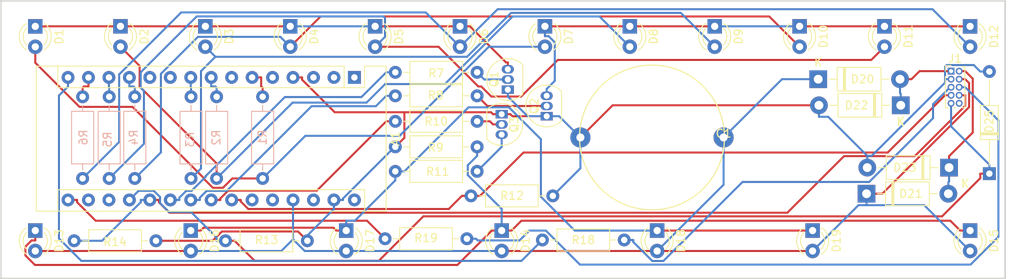
<source format=kicad_pcb>
(kicad_pcb (version 20171130) (host pcbnew 5.0.2+dfsg1-1)

  (general
    (thickness 1.6)
    (drawings 5)
    (tracks 345)
    (zones 0)
    (modules 46)
    (nets 49)
  )

  (page A4)
  (title_block
    (title Biky)
    (date 2021-11-25)
    (rev 1)
    (company ecliptic)
    (comment 1 "pbc mark1")
  )

  (layers
    (0 F.Cu signal)
    (31 B.Cu signal)
    (32 B.Adhes user)
    (33 F.Adhes user)
    (34 B.Paste user)
    (35 F.Paste user)
    (36 B.SilkS user)
    (37 F.SilkS user)
    (38 B.Mask user)
    (39 F.Mask user)
    (40 Dwgs.User user)
    (41 Cmts.User user)
    (42 Eco1.User user)
    (43 Eco2.User user)
    (44 Edge.Cuts user)
    (45 Margin user)
    (46 B.CrtYd user)
    (47 F.CrtYd user)
    (48 B.Fab user)
    (49 F.Fab user)
  )

  (setup
    (last_trace_width 0.25)
    (trace_clearance 0.2)
    (zone_clearance 0.508)
    (zone_45_only no)
    (trace_min 0.2)
    (segment_width 0.2)
    (edge_width 0.15)
    (via_size 0.8)
    (via_drill 0.4)
    (via_min_size 0.4)
    (via_min_drill 0.3)
    (uvia_size 0.3)
    (uvia_drill 0.1)
    (uvias_allowed no)
    (uvia_min_size 0.2)
    (uvia_min_drill 0.1)
    (pcb_text_width 0.3)
    (pcb_text_size 1.5 1.5)
    (mod_edge_width 0.15)
    (mod_text_size 1 1)
    (mod_text_width 0.15)
    (pad_size 1.524 1.524)
    (pad_drill 0.762)
    (pad_to_mask_clearance 0.051)
    (solder_mask_min_width 0.25)
    (aux_axis_origin 0 0)
    (grid_origin 82.967 71.748)
    (visible_elements FFFFFF7F)
    (pcbplotparams
      (layerselection 0x010fc_ffffffff)
      (usegerberextensions false)
      (usegerberattributes false)
      (usegerberadvancedattributes false)
      (creategerberjobfile false)
      (excludeedgelayer true)
      (linewidth 0.100000)
      (plotframeref false)
      (viasonmask false)
      (mode 1)
      (useauxorigin false)
      (hpglpennumber 1)
      (hpglpenspeed 20)
      (hpglpendiameter 15.000000)
      (psnegative false)
      (psa4output false)
      (plotreference true)
      (plotvalue true)
      (plotinvisibletext false)
      (padsonsilk false)
      (subtractmaskfromsilk false)
      (outputformat 1)
      (mirror false)
      (drillshape 1)
      (scaleselection 1)
      (outputdirectory ""))
  )

  (net 0 "")
  (net 1 "Net-(A1-Pad1)")
  (net 2 "Net-(A1-Pad2)")
  (net 3 "Net-(A1-Pad18)")
  (net 4 "Net-(A1-Pad3)")
  (net 5 /Leftswitch)
  (net 6 GND)
  (net 7 /Rightswitch)
  (net 8 "Net-(A1-Pad5)")
  (net 9 /Segment1)
  (net 10 /PWM1)
  (net 11 /Segment2)
  (net 12 "Net-(A1-Pad7)")
  (net 13 /BrakeON)
  (net 14 /PWM2)
  (net 15 /BrakeSense)
  (net 16 /PWM3)
  (net 17 "Net-(A1-Pad25)")
  (net 18 "Net-(A1-Pad10)")
  (net 19 "Net-(A1-Pad26)")
  (net 20 "Net-(A1-Pad11)")
  (net 21 +5V)
  (net 22 /PWM4)
  (net 23 "Net-(A1-Pad28)")
  (net 24 /PWM5)
  (net 25 /PWM6)
  (net 26 VDD)
  (net 27 "Net-(A1-Pad15)")
  (net 28 "Net-(A1-Pad16)")
  (net 29 "Net-(D1-Pad1)")
  (net 30 "Net-(D1-Pad2)")
  (net 31 "Net-(D2-Pad2)")
  (net 32 "Net-(D3-Pad2)")
  (net 33 "Net-(D10-Pad2)")
  (net 34 "Net-(D11-Pad2)")
  (net 35 "Net-(D12-Pad2)")
  (net 36 "Net-(D10-Pad1)")
  (net 37 "Net-(D13-Pad1)")
  (net 38 "Net-(D16-Pad1)")
  (net 39 /Dynamo+)
  (net 40 /Dynamo-)
  (net 41 /LightButtonLeft)
  (net 42 /LightButtonRigh)
  (net 43 "Net-(J1-Pad10)")
  (net 44 "Net-(Q1-Pad2)")
  (net 45 "Net-(Q2-Pad2)")
  (net 46 "Net-(Q3-Pad3)")
  (net 47 "Net-(Q3-Pad2)")
  (net 48 "Net-(A1-Pad17)")

  (net_class Default "This is the default net class."
    (clearance 0.2)
    (trace_width 0.25)
    (via_dia 0.8)
    (via_drill 0.4)
    (uvia_dia 0.3)
    (uvia_drill 0.1)
    (add_net +5V)
    (add_net /BrakeON)
    (add_net /BrakeSense)
    (add_net /Dynamo+)
    (add_net /Dynamo-)
    (add_net /Leftswitch)
    (add_net /LightButtonLeft)
    (add_net /LightButtonRigh)
    (add_net /PWM1)
    (add_net /PWM2)
    (add_net /PWM3)
    (add_net /PWM4)
    (add_net /PWM5)
    (add_net /PWM6)
    (add_net /Rightswitch)
    (add_net /Segment1)
    (add_net /Segment2)
    (add_net GND)
    (add_net "Net-(A1-Pad1)")
    (add_net "Net-(A1-Pad10)")
    (add_net "Net-(A1-Pad11)")
    (add_net "Net-(A1-Pad15)")
    (add_net "Net-(A1-Pad16)")
    (add_net "Net-(A1-Pad17)")
    (add_net "Net-(A1-Pad18)")
    (add_net "Net-(A1-Pad2)")
    (add_net "Net-(A1-Pad25)")
    (add_net "Net-(A1-Pad26)")
    (add_net "Net-(A1-Pad28)")
    (add_net "Net-(A1-Pad3)")
    (add_net "Net-(A1-Pad5)")
    (add_net "Net-(A1-Pad7)")
    (add_net "Net-(D1-Pad1)")
    (add_net "Net-(D1-Pad2)")
    (add_net "Net-(D10-Pad1)")
    (add_net "Net-(D10-Pad2)")
    (add_net "Net-(D11-Pad2)")
    (add_net "Net-(D12-Pad2)")
    (add_net "Net-(D13-Pad1)")
    (add_net "Net-(D16-Pad1)")
    (add_net "Net-(D2-Pad2)")
    (add_net "Net-(D3-Pad2)")
    (add_net "Net-(J1-Pad10)")
    (add_net "Net-(Q1-Pad2)")
    (add_net "Net-(Q2-Pad2)")
    (add_net "Net-(Q3-Pad2)")
    (add_net "Net-(Q3-Pad3)")
    (add_net VDD)
  )

  (module Connector_PinHeader_1.00mm:PinHeader_2x05_P1.00mm_Vertical (layer F.Cu) (tedit 61A7AAB0) (tstamp 61B43E56)
    (at 200.967 80.498)
    (descr "Through hole straight pin header, 2x05, 1.00mm pitch, double rows")
    (tags "Through hole pin header THT 2x05 1.00mm double row")
    (path /61AA9CCB)
    (fp_text reference J1 (at 0.5 -1.56) (layer F.SilkS)
      (effects (font (size 1 1) (thickness 0.15)))
    )
    (fp_text value Conn_02x05_Odd_Even (at 0.5 5.56) (layer F.Fab)
      (effects (font (size 1 1) (thickness 0.15)))
    )
    (fp_line (start -0.075 -0.5) (end 1.65 -0.5) (layer F.Fab) (width 0.1))
    (fp_line (start 1.65 -0.5) (end 1.65 4.5) (layer F.Fab) (width 0.1))
    (fp_line (start 1.65 4.5) (end -0.65 4.5) (layer F.Fab) (width 0.1))
    (fp_line (start -0.65 4.5) (end -0.65 0.075) (layer F.Fab) (width 0.1))
    (fp_line (start -0.65 0.075) (end -0.075 -0.5) (layer F.Fab) (width 0.1))
    (fp_line (start -0.71 4.56) (end -0.394493 4.56) (layer F.SilkS) (width 0.12))
    (fp_line (start 1.394493 4.56) (end 1.71 4.56) (layer F.SilkS) (width 0.12))
    (fp_line (start 0.394493 4.56) (end 0.605507 4.56) (layer F.SilkS) (width 0.12))
    (fp_line (start -0.71 0.685) (end -0.71 4.56) (layer F.SilkS) (width 0.12))
    (fp_line (start 1.71 -0.56) (end 1.71 4.56) (layer F.SilkS) (width 0.12))
    (fp_line (start -0.71 0.685) (end -0.608276 0.685) (layer F.SilkS) (width 0.12))
    (fp_line (start 1.394493 -0.56) (end 1.71 -0.56) (layer F.SilkS) (width 0.12))
    (fp_line (start -0.71 0) (end -0.71 -0.685) (layer F.SilkS) (width 0.12))
    (fp_line (start -0.71 -0.685) (end 0 -0.685) (layer F.SilkS) (width 0.12))
    (fp_line (start -1.15 -1) (end -1.15 5) (layer F.CrtYd) (width 0.05))
    (fp_line (start -1.15 5) (end 2.15 5) (layer F.CrtYd) (width 0.05))
    (fp_line (start 2.15 5) (end 2.15 -1) (layer F.CrtYd) (width 0.05))
    (fp_line (start 2.15 -1) (end -1.15 -1) (layer F.CrtYd) (width 0.05))
    (fp_text user %R (at 0.5 2 90) (layer F.Fab)
      (effects (font (size 1 1) (thickness 0.15)))
    )
    (pad 1 thru_hole rect (at 0 0) (size 0.85 0.85) (drill 0.5) (layers *.Cu *.Mask)
      (net 39 /Dynamo+))
    (pad 2 thru_hole oval (at 1 0) (size 0.85 0.85) (drill 0.5) (layers *.Cu *.Mask)
      (net 40 /Dynamo-))
    (pad 3 thru_hole oval (at 0 1) (size 0.85 0.85) (drill 0.5) (layers *.Cu *.Mask)
      (net 6 GND))
    (pad 4 thru_hole oval (at 1 1) (size 0.85 0.85) (drill 0.5) (layers *.Cu *.Mask)
      (net 21 +5V))
    (pad 5 thru_hole oval (at 0 2) (size 0.85 0.85) (drill 0.5) (layers *.Cu *.Mask)
      (net 41 /LightButtonLeft))
    (pad 6 thru_hole oval (at 1 2) (size 0.85 0.85) (drill 0.5) (layers *.Cu *.Mask)
      (net 42 /LightButtonRigh))
    (pad 7 thru_hole oval (at 0 3) (size 0.85 0.85) (drill 0.5) (layers *.Cu *.Mask)
      (net 15 /BrakeSense))
    (pad 8 thru_hole oval (at 1 3) (size 0.85 0.85) (drill 0.5) (layers *.Cu *.Mask)
      (net 7 /Rightswitch))
    (pad 9 thru_hole oval (at 0 4) (size 0.85 0.85) (drill 0.5) (layers *.Cu *.Mask)
      (net 5 /Leftswitch))
    (pad 10 thru_hole oval (at 1 4) (size 0.85 0.85) (drill 0.5) (layers *.Cu *.Mask)
      (net 43 "Net-(J1-Pad10)"))
    (model ${KISYS3DMOD}/Connector_PinHeader_1.00mm.3dshapes/PinHeader_2x05_P1.00mm_Vertical.wrl
      (at (xyz 0 0 0))
      (scale (xyz 1 1 1))
      (rotate (xyz 0 0 0))
    )
  )

  (module biky:Supercap (layer F.Cu) (tedit 619F7AC1) (tstamp 61CEFCAA)
    (at 172.717 88.748 180)
    (path /61A5A23A/61A5AE50)
    (fp_text reference C1 (at 0 0.5 180) (layer F.SilkS)
      (effects (font (size 1 1) (thickness 0.15)))
    )
    (fp_text value 1F (at 0 -0.5 180) (layer F.Fab)
      (effects (font (size 1 1) (thickness 0.15)))
    )
    (fp_circle (center 8.89 0) (end 17.89 0) (layer F.SilkS) (width 0.15))
    (pad 2 thru_hole circle (at 17.78 0 180) (size 2.5 2.5) (drill 1) (layers *.Cu *.Mask)
      (net 6 GND))
    (pad 1 thru_hole circle (at 0 0 180) (size 2.5 2.5) (drill 1) (layers *.Cu *.Mask)
      (net 21 +5V))
  )

  (module LED_THT:LED_D3.0mm (layer F.Cu) (tedit 587A3A7B) (tstamp 61C3C39A)
    (at 129.449 74.923 270)
    (descr "LED, diameter 3.0mm, 2 pins")
    (tags "LED diameter 3.0mm 2 pins")
    (path /619D4948)
    (fp_text reference D5 (at 1.27 -2.96 270) (layer F.SilkS)
      (effects (font (size 1 1) (thickness 0.15)))
    )
    (fp_text value yellow (at 1.27 2.96 270) (layer F.Fab)
      (effects (font (size 1 1) (thickness 0.15)))
    )
    (fp_arc (start 1.27 0) (end -0.23 -1.16619) (angle 284.3) (layer F.Fab) (width 0.1))
    (fp_arc (start 1.27 0) (end -0.29 -1.235516) (angle 108.8) (layer F.SilkS) (width 0.12))
    (fp_arc (start 1.27 0) (end -0.29 1.235516) (angle -108.8) (layer F.SilkS) (width 0.12))
    (fp_arc (start 1.27 0) (end 0.229039 -1.08) (angle 87.9) (layer F.SilkS) (width 0.12))
    (fp_arc (start 1.27 0) (end 0.229039 1.08) (angle -87.9) (layer F.SilkS) (width 0.12))
    (fp_circle (center 1.27 0) (end 2.77 0) (layer F.Fab) (width 0.1))
    (fp_line (start -0.23 -1.16619) (end -0.23 1.16619) (layer F.Fab) (width 0.1))
    (fp_line (start -0.29 -1.236) (end -0.29 -1.08) (layer F.SilkS) (width 0.12))
    (fp_line (start -0.29 1.08) (end -0.29 1.236) (layer F.SilkS) (width 0.12))
    (fp_line (start -1.15 -2.25) (end -1.15 2.25) (layer F.CrtYd) (width 0.05))
    (fp_line (start -1.15 2.25) (end 3.7 2.25) (layer F.CrtYd) (width 0.05))
    (fp_line (start 3.7 2.25) (end 3.7 -2.25) (layer F.CrtYd) (width 0.05))
    (fp_line (start 3.7 -2.25) (end -1.15 -2.25) (layer F.CrtYd) (width 0.05))
    (pad 1 thru_hole rect (at 0 0 270) (size 1.8 1.8) (drill 0.9) (layers *.Cu *.Mask)
      (net 29 "Net-(D1-Pad1)"))
    (pad 2 thru_hole circle (at 2.54 0 270) (size 1.8 1.8) (drill 0.9) (layers *.Cu *.Mask)
      (net 34 "Net-(D11-Pad2)"))
    (model ${KISYS3DMOD}/LED_THT.3dshapes/LED_D3.0mm.wrl
      (at (xyz 0 0 0))
      (scale (xyz 1 1 1))
      (rotate (xyz 0 0 0))
    )
  )

  (module LED_THT:LED_D3.0mm (layer F.Cu) (tedit 587A3A7B) (tstamp 61C3C388)
    (at 139.99 74.923 270)
    (descr "LED, diameter 3.0mm, 2 pins")
    (tags "LED diameter 3.0mm 2 pins")
    (path /619D493A)
    (fp_text reference D6 (at 1.27 -2.96 270) (layer F.SilkS)
      (effects (font (size 1 1) (thickness 0.15)))
    )
    (fp_text value yellow (at 1.27 2.96 270) (layer F.Fab)
      (effects (font (size 1 1) (thickness 0.15)))
    )
    (fp_line (start 3.7 -2.25) (end -1.15 -2.25) (layer F.CrtYd) (width 0.05))
    (fp_line (start 3.7 2.25) (end 3.7 -2.25) (layer F.CrtYd) (width 0.05))
    (fp_line (start -1.15 2.25) (end 3.7 2.25) (layer F.CrtYd) (width 0.05))
    (fp_line (start -1.15 -2.25) (end -1.15 2.25) (layer F.CrtYd) (width 0.05))
    (fp_line (start -0.29 1.08) (end -0.29 1.236) (layer F.SilkS) (width 0.12))
    (fp_line (start -0.29 -1.236) (end -0.29 -1.08) (layer F.SilkS) (width 0.12))
    (fp_line (start -0.23 -1.16619) (end -0.23 1.16619) (layer F.Fab) (width 0.1))
    (fp_circle (center 1.27 0) (end 2.77 0) (layer F.Fab) (width 0.1))
    (fp_arc (start 1.27 0) (end 0.229039 1.08) (angle -87.9) (layer F.SilkS) (width 0.12))
    (fp_arc (start 1.27 0) (end 0.229039 -1.08) (angle 87.9) (layer F.SilkS) (width 0.12))
    (fp_arc (start 1.27 0) (end -0.29 1.235516) (angle -108.8) (layer F.SilkS) (width 0.12))
    (fp_arc (start 1.27 0) (end -0.29 -1.235516) (angle 108.8) (layer F.SilkS) (width 0.12))
    (fp_arc (start 1.27 0) (end -0.23 -1.16619) (angle 284.3) (layer F.Fab) (width 0.1))
    (pad 2 thru_hole circle (at 2.54 0 270) (size 1.8 1.8) (drill 0.9) (layers *.Cu *.Mask)
      (net 35 "Net-(D12-Pad2)"))
    (pad 1 thru_hole rect (at 0 0 270) (size 1.8 1.8) (drill 0.9) (layers *.Cu *.Mask)
      (net 29 "Net-(D1-Pad1)"))
    (model ${KISYS3DMOD}/LED_THT.3dshapes/LED_D3.0mm.wrl
      (at (xyz 0 0 0))
      (scale (xyz 1 1 1))
      (rotate (xyz 0 0 0))
    )
  )

  (module LED_THT:LED_D3.0mm (layer F.Cu) (tedit 587A3A7B) (tstamp 61C3C376)
    (at 108.367 74.923 270)
    (descr "LED, diameter 3.0mm, 2 pins")
    (tags "LED diameter 3.0mm 2 pins")
    (path /619D46B8)
    (fp_text reference D3 (at 1.27 -2.96 270) (layer F.SilkS)
      (effects (font (size 1 1) (thickness 0.15)))
    )
    (fp_text value yellow (at 1.27 2.96 270) (layer F.Fab)
      (effects (font (size 1 1) (thickness 0.15)))
    )
    (fp_arc (start 1.27 0) (end -0.23 -1.16619) (angle 284.3) (layer F.Fab) (width 0.1))
    (fp_arc (start 1.27 0) (end -0.29 -1.235516) (angle 108.8) (layer F.SilkS) (width 0.12))
    (fp_arc (start 1.27 0) (end -0.29 1.235516) (angle -108.8) (layer F.SilkS) (width 0.12))
    (fp_arc (start 1.27 0) (end 0.229039 -1.08) (angle 87.9) (layer F.SilkS) (width 0.12))
    (fp_arc (start 1.27 0) (end 0.229039 1.08) (angle -87.9) (layer F.SilkS) (width 0.12))
    (fp_circle (center 1.27 0) (end 2.77 0) (layer F.Fab) (width 0.1))
    (fp_line (start -0.23 -1.16619) (end -0.23 1.16619) (layer F.Fab) (width 0.1))
    (fp_line (start -0.29 -1.236) (end -0.29 -1.08) (layer F.SilkS) (width 0.12))
    (fp_line (start -0.29 1.08) (end -0.29 1.236) (layer F.SilkS) (width 0.12))
    (fp_line (start -1.15 -2.25) (end -1.15 2.25) (layer F.CrtYd) (width 0.05))
    (fp_line (start -1.15 2.25) (end 3.7 2.25) (layer F.CrtYd) (width 0.05))
    (fp_line (start 3.7 2.25) (end 3.7 -2.25) (layer F.CrtYd) (width 0.05))
    (fp_line (start 3.7 -2.25) (end -1.15 -2.25) (layer F.CrtYd) (width 0.05))
    (pad 1 thru_hole rect (at 0 0 270) (size 1.8 1.8) (drill 0.9) (layers *.Cu *.Mask)
      (net 29 "Net-(D1-Pad1)"))
    (pad 2 thru_hole circle (at 2.54 0 270) (size 1.8 1.8) (drill 0.9) (layers *.Cu *.Mask)
      (net 32 "Net-(D3-Pad2)"))
    (model ${KISYS3DMOD}/LED_THT.3dshapes/LED_D3.0mm.wrl
      (at (xyz 0 0 0))
      (scale (xyz 1 1 1))
      (rotate (xyz 0 0 0))
    )
  )

  (module LED_THT:LED_D3.0mm (layer F.Cu) (tedit 587A3A7B) (tstamp 61C3C364)
    (at 97.826 74.923 270)
    (descr "LED, diameter 3.0mm, 2 pins")
    (tags "LED diameter 3.0mm 2 pins")
    (path /619D461F)
    (fp_text reference D2 (at 1.27 -2.96 270) (layer F.SilkS)
      (effects (font (size 1 1) (thickness 0.15)))
    )
    (fp_text value yellow (at 1.27 2.96 270) (layer F.Fab)
      (effects (font (size 1 1) (thickness 0.15)))
    )
    (fp_line (start 3.7 -2.25) (end -1.15 -2.25) (layer F.CrtYd) (width 0.05))
    (fp_line (start 3.7 2.25) (end 3.7 -2.25) (layer F.CrtYd) (width 0.05))
    (fp_line (start -1.15 2.25) (end 3.7 2.25) (layer F.CrtYd) (width 0.05))
    (fp_line (start -1.15 -2.25) (end -1.15 2.25) (layer F.CrtYd) (width 0.05))
    (fp_line (start -0.29 1.08) (end -0.29 1.236) (layer F.SilkS) (width 0.12))
    (fp_line (start -0.29 -1.236) (end -0.29 -1.08) (layer F.SilkS) (width 0.12))
    (fp_line (start -0.23 -1.16619) (end -0.23 1.16619) (layer F.Fab) (width 0.1))
    (fp_circle (center 1.27 0) (end 2.77 0) (layer F.Fab) (width 0.1))
    (fp_arc (start 1.27 0) (end 0.229039 1.08) (angle -87.9) (layer F.SilkS) (width 0.12))
    (fp_arc (start 1.27 0) (end 0.229039 -1.08) (angle 87.9) (layer F.SilkS) (width 0.12))
    (fp_arc (start 1.27 0) (end -0.29 1.235516) (angle -108.8) (layer F.SilkS) (width 0.12))
    (fp_arc (start 1.27 0) (end -0.29 -1.235516) (angle 108.8) (layer F.SilkS) (width 0.12))
    (fp_arc (start 1.27 0) (end -0.23 -1.16619) (angle 284.3) (layer F.Fab) (width 0.1))
    (pad 2 thru_hole circle (at 2.54 0 270) (size 1.8 1.8) (drill 0.9) (layers *.Cu *.Mask)
      (net 31 "Net-(D2-Pad2)"))
    (pad 1 thru_hole rect (at 0 0 270) (size 1.8 1.8) (drill 0.9) (layers *.Cu *.Mask)
      (net 29 "Net-(D1-Pad1)"))
    (model ${KISYS3DMOD}/LED_THT.3dshapes/LED_D3.0mm.wrl
      (at (xyz 0 0 0))
      (scale (xyz 1 1 1))
      (rotate (xyz 0 0 0))
    )
  )

  (module LED_THT:LED_D3.0mm (layer F.Cu) (tedit 587A3A7B) (tstamp 61C3C352)
    (at 87.249 74.93 270)
    (descr "LED, diameter 3.0mm, 2 pins")
    (tags "LED diameter 3.0mm 2 pins")
    (path /619D459A)
    (fp_text reference D1 (at 1.27 -2.96 270) (layer F.SilkS)
      (effects (font (size 1 1) (thickness 0.15)))
    )
    (fp_text value yellow (at 1.27 2.96 270) (layer F.Fab)
      (effects (font (size 1 1) (thickness 0.15)))
    )
    (fp_arc (start 1.27 0) (end -0.23 -1.16619) (angle 284.3) (layer F.Fab) (width 0.1))
    (fp_arc (start 1.27 0) (end -0.29 -1.235516) (angle 108.8) (layer F.SilkS) (width 0.12))
    (fp_arc (start 1.27 0) (end -0.29 1.235516) (angle -108.8) (layer F.SilkS) (width 0.12))
    (fp_arc (start 1.27 0) (end 0.229039 -1.08) (angle 87.9) (layer F.SilkS) (width 0.12))
    (fp_arc (start 1.27 0) (end 0.229039 1.08) (angle -87.9) (layer F.SilkS) (width 0.12))
    (fp_circle (center 1.27 0) (end 2.77 0) (layer F.Fab) (width 0.1))
    (fp_line (start -0.23 -1.16619) (end -0.23 1.16619) (layer F.Fab) (width 0.1))
    (fp_line (start -0.29 -1.236) (end -0.29 -1.08) (layer F.SilkS) (width 0.12))
    (fp_line (start -0.29 1.08) (end -0.29 1.236) (layer F.SilkS) (width 0.12))
    (fp_line (start -1.15 -2.25) (end -1.15 2.25) (layer F.CrtYd) (width 0.05))
    (fp_line (start -1.15 2.25) (end 3.7 2.25) (layer F.CrtYd) (width 0.05))
    (fp_line (start 3.7 2.25) (end 3.7 -2.25) (layer F.CrtYd) (width 0.05))
    (fp_line (start 3.7 -2.25) (end -1.15 -2.25) (layer F.CrtYd) (width 0.05))
    (pad 1 thru_hole rect (at 0 0 270) (size 1.8 1.8) (drill 0.9) (layers *.Cu *.Mask)
      (net 29 "Net-(D1-Pad1)"))
    (pad 2 thru_hole circle (at 2.54 0 270) (size 1.8 1.8) (drill 0.9) (layers *.Cu *.Mask)
      (net 30 "Net-(D1-Pad2)"))
    (model ${KISYS3DMOD}/LED_THT.3dshapes/LED_D3.0mm.wrl
      (at (xyz 0 0 0))
      (scale (xyz 1 1 1))
      (rotate (xyz 0 0 0))
    )
  )

  (module LED_THT:LED_D3.0mm (layer F.Cu) (tedit 587A3A7B) (tstamp 61C3CEDC)
    (at 203.327 100.33 270)
    (descr "LED, diameter 3.0mm, 2 pins")
    (tags "LED diameter 3.0mm 2 pins")
    (path /61A0803F)
    (fp_text reference D15 (at 1.27 -2.96 270) (layer F.SilkS)
      (effects (font (size 1 1) (thickness 0.15)))
    )
    (fp_text value red (at 1.27 2.96 270) (layer F.Fab)
      (effects (font (size 1 1) (thickness 0.15)))
    )
    (fp_line (start 3.7 -2.25) (end -1.15 -2.25) (layer F.CrtYd) (width 0.05))
    (fp_line (start 3.7 2.25) (end 3.7 -2.25) (layer F.CrtYd) (width 0.05))
    (fp_line (start -1.15 2.25) (end 3.7 2.25) (layer F.CrtYd) (width 0.05))
    (fp_line (start -1.15 -2.25) (end -1.15 2.25) (layer F.CrtYd) (width 0.05))
    (fp_line (start -0.29 1.08) (end -0.29 1.236) (layer F.SilkS) (width 0.12))
    (fp_line (start -0.29 -1.236) (end -0.29 -1.08) (layer F.SilkS) (width 0.12))
    (fp_line (start -0.23 -1.16619) (end -0.23 1.16619) (layer F.Fab) (width 0.1))
    (fp_circle (center 1.27 0) (end 2.77 0) (layer F.Fab) (width 0.1))
    (fp_arc (start 1.27 0) (end 0.229039 1.08) (angle -87.9) (layer F.SilkS) (width 0.12))
    (fp_arc (start 1.27 0) (end 0.229039 -1.08) (angle 87.9) (layer F.SilkS) (width 0.12))
    (fp_arc (start 1.27 0) (end -0.29 1.235516) (angle -108.8) (layer F.SilkS) (width 0.12))
    (fp_arc (start 1.27 0) (end -0.29 -1.235516) (angle 108.8) (layer F.SilkS) (width 0.12))
    (fp_arc (start 1.27 0) (end -0.23 -1.16619) (angle 284.3) (layer F.Fab) (width 0.1))
    (pad 2 thru_hole circle (at 2.54 0 270) (size 1.8 1.8) (drill 0.9) (layers *.Cu *.Mask)
      (net 21 +5V))
    (pad 1 thru_hole rect (at 0 0 270) (size 1.8 1.8) (drill 0.9) (layers *.Cu *.Mask)
      (net 37 "Net-(D13-Pad1)"))
    (model ${KISYS3DMOD}/LED_THT.3dshapes/LED_D3.0mm.wrl
      (at (xyz 0 0 0))
      (scale (xyz 1 1 1))
      (rotate (xyz 0 0 0))
    )
  )

  (module LED_THT:LED_D3.0mm (layer F.Cu) (tedit 587A3A7B) (tstamp 61C3C32E)
    (at 150.531 74.923 270)
    (descr "LED, diameter 3.0mm, 2 pins")
    (tags "LED diameter 3.0mm 2 pins")
    (path /619D4933)
    (fp_text reference D7 (at 1.27 -2.96 270) (layer F.SilkS)
      (effects (font (size 1 1) (thickness 0.15)))
    )
    (fp_text value yellow (at 1.27 2.96 270) (layer F.Fab)
      (effects (font (size 1 1) (thickness 0.15)))
    )
    (fp_arc (start 1.27 0) (end -0.23 -1.16619) (angle 284.3) (layer F.Fab) (width 0.1))
    (fp_arc (start 1.27 0) (end -0.29 -1.235516) (angle 108.8) (layer F.SilkS) (width 0.12))
    (fp_arc (start 1.27 0) (end -0.29 1.235516) (angle -108.8) (layer F.SilkS) (width 0.12))
    (fp_arc (start 1.27 0) (end 0.229039 -1.08) (angle 87.9) (layer F.SilkS) (width 0.12))
    (fp_arc (start 1.27 0) (end 0.229039 1.08) (angle -87.9) (layer F.SilkS) (width 0.12))
    (fp_circle (center 1.27 0) (end 2.77 0) (layer F.Fab) (width 0.1))
    (fp_line (start -0.23 -1.16619) (end -0.23 1.16619) (layer F.Fab) (width 0.1))
    (fp_line (start -0.29 -1.236) (end -0.29 -1.08) (layer F.SilkS) (width 0.12))
    (fp_line (start -0.29 1.08) (end -0.29 1.236) (layer F.SilkS) (width 0.12))
    (fp_line (start -1.15 -2.25) (end -1.15 2.25) (layer F.CrtYd) (width 0.05))
    (fp_line (start -1.15 2.25) (end 3.7 2.25) (layer F.CrtYd) (width 0.05))
    (fp_line (start 3.7 2.25) (end 3.7 -2.25) (layer F.CrtYd) (width 0.05))
    (fp_line (start 3.7 -2.25) (end -1.15 -2.25) (layer F.CrtYd) (width 0.05))
    (pad 1 thru_hole rect (at 0 0 270) (size 1.8 1.8) (drill 0.9) (layers *.Cu *.Mask)
      (net 36 "Net-(D10-Pad1)"))
    (pad 2 thru_hole circle (at 2.54 0 270) (size 1.8 1.8) (drill 0.9) (layers *.Cu *.Mask)
      (net 30 "Net-(D1-Pad2)"))
    (model ${KISYS3DMOD}/LED_THT.3dshapes/LED_D3.0mm.wrl
      (at (xyz 0 0 0))
      (scale (xyz 1 1 1))
      (rotate (xyz 0 0 0))
    )
  )

  (module LED_THT:LED_D3.0mm (layer F.Cu) (tedit 587A3A7B) (tstamp 61C3C31C)
    (at 161.072 74.923 270)
    (descr "LED, diameter 3.0mm, 2 pins")
    (tags "LED diameter 3.0mm 2 pins")
    (path /619D4941)
    (fp_text reference D8 (at 1.27 -2.96 270) (layer F.SilkS)
      (effects (font (size 1 1) (thickness 0.15)))
    )
    (fp_text value yellow (at 1.27 2.96 270) (layer F.Fab)
      (effects (font (size 1 1) (thickness 0.15)))
    )
    (fp_line (start 3.7 -2.25) (end -1.15 -2.25) (layer F.CrtYd) (width 0.05))
    (fp_line (start 3.7 2.25) (end 3.7 -2.25) (layer F.CrtYd) (width 0.05))
    (fp_line (start -1.15 2.25) (end 3.7 2.25) (layer F.CrtYd) (width 0.05))
    (fp_line (start -1.15 -2.25) (end -1.15 2.25) (layer F.CrtYd) (width 0.05))
    (fp_line (start -0.29 1.08) (end -0.29 1.236) (layer F.SilkS) (width 0.12))
    (fp_line (start -0.29 -1.236) (end -0.29 -1.08) (layer F.SilkS) (width 0.12))
    (fp_line (start -0.23 -1.16619) (end -0.23 1.16619) (layer F.Fab) (width 0.1))
    (fp_circle (center 1.27 0) (end 2.77 0) (layer F.Fab) (width 0.1))
    (fp_arc (start 1.27 0) (end 0.229039 1.08) (angle -87.9) (layer F.SilkS) (width 0.12))
    (fp_arc (start 1.27 0) (end 0.229039 -1.08) (angle 87.9) (layer F.SilkS) (width 0.12))
    (fp_arc (start 1.27 0) (end -0.29 1.235516) (angle -108.8) (layer F.SilkS) (width 0.12))
    (fp_arc (start 1.27 0) (end -0.29 -1.235516) (angle 108.8) (layer F.SilkS) (width 0.12))
    (fp_arc (start 1.27 0) (end -0.23 -1.16619) (angle 284.3) (layer F.Fab) (width 0.1))
    (pad 2 thru_hole circle (at 2.54 0 270) (size 1.8 1.8) (drill 0.9) (layers *.Cu *.Mask)
      (net 31 "Net-(D2-Pad2)"))
    (pad 1 thru_hole rect (at 0 0 270) (size 1.8 1.8) (drill 0.9) (layers *.Cu *.Mask)
      (net 36 "Net-(D10-Pad1)"))
    (model ${KISYS3DMOD}/LED_THT.3dshapes/LED_D3.0mm.wrl
      (at (xyz 0 0 0))
      (scale (xyz 1 1 1))
      (rotate (xyz 0 0 0))
    )
  )

  (module LED_THT:LED_D3.0mm (layer F.Cu) (tedit 587A3A7B) (tstamp 61C3C30A)
    (at 171.613 74.923 270)
    (descr "LED, diameter 3.0mm, 2 pins")
    (tags "LED diameter 3.0mm 2 pins")
    (path /619DDD81)
    (fp_text reference D9 (at 1.27 -2.96 270) (layer F.SilkS)
      (effects (font (size 1 1) (thickness 0.15)))
    )
    (fp_text value yellow (at 1.27 2.96 270) (layer F.Fab)
      (effects (font (size 1 1) (thickness 0.15)))
    )
    (fp_arc (start 1.27 0) (end -0.23 -1.16619) (angle 284.3) (layer F.Fab) (width 0.1))
    (fp_arc (start 1.27 0) (end -0.29 -1.235516) (angle 108.8) (layer F.SilkS) (width 0.12))
    (fp_arc (start 1.27 0) (end -0.29 1.235516) (angle -108.8) (layer F.SilkS) (width 0.12))
    (fp_arc (start 1.27 0) (end 0.229039 -1.08) (angle 87.9) (layer F.SilkS) (width 0.12))
    (fp_arc (start 1.27 0) (end 0.229039 1.08) (angle -87.9) (layer F.SilkS) (width 0.12))
    (fp_circle (center 1.27 0) (end 2.77 0) (layer F.Fab) (width 0.1))
    (fp_line (start -0.23 -1.16619) (end -0.23 1.16619) (layer F.Fab) (width 0.1))
    (fp_line (start -0.29 -1.236) (end -0.29 -1.08) (layer F.SilkS) (width 0.12))
    (fp_line (start -0.29 1.08) (end -0.29 1.236) (layer F.SilkS) (width 0.12))
    (fp_line (start -1.15 -2.25) (end -1.15 2.25) (layer F.CrtYd) (width 0.05))
    (fp_line (start -1.15 2.25) (end 3.7 2.25) (layer F.CrtYd) (width 0.05))
    (fp_line (start 3.7 2.25) (end 3.7 -2.25) (layer F.CrtYd) (width 0.05))
    (fp_line (start 3.7 -2.25) (end -1.15 -2.25) (layer F.CrtYd) (width 0.05))
    (pad 1 thru_hole rect (at 0 0 270) (size 1.8 1.8) (drill 0.9) (layers *.Cu *.Mask)
      (net 36 "Net-(D10-Pad1)"))
    (pad 2 thru_hole circle (at 2.54 0 270) (size 1.8 1.8) (drill 0.9) (layers *.Cu *.Mask)
      (net 32 "Net-(D3-Pad2)"))
    (model ${KISYS3DMOD}/LED_THT.3dshapes/LED_D3.0mm.wrl
      (at (xyz 0 0 0))
      (scale (xyz 1 1 1))
      (rotate (xyz 0 0 0))
    )
  )

  (module LED_THT:LED_D3.0mm (layer F.Cu) (tedit 587A3A7B) (tstamp 61C3C2F8)
    (at 182.154 74.923 270)
    (descr "LED, diameter 3.0mm, 2 pins")
    (tags "LED diameter 3.0mm 2 pins")
    (path /619D4CA5)
    (fp_text reference D10 (at 1.27 -2.96 270) (layer F.SilkS)
      (effects (font (size 1 1) (thickness 0.15)))
    )
    (fp_text value yellow (at 1.27 2.96 270) (layer F.Fab)
      (effects (font (size 1 1) (thickness 0.15)))
    )
    (fp_line (start 3.7 -2.25) (end -1.15 -2.25) (layer F.CrtYd) (width 0.05))
    (fp_line (start 3.7 2.25) (end 3.7 -2.25) (layer F.CrtYd) (width 0.05))
    (fp_line (start -1.15 2.25) (end 3.7 2.25) (layer F.CrtYd) (width 0.05))
    (fp_line (start -1.15 -2.25) (end -1.15 2.25) (layer F.CrtYd) (width 0.05))
    (fp_line (start -0.29 1.08) (end -0.29 1.236) (layer F.SilkS) (width 0.12))
    (fp_line (start -0.29 -1.236) (end -0.29 -1.08) (layer F.SilkS) (width 0.12))
    (fp_line (start -0.23 -1.16619) (end -0.23 1.16619) (layer F.Fab) (width 0.1))
    (fp_circle (center 1.27 0) (end 2.77 0) (layer F.Fab) (width 0.1))
    (fp_arc (start 1.27 0) (end 0.229039 1.08) (angle -87.9) (layer F.SilkS) (width 0.12))
    (fp_arc (start 1.27 0) (end 0.229039 -1.08) (angle 87.9) (layer F.SilkS) (width 0.12))
    (fp_arc (start 1.27 0) (end -0.29 1.235516) (angle -108.8) (layer F.SilkS) (width 0.12))
    (fp_arc (start 1.27 0) (end -0.29 -1.235516) (angle 108.8) (layer F.SilkS) (width 0.12))
    (fp_arc (start 1.27 0) (end -0.23 -1.16619) (angle 284.3) (layer F.Fab) (width 0.1))
    (pad 2 thru_hole circle (at 2.54 0 270) (size 1.8 1.8) (drill 0.9) (layers *.Cu *.Mask)
      (net 33 "Net-(D10-Pad2)"))
    (pad 1 thru_hole rect (at 0 0 270) (size 1.8 1.8) (drill 0.9) (layers *.Cu *.Mask)
      (net 36 "Net-(D10-Pad1)"))
    (model ${KISYS3DMOD}/LED_THT.3dshapes/LED_D3.0mm.wrl
      (at (xyz 0 0 0))
      (scale (xyz 1 1 1))
      (rotate (xyz 0 0 0))
    )
  )

  (module LED_THT:LED_D3.0mm (layer F.Cu) (tedit 587A3A7B) (tstamp 61C3C2E6)
    (at 192.695 74.923 270)
    (descr "LED, diameter 3.0mm, 2 pins")
    (tags "LED diameter 3.0mm 2 pins")
    (path /619D4C9E)
    (fp_text reference D11 (at 1.27 -2.96 270) (layer F.SilkS)
      (effects (font (size 1 1) (thickness 0.15)))
    )
    (fp_text value yellow (at 1.27 2.96 270) (layer F.Fab)
      (effects (font (size 1 1) (thickness 0.15)))
    )
    (fp_arc (start 1.27 0) (end -0.23 -1.16619) (angle 284.3) (layer F.Fab) (width 0.1))
    (fp_arc (start 1.27 0) (end -0.29 -1.235516) (angle 108.8) (layer F.SilkS) (width 0.12))
    (fp_arc (start 1.27 0) (end -0.29 1.235516) (angle -108.8) (layer F.SilkS) (width 0.12))
    (fp_arc (start 1.27 0) (end 0.229039 -1.08) (angle 87.9) (layer F.SilkS) (width 0.12))
    (fp_arc (start 1.27 0) (end 0.229039 1.08) (angle -87.9) (layer F.SilkS) (width 0.12))
    (fp_circle (center 1.27 0) (end 2.77 0) (layer F.Fab) (width 0.1))
    (fp_line (start -0.23 -1.16619) (end -0.23 1.16619) (layer F.Fab) (width 0.1))
    (fp_line (start -0.29 -1.236) (end -0.29 -1.08) (layer F.SilkS) (width 0.12))
    (fp_line (start -0.29 1.08) (end -0.29 1.236) (layer F.SilkS) (width 0.12))
    (fp_line (start -1.15 -2.25) (end -1.15 2.25) (layer F.CrtYd) (width 0.05))
    (fp_line (start -1.15 2.25) (end 3.7 2.25) (layer F.CrtYd) (width 0.05))
    (fp_line (start 3.7 2.25) (end 3.7 -2.25) (layer F.CrtYd) (width 0.05))
    (fp_line (start 3.7 -2.25) (end -1.15 -2.25) (layer F.CrtYd) (width 0.05))
    (pad 1 thru_hole rect (at 0 0 270) (size 1.8 1.8) (drill 0.9) (layers *.Cu *.Mask)
      (net 36 "Net-(D10-Pad1)"))
    (pad 2 thru_hole circle (at 2.54 0 270) (size 1.8 1.8) (drill 0.9) (layers *.Cu *.Mask)
      (net 34 "Net-(D11-Pad2)"))
    (model ${KISYS3DMOD}/LED_THT.3dshapes/LED_D3.0mm.wrl
      (at (xyz 0 0 0))
      (scale (xyz 1 1 1))
      (rotate (xyz 0 0 0))
    )
  )

  (module LED_THT:LED_D3.0mm (layer F.Cu) (tedit 587A3A7B) (tstamp 61C3C2D4)
    (at 203.327 74.93 270)
    (descr "LED, diameter 3.0mm, 2 pins")
    (tags "LED diameter 3.0mm 2 pins")
    (path /619D4C90)
    (fp_text reference D12 (at 1.27 -2.96 270) (layer F.SilkS)
      (effects (font (size 1 1) (thickness 0.15)))
    )
    (fp_text value yellow (at 1.27 2.96 270) (layer F.Fab)
      (effects (font (size 1 1) (thickness 0.15)))
    )
    (fp_line (start 3.7 -2.25) (end -1.15 -2.25) (layer F.CrtYd) (width 0.05))
    (fp_line (start 3.7 2.25) (end 3.7 -2.25) (layer F.CrtYd) (width 0.05))
    (fp_line (start -1.15 2.25) (end 3.7 2.25) (layer F.CrtYd) (width 0.05))
    (fp_line (start -1.15 -2.25) (end -1.15 2.25) (layer F.CrtYd) (width 0.05))
    (fp_line (start -0.29 1.08) (end -0.29 1.236) (layer F.SilkS) (width 0.12))
    (fp_line (start -0.29 -1.236) (end -0.29 -1.08) (layer F.SilkS) (width 0.12))
    (fp_line (start -0.23 -1.16619) (end -0.23 1.16619) (layer F.Fab) (width 0.1))
    (fp_circle (center 1.27 0) (end 2.77 0) (layer F.Fab) (width 0.1))
    (fp_arc (start 1.27 0) (end 0.229039 1.08) (angle -87.9) (layer F.SilkS) (width 0.12))
    (fp_arc (start 1.27 0) (end 0.229039 -1.08) (angle 87.9) (layer F.SilkS) (width 0.12))
    (fp_arc (start 1.27 0) (end -0.29 1.235516) (angle -108.8) (layer F.SilkS) (width 0.12))
    (fp_arc (start 1.27 0) (end -0.29 -1.235516) (angle 108.8) (layer F.SilkS) (width 0.12))
    (fp_arc (start 1.27 0) (end -0.23 -1.16619) (angle 284.3) (layer F.Fab) (width 0.1))
    (pad 2 thru_hole circle (at 2.54 0 270) (size 1.8 1.8) (drill 0.9) (layers *.Cu *.Mask)
      (net 35 "Net-(D12-Pad2)"))
    (pad 1 thru_hole rect (at 0 0 270) (size 1.8 1.8) (drill 0.9) (layers *.Cu *.Mask)
      (net 36 "Net-(D10-Pad1)"))
    (model ${KISYS3DMOD}/LED_THT.3dshapes/LED_D3.0mm.wrl
      (at (xyz 0 0 0))
      (scale (xyz 1 1 1))
      (rotate (xyz 0 0 0))
    )
  )

  (module LED_THT:LED_D3.0mm (layer F.Cu) (tedit 587A3A7B) (tstamp 61C3C2C2)
    (at 87.249 100.33 270)
    (descr "LED, diameter 3.0mm, 2 pins")
    (tags "LED diameter 3.0mm 2 pins")
    (path /61A07F77)
    (fp_text reference D13 (at 1.27 -2.96 270) (layer F.SilkS)
      (effects (font (size 1 1) (thickness 0.15)))
    )
    (fp_text value Red (at 1.27 2.96 270) (layer F.Fab)
      (effects (font (size 1 1) (thickness 0.15)))
    )
    (fp_arc (start 1.27 0) (end -0.23 -1.16619) (angle 284.3) (layer F.Fab) (width 0.1))
    (fp_arc (start 1.27 0) (end -0.29 -1.235516) (angle 108.8) (layer F.SilkS) (width 0.12))
    (fp_arc (start 1.27 0) (end -0.29 1.235516) (angle -108.8) (layer F.SilkS) (width 0.12))
    (fp_arc (start 1.27 0) (end 0.229039 -1.08) (angle 87.9) (layer F.SilkS) (width 0.12))
    (fp_arc (start 1.27 0) (end 0.229039 1.08) (angle -87.9) (layer F.SilkS) (width 0.12))
    (fp_circle (center 1.27 0) (end 2.77 0) (layer F.Fab) (width 0.1))
    (fp_line (start -0.23 -1.16619) (end -0.23 1.16619) (layer F.Fab) (width 0.1))
    (fp_line (start -0.29 -1.236) (end -0.29 -1.08) (layer F.SilkS) (width 0.12))
    (fp_line (start -0.29 1.08) (end -0.29 1.236) (layer F.SilkS) (width 0.12))
    (fp_line (start -1.15 -2.25) (end -1.15 2.25) (layer F.CrtYd) (width 0.05))
    (fp_line (start -1.15 2.25) (end 3.7 2.25) (layer F.CrtYd) (width 0.05))
    (fp_line (start 3.7 2.25) (end 3.7 -2.25) (layer F.CrtYd) (width 0.05))
    (fp_line (start 3.7 -2.25) (end -1.15 -2.25) (layer F.CrtYd) (width 0.05))
    (pad 1 thru_hole rect (at 0 0 270) (size 1.8 1.8) (drill 0.9) (layers *.Cu *.Mask)
      (net 37 "Net-(D13-Pad1)"))
    (pad 2 thru_hole circle (at 2.54 0 270) (size 1.8 1.8) (drill 0.9) (layers *.Cu *.Mask)
      (net 21 +5V))
    (model ${KISYS3DMOD}/LED_THT.3dshapes/LED_D3.0mm.wrl
      (at (xyz 0 0 0))
      (scale (xyz 1 1 1))
      (rotate (xyz 0 0 0))
    )
  )

  (module LED_THT:LED_D3.0mm (layer F.Cu) (tedit 587A3A7B) (tstamp 61C3CEA6)
    (at 145.161 100.33 270)
    (descr "LED, diameter 3.0mm, 2 pins")
    (tags "LED diameter 3.0mm 2 pins")
    (path /61A07FCF)
    (fp_text reference D14 (at 1.27 -2.96 270) (layer F.SilkS)
      (effects (font (size 1 1) (thickness 0.15)))
    )
    (fp_text value red (at 1.27 2.96 270) (layer F.Fab)
      (effects (font (size 1 1) (thickness 0.15)))
    )
    (fp_line (start 3.7 -2.25) (end -1.15 -2.25) (layer F.CrtYd) (width 0.05))
    (fp_line (start 3.7 2.25) (end 3.7 -2.25) (layer F.CrtYd) (width 0.05))
    (fp_line (start -1.15 2.25) (end 3.7 2.25) (layer F.CrtYd) (width 0.05))
    (fp_line (start -1.15 -2.25) (end -1.15 2.25) (layer F.CrtYd) (width 0.05))
    (fp_line (start -0.29 1.08) (end -0.29 1.236) (layer F.SilkS) (width 0.12))
    (fp_line (start -0.29 -1.236) (end -0.29 -1.08) (layer F.SilkS) (width 0.12))
    (fp_line (start -0.23 -1.16619) (end -0.23 1.16619) (layer F.Fab) (width 0.1))
    (fp_circle (center 1.27 0) (end 2.77 0) (layer F.Fab) (width 0.1))
    (fp_arc (start 1.27 0) (end 0.229039 1.08) (angle -87.9) (layer F.SilkS) (width 0.12))
    (fp_arc (start 1.27 0) (end 0.229039 -1.08) (angle 87.9) (layer F.SilkS) (width 0.12))
    (fp_arc (start 1.27 0) (end -0.29 1.235516) (angle -108.8) (layer F.SilkS) (width 0.12))
    (fp_arc (start 1.27 0) (end -0.29 -1.235516) (angle 108.8) (layer F.SilkS) (width 0.12))
    (fp_arc (start 1.27 0) (end -0.23 -1.16619) (angle 284.3) (layer F.Fab) (width 0.1))
    (pad 2 thru_hole circle (at 2.54 0 270) (size 1.8 1.8) (drill 0.9) (layers *.Cu *.Mask)
      (net 21 +5V))
    (pad 1 thru_hole rect (at 0 0 270) (size 1.8 1.8) (drill 0.9) (layers *.Cu *.Mask)
      (net 37 "Net-(D13-Pad1)"))
    (model ${KISYS3DMOD}/LED_THT.3dshapes/LED_D3.0mm.wrl
      (at (xyz 0 0 0))
      (scale (xyz 1 1 1))
      (rotate (xyz 0 0 0))
    )
  )

  (module LED_THT:LED_D3.0mm (layer F.Cu) (tedit 587A3A7B) (tstamp 61C3C29E)
    (at 183.769 100.33 270)
    (descr "LED, diameter 3.0mm, 2 pins")
    (tags "LED diameter 3.0mm 2 pins")
    (path /61A08183)
    (fp_text reference D19 (at 1.27 -2.96 270) (layer F.SilkS)
      (effects (font (size 1 1) (thickness 0.15)))
    )
    (fp_text value red (at 1.27 2.96 270) (layer F.Fab)
      (effects (font (size 1 1) (thickness 0.15)))
    )
    (fp_arc (start 1.27 0) (end -0.23 -1.16619) (angle 284.3) (layer F.Fab) (width 0.1))
    (fp_arc (start 1.27 0) (end -0.29 -1.235516) (angle 108.8) (layer F.SilkS) (width 0.12))
    (fp_arc (start 1.27 0) (end -0.29 1.235516) (angle -108.8) (layer F.SilkS) (width 0.12))
    (fp_arc (start 1.27 0) (end 0.229039 -1.08) (angle 87.9) (layer F.SilkS) (width 0.12))
    (fp_arc (start 1.27 0) (end 0.229039 1.08) (angle -87.9) (layer F.SilkS) (width 0.12))
    (fp_circle (center 1.27 0) (end 2.77 0) (layer F.Fab) (width 0.1))
    (fp_line (start -0.23 -1.16619) (end -0.23 1.16619) (layer F.Fab) (width 0.1))
    (fp_line (start -0.29 -1.236) (end -0.29 -1.08) (layer F.SilkS) (width 0.12))
    (fp_line (start -0.29 1.08) (end -0.29 1.236) (layer F.SilkS) (width 0.12))
    (fp_line (start -1.15 -2.25) (end -1.15 2.25) (layer F.CrtYd) (width 0.05))
    (fp_line (start -1.15 2.25) (end 3.7 2.25) (layer F.CrtYd) (width 0.05))
    (fp_line (start 3.7 2.25) (end 3.7 -2.25) (layer F.CrtYd) (width 0.05))
    (fp_line (start 3.7 -2.25) (end -1.15 -2.25) (layer F.CrtYd) (width 0.05))
    (pad 1 thru_hole rect (at 0 0 270) (size 1.8 1.8) (drill 0.9) (layers *.Cu *.Mask)
      (net 38 "Net-(D16-Pad1)"))
    (pad 2 thru_hole circle (at 2.54 0 270) (size 1.8 1.8) (drill 0.9) (layers *.Cu *.Mask)
      (net 21 +5V))
    (model ${KISYS3DMOD}/LED_THT.3dshapes/LED_D3.0mm.wrl
      (at (xyz 0 0 0))
      (scale (xyz 1 1 1))
      (rotate (xyz 0 0 0))
    )
  )

  (module LED_THT:LED_D3.0mm (layer F.Cu) (tedit 587A3A7B) (tstamp 61C3E5E3)
    (at 106.553 100.33 270)
    (descr "LED, diameter 3.0mm, 2 pins")
    (tags "LED diameter 3.0mm 2 pins")
    (path /61A0808B)
    (fp_text reference D16 (at 1.27 -2.96 270) (layer F.SilkS)
      (effects (font (size 1 1) (thickness 0.15)))
    )
    (fp_text value red (at 1.27 2.96 270) (layer F.Fab)
      (effects (font (size 1 1) (thickness 0.15)))
    )
    (fp_line (start 3.7 -2.25) (end -1.15 -2.25) (layer F.CrtYd) (width 0.05))
    (fp_line (start 3.7 2.25) (end 3.7 -2.25) (layer F.CrtYd) (width 0.05))
    (fp_line (start -1.15 2.25) (end 3.7 2.25) (layer F.CrtYd) (width 0.05))
    (fp_line (start -1.15 -2.25) (end -1.15 2.25) (layer F.CrtYd) (width 0.05))
    (fp_line (start -0.29 1.08) (end -0.29 1.236) (layer F.SilkS) (width 0.12))
    (fp_line (start -0.29 -1.236) (end -0.29 -1.08) (layer F.SilkS) (width 0.12))
    (fp_line (start -0.23 -1.16619) (end -0.23 1.16619) (layer F.Fab) (width 0.1))
    (fp_circle (center 1.27 0) (end 2.77 0) (layer F.Fab) (width 0.1))
    (fp_arc (start 1.27 0) (end 0.229039 1.08) (angle -87.9) (layer F.SilkS) (width 0.12))
    (fp_arc (start 1.27 0) (end 0.229039 -1.08) (angle 87.9) (layer F.SilkS) (width 0.12))
    (fp_arc (start 1.27 0) (end -0.29 1.235516) (angle -108.8) (layer F.SilkS) (width 0.12))
    (fp_arc (start 1.27 0) (end -0.29 -1.235516) (angle 108.8) (layer F.SilkS) (width 0.12))
    (fp_arc (start 1.27 0) (end -0.23 -1.16619) (angle 284.3) (layer F.Fab) (width 0.1))
    (pad 2 thru_hole circle (at 2.54 0 270) (size 1.8 1.8) (drill 0.9) (layers *.Cu *.Mask)
      (net 21 +5V))
    (pad 1 thru_hole rect (at 0 0 270) (size 1.8 1.8) (drill 0.9) (layers *.Cu *.Mask)
      (net 38 "Net-(D16-Pad1)"))
    (model ${KISYS3DMOD}/LED_THT.3dshapes/LED_D3.0mm.wrl
      (at (xyz 0 0 0))
      (scale (xyz 1 1 1))
      (rotate (xyz 0 0 0))
    )
  )

  (module LED_THT:LED_D3.0mm (layer F.Cu) (tedit 587A3A7B) (tstamp 61C3CF12)
    (at 125.857 100.33 270)
    (descr "LED, diameter 3.0mm, 2 pins")
    (tags "LED diameter 3.0mm 2 pins")
    (path /61A080DF)
    (fp_text reference D17 (at 1.27 -2.96 270) (layer F.SilkS)
      (effects (font (size 1 1) (thickness 0.15)))
    )
    (fp_text value red (at 1.27 2.96 270) (layer F.Fab)
      (effects (font (size 1 1) (thickness 0.15)))
    )
    (fp_arc (start 1.27 0) (end -0.23 -1.16619) (angle 284.3) (layer F.Fab) (width 0.1))
    (fp_arc (start 1.27 0) (end -0.29 -1.235516) (angle 108.8) (layer F.SilkS) (width 0.12))
    (fp_arc (start 1.27 0) (end -0.29 1.235516) (angle -108.8) (layer F.SilkS) (width 0.12))
    (fp_arc (start 1.27 0) (end 0.229039 -1.08) (angle 87.9) (layer F.SilkS) (width 0.12))
    (fp_arc (start 1.27 0) (end 0.229039 1.08) (angle -87.9) (layer F.SilkS) (width 0.12))
    (fp_circle (center 1.27 0) (end 2.77 0) (layer F.Fab) (width 0.1))
    (fp_line (start -0.23 -1.16619) (end -0.23 1.16619) (layer F.Fab) (width 0.1))
    (fp_line (start -0.29 -1.236) (end -0.29 -1.08) (layer F.SilkS) (width 0.12))
    (fp_line (start -0.29 1.08) (end -0.29 1.236) (layer F.SilkS) (width 0.12))
    (fp_line (start -1.15 -2.25) (end -1.15 2.25) (layer F.CrtYd) (width 0.05))
    (fp_line (start -1.15 2.25) (end 3.7 2.25) (layer F.CrtYd) (width 0.05))
    (fp_line (start 3.7 2.25) (end 3.7 -2.25) (layer F.CrtYd) (width 0.05))
    (fp_line (start 3.7 -2.25) (end -1.15 -2.25) (layer F.CrtYd) (width 0.05))
    (pad 1 thru_hole rect (at 0 0 270) (size 1.8 1.8) (drill 0.9) (layers *.Cu *.Mask)
      (net 38 "Net-(D16-Pad1)"))
    (pad 2 thru_hole circle (at 2.54 0 270) (size 1.8 1.8) (drill 0.9) (layers *.Cu *.Mask)
      (net 21 +5V))
    (model ${KISYS3DMOD}/LED_THT.3dshapes/LED_D3.0mm.wrl
      (at (xyz 0 0 0))
      (scale (xyz 1 1 1))
      (rotate (xyz 0 0 0))
    )
  )

  (module LED_THT:LED_D3.0mm (layer F.Cu) (tedit 587A3A7B) (tstamp 61C3CF48)
    (at 164.465 100.33 270)
    (descr "LED, diameter 3.0mm, 2 pins")
    (tags "LED diameter 3.0mm 2 pins")
    (path /61A08131)
    (fp_text reference D18 (at 1.27 -2.96 270) (layer F.SilkS)
      (effects (font (size 1 1) (thickness 0.15)))
    )
    (fp_text value red (at 1.27 2.96 270) (layer F.Fab)
      (effects (font (size 1 1) (thickness 0.15)))
    )
    (fp_line (start 3.7 -2.25) (end -1.15 -2.25) (layer F.CrtYd) (width 0.05))
    (fp_line (start 3.7 2.25) (end 3.7 -2.25) (layer F.CrtYd) (width 0.05))
    (fp_line (start -1.15 2.25) (end 3.7 2.25) (layer F.CrtYd) (width 0.05))
    (fp_line (start -1.15 -2.25) (end -1.15 2.25) (layer F.CrtYd) (width 0.05))
    (fp_line (start -0.29 1.08) (end -0.29 1.236) (layer F.SilkS) (width 0.12))
    (fp_line (start -0.29 -1.236) (end -0.29 -1.08) (layer F.SilkS) (width 0.12))
    (fp_line (start -0.23 -1.16619) (end -0.23 1.16619) (layer F.Fab) (width 0.1))
    (fp_circle (center 1.27 0) (end 2.77 0) (layer F.Fab) (width 0.1))
    (fp_arc (start 1.27 0) (end 0.229039 1.08) (angle -87.9) (layer F.SilkS) (width 0.12))
    (fp_arc (start 1.27 0) (end 0.229039 -1.08) (angle 87.9) (layer F.SilkS) (width 0.12))
    (fp_arc (start 1.27 0) (end -0.29 1.235516) (angle -108.8) (layer F.SilkS) (width 0.12))
    (fp_arc (start 1.27 0) (end -0.29 -1.235516) (angle 108.8) (layer F.SilkS) (width 0.12))
    (fp_arc (start 1.27 0) (end -0.23 -1.16619) (angle 284.3) (layer F.Fab) (width 0.1))
    (pad 2 thru_hole circle (at 2.54 0 270) (size 1.8 1.8) (drill 0.9) (layers *.Cu *.Mask)
      (net 21 +5V))
    (pad 1 thru_hole rect (at 0 0 270) (size 1.8 1.8) (drill 0.9) (layers *.Cu *.Mask)
      (net 38 "Net-(D16-Pad1)"))
    (model ${KISYS3DMOD}/LED_THT.3dshapes/LED_D3.0mm.wrl
      (at (xyz 0 0 0))
      (scale (xyz 1 1 1))
      (rotate (xyz 0 0 0))
    )
  )

  (module LED_THT:LED_D3.0mm (layer F.Cu) (tedit 587A3A7B) (tstamp 61C3C256)
    (at 118.908 74.923 270)
    (descr "LED, diameter 3.0mm, 2 pins")
    (tags "LED diameter 3.0mm 2 pins")
    (path /619D46BF)
    (fp_text reference D4 (at 1.27 -2.96 270) (layer F.SilkS)
      (effects (font (size 1 1) (thickness 0.15)))
    )
    (fp_text value yellow (at 1.27 2.96 270) (layer F.Fab)
      (effects (font (size 1 1) (thickness 0.15)))
    )
    (fp_arc (start 1.27 0) (end -0.23 -1.16619) (angle 284.3) (layer F.Fab) (width 0.1))
    (fp_arc (start 1.27 0) (end -0.29 -1.235516) (angle 108.8) (layer F.SilkS) (width 0.12))
    (fp_arc (start 1.27 0) (end -0.29 1.235516) (angle -108.8) (layer F.SilkS) (width 0.12))
    (fp_arc (start 1.27 0) (end 0.229039 -1.08) (angle 87.9) (layer F.SilkS) (width 0.12))
    (fp_arc (start 1.27 0) (end 0.229039 1.08) (angle -87.9) (layer F.SilkS) (width 0.12))
    (fp_circle (center 1.27 0) (end 2.77 0) (layer F.Fab) (width 0.1))
    (fp_line (start -0.23 -1.16619) (end -0.23 1.16619) (layer F.Fab) (width 0.1))
    (fp_line (start -0.29 -1.236) (end -0.29 -1.08) (layer F.SilkS) (width 0.12))
    (fp_line (start -0.29 1.08) (end -0.29 1.236) (layer F.SilkS) (width 0.12))
    (fp_line (start -1.15 -2.25) (end -1.15 2.25) (layer F.CrtYd) (width 0.05))
    (fp_line (start -1.15 2.25) (end 3.7 2.25) (layer F.CrtYd) (width 0.05))
    (fp_line (start 3.7 2.25) (end 3.7 -2.25) (layer F.CrtYd) (width 0.05))
    (fp_line (start 3.7 -2.25) (end -1.15 -2.25) (layer F.CrtYd) (width 0.05))
    (pad 1 thru_hole rect (at 0 0 270) (size 1.8 1.8) (drill 0.9) (layers *.Cu *.Mask)
      (net 29 "Net-(D1-Pad1)"))
    (pad 2 thru_hole circle (at 2.54 0 270) (size 1.8 1.8) (drill 0.9) (layers *.Cu *.Mask)
      (net 33 "Net-(D10-Pad2)"))
    (model ${KISYS3DMOD}/LED_THT.3dshapes/LED_D3.0mm.wrl
      (at (xyz 0 0 0))
      (scale (xyz 1 1 1))
      (rotate (xyz 0 0 0))
    )
  )

  (module Module:Arduino_Nano (layer F.Cu) (tedit 58ACAF70) (tstamp 61CEFCA3)
    (at 126.873 81.28 270)
    (descr "Arduino Nano, http://www.mouser.com/pdfdocs/Gravitech_Arduino_Nano3_0.pdf")
    (tags "Arduino Nano")
    (path /619D3F40)
    (fp_text reference A1 (at 7.62 -5.08 270) (layer F.SilkS)
      (effects (font (size 1 1) (thickness 0.15)))
    )
    (fp_text value Arduino_Nano_v3.x (at 8.89 19.05) (layer F.Fab)
      (effects (font (size 1 1) (thickness 0.15)))
    )
    (fp_text user %R (at 6.35 19.05) (layer F.Fab)
      (effects (font (size 1 1) (thickness 0.15)))
    )
    (fp_line (start 1.27 1.27) (end 1.27 -1.27) (layer F.SilkS) (width 0.12))
    (fp_line (start 1.27 -1.27) (end -1.4 -1.27) (layer F.SilkS) (width 0.12))
    (fp_line (start -1.4 1.27) (end -1.4 39.5) (layer F.SilkS) (width 0.12))
    (fp_line (start -1.4 -3.94) (end -1.4 -1.27) (layer F.SilkS) (width 0.12))
    (fp_line (start 13.97 -1.27) (end 16.64 -1.27) (layer F.SilkS) (width 0.12))
    (fp_line (start 13.97 -1.27) (end 13.97 36.83) (layer F.SilkS) (width 0.12))
    (fp_line (start 13.97 36.83) (end 16.64 36.83) (layer F.SilkS) (width 0.12))
    (fp_line (start 1.27 1.27) (end -1.4 1.27) (layer F.SilkS) (width 0.12))
    (fp_line (start 1.27 1.27) (end 1.27 36.83) (layer F.SilkS) (width 0.12))
    (fp_line (start 1.27 36.83) (end -1.4 36.83) (layer F.SilkS) (width 0.12))
    (fp_line (start 3.81 31.75) (end 11.43 31.75) (layer F.Fab) (width 0.1))
    (fp_line (start 11.43 31.75) (end 11.43 41.91) (layer F.Fab) (width 0.1))
    (fp_line (start 11.43 41.91) (end 3.81 41.91) (layer F.Fab) (width 0.1))
    (fp_line (start 3.81 41.91) (end 3.81 31.75) (layer F.Fab) (width 0.1))
    (fp_line (start -1.4 39.5) (end 16.64 39.5) (layer F.SilkS) (width 0.12))
    (fp_line (start 16.64 39.5) (end 16.64 -3.94) (layer F.SilkS) (width 0.12))
    (fp_line (start 16.64 -3.94) (end -1.4 -3.94) (layer F.SilkS) (width 0.12))
    (fp_line (start 16.51 39.37) (end -1.27 39.37) (layer F.Fab) (width 0.1))
    (fp_line (start -1.27 39.37) (end -1.27 -2.54) (layer F.Fab) (width 0.1))
    (fp_line (start -1.27 -2.54) (end 0 -3.81) (layer F.Fab) (width 0.1))
    (fp_line (start 0 -3.81) (end 16.51 -3.81) (layer F.Fab) (width 0.1))
    (fp_line (start 16.51 -3.81) (end 16.51 39.37) (layer F.Fab) (width 0.1))
    (fp_line (start -1.53 -4.06) (end 16.75 -4.06) (layer F.CrtYd) (width 0.05))
    (fp_line (start -1.53 -4.06) (end -1.53 42.16) (layer F.CrtYd) (width 0.05))
    (fp_line (start 16.75 42.16) (end 16.75 -4.06) (layer F.CrtYd) (width 0.05))
    (fp_line (start 16.75 42.16) (end -1.53 42.16) (layer F.CrtYd) (width 0.05))
    (pad 1 thru_hole rect (at 0 0 270) (size 1.6 1.6) (drill 0.8) (layers *.Cu *.Mask)
      (net 1 "Net-(A1-Pad1)"))
    (pad 17 thru_hole oval (at 15.24 33.02 270) (size 1.6 1.6) (drill 0.8) (layers *.Cu *.Mask)
      (net 48 "Net-(A1-Pad17)"))
    (pad 2 thru_hole oval (at 0 2.54 270) (size 1.6 1.6) (drill 0.8) (layers *.Cu *.Mask)
      (net 2 "Net-(A1-Pad2)"))
    (pad 18 thru_hole oval (at 15.24 30.48 270) (size 1.6 1.6) (drill 0.8) (layers *.Cu *.Mask)
      (net 3 "Net-(A1-Pad18)"))
    (pad 3 thru_hole oval (at 0 5.08 270) (size 1.6 1.6) (drill 0.8) (layers *.Cu *.Mask)
      (net 4 "Net-(A1-Pad3)"))
    (pad 19 thru_hole oval (at 15.24 27.94 270) (size 1.6 1.6) (drill 0.8) (layers *.Cu *.Mask)
      (net 5 /Leftswitch))
    (pad 4 thru_hole oval (at 0 7.62 270) (size 1.6 1.6) (drill 0.8) (layers *.Cu *.Mask)
      (net 6 GND))
    (pad 20 thru_hole oval (at 15.24 25.4 270) (size 1.6 1.6) (drill 0.8) (layers *.Cu *.Mask)
      (net 7 /Rightswitch))
    (pad 5 thru_hole oval (at 0 10.16 270) (size 1.6 1.6) (drill 0.8) (layers *.Cu *.Mask)
      (net 8 "Net-(A1-Pad5)"))
    (pad 21 thru_hole oval (at 15.24 22.86 270) (size 1.6 1.6) (drill 0.8) (layers *.Cu *.Mask)
      (net 9 /Segment1))
    (pad 6 thru_hole oval (at 0 12.7 270) (size 1.6 1.6) (drill 0.8) (layers *.Cu *.Mask)
      (net 10 /PWM1))
    (pad 22 thru_hole oval (at 15.24 20.32 270) (size 1.6 1.6) (drill 0.8) (layers *.Cu *.Mask)
      (net 11 /Segment2))
    (pad 7 thru_hole oval (at 0 15.24 270) (size 1.6 1.6) (drill 0.8) (layers *.Cu *.Mask)
      (net 12 "Net-(A1-Pad7)"))
    (pad 23 thru_hole oval (at 15.24 17.78 270) (size 1.6 1.6) (drill 0.8) (layers *.Cu *.Mask)
      (net 13 /BrakeON))
    (pad 8 thru_hole oval (at 0 17.78 270) (size 1.6 1.6) (drill 0.8) (layers *.Cu *.Mask)
      (net 14 /PWM2))
    (pad 24 thru_hole oval (at 15.24 15.24 270) (size 1.6 1.6) (drill 0.8) (layers *.Cu *.Mask)
      (net 15 /BrakeSense))
    (pad 9 thru_hole oval (at 0 20.32 270) (size 1.6 1.6) (drill 0.8) (layers *.Cu *.Mask)
      (net 16 /PWM3))
    (pad 25 thru_hole oval (at 15.24 12.7 270) (size 1.6 1.6) (drill 0.8) (layers *.Cu *.Mask)
      (net 17 "Net-(A1-Pad25)"))
    (pad 10 thru_hole oval (at 0 22.86 270) (size 1.6 1.6) (drill 0.8) (layers *.Cu *.Mask)
      (net 18 "Net-(A1-Pad10)"))
    (pad 26 thru_hole oval (at 15.24 10.16 270) (size 1.6 1.6) (drill 0.8) (layers *.Cu *.Mask)
      (net 19 "Net-(A1-Pad26)"))
    (pad 11 thru_hole oval (at 0 25.4 270) (size 1.6 1.6) (drill 0.8) (layers *.Cu *.Mask)
      (net 20 "Net-(A1-Pad11)"))
    (pad 27 thru_hole oval (at 15.24 7.62 270) (size 1.6 1.6) (drill 0.8) (layers *.Cu *.Mask)
      (net 21 +5V))
    (pad 12 thru_hole oval (at 0 27.94 270) (size 1.6 1.6) (drill 0.8) (layers *.Cu *.Mask)
      (net 22 /PWM4))
    (pad 28 thru_hole oval (at 15.24 5.08 270) (size 1.6 1.6) (drill 0.8) (layers *.Cu *.Mask)
      (net 23 "Net-(A1-Pad28)"))
    (pad 13 thru_hole oval (at 0 30.48 270) (size 1.6 1.6) (drill 0.8) (layers *.Cu *.Mask)
      (net 24 /PWM5))
    (pad 29 thru_hole oval (at 15.24 2.54 270) (size 1.6 1.6) (drill 0.8) (layers *.Cu *.Mask)
      (net 6 GND))
    (pad 14 thru_hole oval (at 0 33.02 270) (size 1.6 1.6) (drill 0.8) (layers *.Cu *.Mask)
      (net 25 /PWM6))
    (pad 30 thru_hole oval (at 15.24 0 270) (size 1.6 1.6) (drill 0.8) (layers *.Cu *.Mask)
      (net 26 VDD))
    (pad 15 thru_hole oval (at 0 35.56 270) (size 1.6 1.6) (drill 0.8) (layers *.Cu *.Mask)
      (net 27 "Net-(A1-Pad15)"))
    (pad 16 thru_hole oval (at 15.24 35.56 270) (size 1.6 1.6) (drill 0.8) (layers *.Cu *.Mask)
      (net 28 "Net-(A1-Pad16)"))
    (model ${KISYS3DMOD}/Module.3dshapes/Arduino_Nano_WithMountingHoles.wrl
      (at (xyz 0 0 0))
      (scale (xyz 1 1 1))
      (rotate (xyz 0 0 0))
    )
  )

  (module Package_TO_SOT_THT:TO-92_Inline (layer F.Cu) (tedit 5A1DD157) (tstamp 61CEFEED)
    (at 145.923 82.804 90)
    (descr "TO-92 leads in-line, narrow, oval pads, drill 0.75mm (see NXP sot054_po.pdf)")
    (tags "to-92 sc-43 sc-43a sot54 PA33 transistor")
    (path /619DB76D)
    (fp_text reference Q1 (at 1.306 -1.706 90) (layer F.SilkS)
      (effects (font (size 1 1) (thickness 0.15)))
    )
    (fp_text value PN2222A (at 1.27 2.79 90) (layer F.Fab)
      (effects (font (size 1 1) (thickness 0.15)))
    )
    (fp_arc (start 1.27 0) (end 1.27 -2.6) (angle 135) (layer F.SilkS) (width 0.12))
    (fp_arc (start 1.27 0) (end 1.27 -2.48) (angle -135) (layer F.Fab) (width 0.1))
    (fp_arc (start 1.27 0) (end 1.27 -2.6) (angle -135) (layer F.SilkS) (width 0.12))
    (fp_arc (start 1.27 0) (end 1.27 -2.48) (angle 135) (layer F.Fab) (width 0.1))
    (fp_line (start 4 2.01) (end -1.46 2.01) (layer F.CrtYd) (width 0.05))
    (fp_line (start 4 2.01) (end 4 -2.73) (layer F.CrtYd) (width 0.05))
    (fp_line (start -1.46 -2.73) (end -1.46 2.01) (layer F.CrtYd) (width 0.05))
    (fp_line (start -1.46 -2.73) (end 4 -2.73) (layer F.CrtYd) (width 0.05))
    (fp_line (start -0.5 1.75) (end 3 1.75) (layer F.Fab) (width 0.1))
    (fp_line (start -0.53 1.85) (end 3.07 1.85) (layer F.SilkS) (width 0.12))
    (fp_text user %R (at 1.27 -3.56 90) (layer F.Fab)
      (effects (font (size 1 1) (thickness 0.15)))
    )
    (pad 1 thru_hole rect (at 0 0 90) (size 1.05 1.5) (drill 0.75) (layers *.Cu *.Mask)
      (net 6 GND))
    (pad 3 thru_hole oval (at 2.54 0 90) (size 1.05 1.5) (drill 0.75) (layers *.Cu *.Mask)
      (net 29 "Net-(D1-Pad1)"))
    (pad 2 thru_hole oval (at 1.27 0 90) (size 1.05 1.5) (drill 0.75) (layers *.Cu *.Mask)
      (net 44 "Net-(Q1-Pad2)"))
    (model ${KISYS3DMOD}/Package_TO_SOT_THT.3dshapes/TO-92_Inline.wrl
      (at (xyz 0 0 0))
      (scale (xyz 1 1 1))
      (rotate (xyz 0 0 0))
    )
  )

  (module Package_TO_SOT_THT:TO-92_Inline (layer F.Cu) (tedit 5A1DD157) (tstamp 61CEFEFF)
    (at 150.749 86.106 90)
    (descr "TO-92 leads in-line, narrow, oval pads, drill 0.75mm (see NXP sot054_po.pdf)")
    (tags "to-92 sc-43 sc-43a sot54 PA33 transistor")
    (path /619DB611)
    (fp_text reference Q2 (at 1.27 -1.532 90) (layer F.SilkS)
      (effects (font (size 1 1) (thickness 0.15)))
    )
    (fp_text value PN2222A (at 1.27 2.79 90) (layer F.Fab)
      (effects (font (size 1 1) (thickness 0.15)))
    )
    (fp_text user %R (at 1.27 -3.56 90) (layer F.Fab)
      (effects (font (size 1 1) (thickness 0.15)))
    )
    (fp_line (start -0.53 1.85) (end 3.07 1.85) (layer F.SilkS) (width 0.12))
    (fp_line (start -0.5 1.75) (end 3 1.75) (layer F.Fab) (width 0.1))
    (fp_line (start -1.46 -2.73) (end 4 -2.73) (layer F.CrtYd) (width 0.05))
    (fp_line (start -1.46 -2.73) (end -1.46 2.01) (layer F.CrtYd) (width 0.05))
    (fp_line (start 4 2.01) (end 4 -2.73) (layer F.CrtYd) (width 0.05))
    (fp_line (start 4 2.01) (end -1.46 2.01) (layer F.CrtYd) (width 0.05))
    (fp_arc (start 1.27 0) (end 1.27 -2.48) (angle 135) (layer F.Fab) (width 0.1))
    (fp_arc (start 1.27 0) (end 1.27 -2.6) (angle -135) (layer F.SilkS) (width 0.12))
    (fp_arc (start 1.27 0) (end 1.27 -2.48) (angle -135) (layer F.Fab) (width 0.1))
    (fp_arc (start 1.27 0) (end 1.27 -2.6) (angle 135) (layer F.SilkS) (width 0.12))
    (pad 2 thru_hole oval (at 1.27 0 90) (size 1.05 1.5) (drill 0.75) (layers *.Cu *.Mask)
      (net 45 "Net-(Q2-Pad2)"))
    (pad 3 thru_hole oval (at 2.54 0 90) (size 1.05 1.5) (drill 0.75) (layers *.Cu *.Mask)
      (net 36 "Net-(D10-Pad1)"))
    (pad 1 thru_hole rect (at 0 0 90) (size 1.05 1.5) (drill 0.75) (layers *.Cu *.Mask)
      (net 6 GND))
    (model ${KISYS3DMOD}/Package_TO_SOT_THT.3dshapes/TO-92_Inline.wrl
      (at (xyz 0 0 0))
      (scale (xyz 1 1 1))
      (rotate (xyz 0 0 0))
    )
  )

  (module Package_TO_SOT_THT:TO-92_Inline (layer F.Cu) (tedit 5A1DD157) (tstamp 61CEFF11)
    (at 145.161 85.852 270)
    (descr "TO-92 leads in-line, narrow, oval pads, drill 0.75mm (see NXP sot054_po.pdf)")
    (tags "to-92 sc-43 sc-43a sot54 PA33 transistor")
    (path /61A081D3)
    (fp_text reference Q3 (at 1.27 -1.556 270) (layer F.SilkS)
      (effects (font (size 1 1) (thickness 0.15)))
    )
    (fp_text value PN2222A (at 1.27 2.79 270) (layer F.Fab)
      (effects (font (size 1 1) (thickness 0.15)))
    )
    (fp_arc (start 1.27 0) (end 1.27 -2.6) (angle 135) (layer F.SilkS) (width 0.12))
    (fp_arc (start 1.27 0) (end 1.27 -2.48) (angle -135) (layer F.Fab) (width 0.1))
    (fp_arc (start 1.27 0) (end 1.27 -2.6) (angle -135) (layer F.SilkS) (width 0.12))
    (fp_arc (start 1.27 0) (end 1.27 -2.48) (angle 135) (layer F.Fab) (width 0.1))
    (fp_line (start 4 2.01) (end -1.46 2.01) (layer F.CrtYd) (width 0.05))
    (fp_line (start 4 2.01) (end 4 -2.73) (layer F.CrtYd) (width 0.05))
    (fp_line (start -1.46 -2.73) (end -1.46 2.01) (layer F.CrtYd) (width 0.05))
    (fp_line (start -1.46 -2.73) (end 4 -2.73) (layer F.CrtYd) (width 0.05))
    (fp_line (start -0.5 1.75) (end 3 1.75) (layer F.Fab) (width 0.1))
    (fp_line (start -0.53 1.85) (end 3.07 1.85) (layer F.SilkS) (width 0.12))
    (fp_text user %R (at 1.27 -3.56 270) (layer F.Fab)
      (effects (font (size 1 1) (thickness 0.15)))
    )
    (pad 1 thru_hole rect (at 0 0 270) (size 1.05 1.5) (drill 0.75) (layers *.Cu *.Mask)
      (net 6 GND))
    (pad 3 thru_hole oval (at 2.54 0 270) (size 1.05 1.5) (drill 0.75) (layers *.Cu *.Mask)
      (net 46 "Net-(Q3-Pad3)"))
    (pad 2 thru_hole oval (at 1.27 0 270) (size 1.05 1.5) (drill 0.75) (layers *.Cu *.Mask)
      (net 47 "Net-(Q3-Pad2)"))
    (model ${KISYS3DMOD}/Package_TO_SOT_THT.3dshapes/TO-92_Inline.wrl
      (at (xyz 0 0 0))
      (scale (xyz 1 1 1))
      (rotate (xyz 0 0 0))
    )
  )

  (module Resistor_THT:R_Axial_DIN0207_L6.3mm_D2.5mm_P10.16mm_Horizontal (layer B.Cu) (tedit 5AE5139B) (tstamp 61CEFF3A)
    (at 115.479 93.846 90)
    (descr "Resistor, Axial_DIN0207 series, Axial, Horizontal, pin pitch=10.16mm, 0.25W = 1/4W, length*diameter=6.3*2.5mm^2, http://cdn-reichelt.de/documents/datenblatt/B400/1_4W%23YAG.pdf")
    (tags "Resistor Axial_DIN0207 series Axial Horizontal pin pitch 10.16mm 0.25W = 1/4W length 6.3mm diameter 2.5mm")
    (path /619D8205)
    (fp_text reference R1 (at 5.098 -0.012 90) (layer B.SilkS)
      (effects (font (size 1 1) (thickness 0.15)) (justify mirror))
    )
    (fp_text value 47 (at 5.08 -2.37 90) (layer B.Fab)
      (effects (font (size 1 1) (thickness 0.15)) (justify mirror))
    )
    (fp_line (start 1.93 1.25) (end 1.93 -1.25) (layer B.Fab) (width 0.1))
    (fp_line (start 1.93 -1.25) (end 8.23 -1.25) (layer B.Fab) (width 0.1))
    (fp_line (start 8.23 -1.25) (end 8.23 1.25) (layer B.Fab) (width 0.1))
    (fp_line (start 8.23 1.25) (end 1.93 1.25) (layer B.Fab) (width 0.1))
    (fp_line (start 0 0) (end 1.93 0) (layer B.Fab) (width 0.1))
    (fp_line (start 10.16 0) (end 8.23 0) (layer B.Fab) (width 0.1))
    (fp_line (start 1.81 1.37) (end 1.81 -1.37) (layer B.SilkS) (width 0.12))
    (fp_line (start 1.81 -1.37) (end 8.35 -1.37) (layer B.SilkS) (width 0.12))
    (fp_line (start 8.35 -1.37) (end 8.35 1.37) (layer B.SilkS) (width 0.12))
    (fp_line (start 8.35 1.37) (end 1.81 1.37) (layer B.SilkS) (width 0.12))
    (fp_line (start 1.04 0) (end 1.81 0) (layer B.SilkS) (width 0.12))
    (fp_line (start 9.12 0) (end 8.35 0) (layer B.SilkS) (width 0.12))
    (fp_line (start -1.05 1.5) (end -1.05 -1.5) (layer B.CrtYd) (width 0.05))
    (fp_line (start -1.05 -1.5) (end 11.21 -1.5) (layer B.CrtYd) (width 0.05))
    (fp_line (start 11.21 -1.5) (end 11.21 1.5) (layer B.CrtYd) (width 0.05))
    (fp_line (start 11.21 1.5) (end -1.05 1.5) (layer B.CrtYd) (width 0.05))
    (fp_text user %R (at 5.08 0 90) (layer B.Fab)
      (effects (font (size 1 1) (thickness 0.15)) (justify mirror))
    )
    (pad 1 thru_hole circle (at 0 0 90) (size 1.6 1.6) (drill 0.8) (layers *.Cu *.Mask)
      (net 30 "Net-(D1-Pad2)"))
    (pad 2 thru_hole oval (at 10.16 0 90) (size 1.6 1.6) (drill 0.8) (layers *.Cu *.Mask)
      (net 10 /PWM1))
    (model ${KISYS3DMOD}/Resistor_THT.3dshapes/R_Axial_DIN0207_L6.3mm_D2.5mm_P10.16mm_Horizontal.wrl
      (at (xyz 0 0 0))
      (scale (xyz 1 1 1))
      (rotate (xyz 0 0 0))
    )
  )

  (module Resistor_THT:R_Axial_DIN0207_L6.3mm_D2.5mm_P10.16mm_Horizontal (layer B.Cu) (tedit 5AE5139B) (tstamp 61CEFF51)
    (at 109.764 93.846 90)
    (descr "Resistor, Axial_DIN0207 series, Axial, Horizontal, pin pitch=10.16mm, 0.25W = 1/4W, length*diameter=6.3*2.5mm^2, http://cdn-reichelt.de/documents/datenblatt/B400/1_4W%23YAG.pdf")
    (tags "Resistor Axial_DIN0207 series Axial Horizontal pin pitch 10.16mm 0.25W = 1/4W length 6.3mm diameter 2.5mm")
    (path /619D836C)
    (fp_text reference R2 (at 5.08 -0.047 90) (layer B.SilkS)
      (effects (font (size 1 1) (thickness 0.15)) (justify mirror))
    )
    (fp_text value 47 (at 5.08 -2.37 90) (layer B.Fab)
      (effects (font (size 1 1) (thickness 0.15)) (justify mirror))
    )
    (fp_text user %R (at 5.08 0 90) (layer B.Fab)
      (effects (font (size 1 1) (thickness 0.15)) (justify mirror))
    )
    (fp_line (start 11.21 1.5) (end -1.05 1.5) (layer B.CrtYd) (width 0.05))
    (fp_line (start 11.21 -1.5) (end 11.21 1.5) (layer B.CrtYd) (width 0.05))
    (fp_line (start -1.05 -1.5) (end 11.21 -1.5) (layer B.CrtYd) (width 0.05))
    (fp_line (start -1.05 1.5) (end -1.05 -1.5) (layer B.CrtYd) (width 0.05))
    (fp_line (start 9.12 0) (end 8.35 0) (layer B.SilkS) (width 0.12))
    (fp_line (start 1.04 0) (end 1.81 0) (layer B.SilkS) (width 0.12))
    (fp_line (start 8.35 1.37) (end 1.81 1.37) (layer B.SilkS) (width 0.12))
    (fp_line (start 8.35 -1.37) (end 8.35 1.37) (layer B.SilkS) (width 0.12))
    (fp_line (start 1.81 -1.37) (end 8.35 -1.37) (layer B.SilkS) (width 0.12))
    (fp_line (start 1.81 1.37) (end 1.81 -1.37) (layer B.SilkS) (width 0.12))
    (fp_line (start 10.16 0) (end 8.23 0) (layer B.Fab) (width 0.1))
    (fp_line (start 0 0) (end 1.93 0) (layer B.Fab) (width 0.1))
    (fp_line (start 8.23 1.25) (end 1.93 1.25) (layer B.Fab) (width 0.1))
    (fp_line (start 8.23 -1.25) (end 8.23 1.25) (layer B.Fab) (width 0.1))
    (fp_line (start 1.93 -1.25) (end 8.23 -1.25) (layer B.Fab) (width 0.1))
    (fp_line (start 1.93 1.25) (end 1.93 -1.25) (layer B.Fab) (width 0.1))
    (pad 2 thru_hole oval (at 10.16 0 90) (size 1.6 1.6) (drill 0.8) (layers *.Cu *.Mask)
      (net 14 /PWM2))
    (pad 1 thru_hole circle (at 0 0 90) (size 1.6 1.6) (drill 0.8) (layers *.Cu *.Mask)
      (net 31 "Net-(D2-Pad2)"))
    (model ${KISYS3DMOD}/Resistor_THT.3dshapes/R_Axial_DIN0207_L6.3mm_D2.5mm_P10.16mm_Horizontal.wrl
      (at (xyz 0 0 0))
      (scale (xyz 1 1 1))
      (rotate (xyz 0 0 0))
    )
  )

  (module Resistor_THT:R_Axial_DIN0207_L6.3mm_D2.5mm_P10.16mm_Horizontal (layer B.Cu) (tedit 5AE5139B) (tstamp 61CEFF68)
    (at 106.589 93.846 90)
    (descr "Resistor, Axial_DIN0207 series, Axial, Horizontal, pin pitch=10.16mm, 0.25W = 1/4W, length*diameter=6.3*2.5mm^2, http://cdn-reichelt.de/documents/datenblatt/B400/1_4W%23YAG.pdf")
    (tags "Resistor Axial_DIN0207 series Axial Horizontal pin pitch 10.16mm 0.25W = 1/4W length 6.3mm diameter 2.5mm")
    (path /619D839D)
    (fp_text reference R3 (at 4.848 -0.122 90) (layer B.SilkS)
      (effects (font (size 1 1) (thickness 0.15)) (justify mirror))
    )
    (fp_text value 47 (at 5.08 -2.37 90) (layer B.Fab)
      (effects (font (size 1 1) (thickness 0.15)) (justify mirror))
    )
    (fp_line (start 1.93 1.25) (end 1.93 -1.25) (layer B.Fab) (width 0.1))
    (fp_line (start 1.93 -1.25) (end 8.23 -1.25) (layer B.Fab) (width 0.1))
    (fp_line (start 8.23 -1.25) (end 8.23 1.25) (layer B.Fab) (width 0.1))
    (fp_line (start 8.23 1.25) (end 1.93 1.25) (layer B.Fab) (width 0.1))
    (fp_line (start 0 0) (end 1.93 0) (layer B.Fab) (width 0.1))
    (fp_line (start 10.16 0) (end 8.23 0) (layer B.Fab) (width 0.1))
    (fp_line (start 1.81 1.37) (end 1.81 -1.37) (layer B.SilkS) (width 0.12))
    (fp_line (start 1.81 -1.37) (end 8.35 -1.37) (layer B.SilkS) (width 0.12))
    (fp_line (start 8.35 -1.37) (end 8.35 1.37) (layer B.SilkS) (width 0.12))
    (fp_line (start 8.35 1.37) (end 1.81 1.37) (layer B.SilkS) (width 0.12))
    (fp_line (start 1.04 0) (end 1.81 0) (layer B.SilkS) (width 0.12))
    (fp_line (start 9.12 0) (end 8.35 0) (layer B.SilkS) (width 0.12))
    (fp_line (start -1.05 1.5) (end -1.05 -1.5) (layer B.CrtYd) (width 0.05))
    (fp_line (start -1.05 -1.5) (end 11.21 -1.5) (layer B.CrtYd) (width 0.05))
    (fp_line (start 11.21 -1.5) (end 11.21 1.5) (layer B.CrtYd) (width 0.05))
    (fp_line (start 11.21 1.5) (end -1.05 1.5) (layer B.CrtYd) (width 0.05))
    (fp_text user %R (at 5.08 0 90) (layer B.Fab)
      (effects (font (size 1 1) (thickness 0.15)) (justify mirror))
    )
    (pad 1 thru_hole circle (at 0 0 90) (size 1.6 1.6) (drill 0.8) (layers *.Cu *.Mask)
      (net 32 "Net-(D3-Pad2)"))
    (pad 2 thru_hole oval (at 10.16 0 90) (size 1.6 1.6) (drill 0.8) (layers *.Cu *.Mask)
      (net 16 /PWM3))
    (model ${KISYS3DMOD}/Resistor_THT.3dshapes/R_Axial_DIN0207_L6.3mm_D2.5mm_P10.16mm_Horizontal.wrl
      (at (xyz 0 0 0))
      (scale (xyz 1 1 1))
      (rotate (xyz 0 0 0))
    )
  )

  (module Resistor_THT:R_Axial_DIN0207_L6.3mm_D2.5mm_P10.16mm_Horizontal (layer B.Cu) (tedit 5AE5139B) (tstamp 61CEFF7F)
    (at 99.604 93.846 90)
    (descr "Resistor, Axial_DIN0207 series, Axial, Horizontal, pin pitch=10.16mm, 0.25W = 1/4W, length*diameter=6.3*2.5mm^2, http://cdn-reichelt.de/documents/datenblatt/B400/1_4W%23YAG.pdf")
    (tags "Resistor Axial_DIN0207 series Axial Horizontal pin pitch 10.16mm 0.25W = 1/4W length 6.3mm diameter 2.5mm")
    (path /619D83CA)
    (fp_text reference R4 (at 5.098 -0.137 90) (layer B.SilkS)
      (effects (font (size 1 1) (thickness 0.15)) (justify mirror))
    )
    (fp_text value 47 (at 5.08 -2.37 90) (layer B.Fab)
      (effects (font (size 1 1) (thickness 0.15)) (justify mirror))
    )
    (fp_text user %R (at 5.08 0 90) (layer B.Fab)
      (effects (font (size 1 1) (thickness 0.15)) (justify mirror))
    )
    (fp_line (start 11.21 1.5) (end -1.05 1.5) (layer B.CrtYd) (width 0.05))
    (fp_line (start 11.21 -1.5) (end 11.21 1.5) (layer B.CrtYd) (width 0.05))
    (fp_line (start -1.05 -1.5) (end 11.21 -1.5) (layer B.CrtYd) (width 0.05))
    (fp_line (start -1.05 1.5) (end -1.05 -1.5) (layer B.CrtYd) (width 0.05))
    (fp_line (start 9.12 0) (end 8.35 0) (layer B.SilkS) (width 0.12))
    (fp_line (start 1.04 0) (end 1.81 0) (layer B.SilkS) (width 0.12))
    (fp_line (start 8.35 1.37) (end 1.81 1.37) (layer B.SilkS) (width 0.12))
    (fp_line (start 8.35 -1.37) (end 8.35 1.37) (layer B.SilkS) (width 0.12))
    (fp_line (start 1.81 -1.37) (end 8.35 -1.37) (layer B.SilkS) (width 0.12))
    (fp_line (start 1.81 1.37) (end 1.81 -1.37) (layer B.SilkS) (width 0.12))
    (fp_line (start 10.16 0) (end 8.23 0) (layer B.Fab) (width 0.1))
    (fp_line (start 0 0) (end 1.93 0) (layer B.Fab) (width 0.1))
    (fp_line (start 8.23 1.25) (end 1.93 1.25) (layer B.Fab) (width 0.1))
    (fp_line (start 8.23 -1.25) (end 8.23 1.25) (layer B.Fab) (width 0.1))
    (fp_line (start 1.93 -1.25) (end 8.23 -1.25) (layer B.Fab) (width 0.1))
    (fp_line (start 1.93 1.25) (end 1.93 -1.25) (layer B.Fab) (width 0.1))
    (pad 2 thru_hole oval (at 10.16 0 90) (size 1.6 1.6) (drill 0.8) (layers *.Cu *.Mask)
      (net 22 /PWM4))
    (pad 1 thru_hole circle (at 0 0 90) (size 1.6 1.6) (drill 0.8) (layers *.Cu *.Mask)
      (net 33 "Net-(D10-Pad2)"))
    (model ${KISYS3DMOD}/Resistor_THT.3dshapes/R_Axial_DIN0207_L6.3mm_D2.5mm_P10.16mm_Horizontal.wrl
      (at (xyz 0 0 0))
      (scale (xyz 1 1 1))
      (rotate (xyz 0 0 0))
    )
  )

  (module Resistor_THT:R_Axial_DIN0207_L6.3mm_D2.5mm_P10.16mm_Horizontal (layer B.Cu) (tedit 5AE5139B) (tstamp 61CEFF96)
    (at 96.429 93.846 90)
    (descr "Resistor, Axial_DIN0207 series, Axial, Horizontal, pin pitch=10.16mm, 0.25W = 1/4W, length*diameter=6.3*2.5mm^2, http://cdn-reichelt.de/documents/datenblatt/B400/1_4W%23YAG.pdf")
    (tags "Resistor Axial_DIN0207 series Axial Horizontal pin pitch 10.16mm 0.25W = 1/4W length 6.3mm diameter 2.5mm")
    (path /619D83F9)
    (fp_text reference R5 (at 4.848 -0.212 90) (layer B.SilkS)
      (effects (font (size 1 1) (thickness 0.15)) (justify mirror))
    )
    (fp_text value 47 (at 5.08 -2.37 90) (layer B.Fab)
      (effects (font (size 1 1) (thickness 0.15)) (justify mirror))
    )
    (fp_line (start 1.93 1.25) (end 1.93 -1.25) (layer B.Fab) (width 0.1))
    (fp_line (start 1.93 -1.25) (end 8.23 -1.25) (layer B.Fab) (width 0.1))
    (fp_line (start 8.23 -1.25) (end 8.23 1.25) (layer B.Fab) (width 0.1))
    (fp_line (start 8.23 1.25) (end 1.93 1.25) (layer B.Fab) (width 0.1))
    (fp_line (start 0 0) (end 1.93 0) (layer B.Fab) (width 0.1))
    (fp_line (start 10.16 0) (end 8.23 0) (layer B.Fab) (width 0.1))
    (fp_line (start 1.81 1.37) (end 1.81 -1.37) (layer B.SilkS) (width 0.12))
    (fp_line (start 1.81 -1.37) (end 8.35 -1.37) (layer B.SilkS) (width 0.12))
    (fp_line (start 8.35 -1.37) (end 8.35 1.37) (layer B.SilkS) (width 0.12))
    (fp_line (start 8.35 1.37) (end 1.81 1.37) (layer B.SilkS) (width 0.12))
    (fp_line (start 1.04 0) (end 1.81 0) (layer B.SilkS) (width 0.12))
    (fp_line (start 9.12 0) (end 8.35 0) (layer B.SilkS) (width 0.12))
    (fp_line (start -1.05 1.5) (end -1.05 -1.5) (layer B.CrtYd) (width 0.05))
    (fp_line (start -1.05 -1.5) (end 11.21 -1.5) (layer B.CrtYd) (width 0.05))
    (fp_line (start 11.21 -1.5) (end 11.21 1.5) (layer B.CrtYd) (width 0.05))
    (fp_line (start 11.21 1.5) (end -1.05 1.5) (layer B.CrtYd) (width 0.05))
    (fp_text user %R (at 5.08 0 90) (layer B.Fab)
      (effects (font (size 1 1) (thickness 0.15)) (justify mirror))
    )
    (pad 1 thru_hole circle (at 0 0 90) (size 1.6 1.6) (drill 0.8) (layers *.Cu *.Mask)
      (net 34 "Net-(D11-Pad2)"))
    (pad 2 thru_hole oval (at 10.16 0 90) (size 1.6 1.6) (drill 0.8) (layers *.Cu *.Mask)
      (net 24 /PWM5))
    (model ${KISYS3DMOD}/Resistor_THT.3dshapes/R_Axial_DIN0207_L6.3mm_D2.5mm_P10.16mm_Horizontal.wrl
      (at (xyz 0 0 0))
      (scale (xyz 1 1 1))
      (rotate (xyz 0 0 0))
    )
  )

  (module Resistor_THT:R_Axial_DIN0207_L6.3mm_D2.5mm_P10.16mm_Horizontal (layer B.Cu) (tedit 5AE5139B) (tstamp 61CEFFAD)
    (at 93.127 93.846 90)
    (descr "Resistor, Axial_DIN0207 series, Axial, Horizontal, pin pitch=10.16mm, 0.25W = 1/4W, length*diameter=6.3*2.5mm^2, http://cdn-reichelt.de/documents/datenblatt/B400/1_4W%23YAG.pdf")
    (tags "Resistor Axial_DIN0207 series Axial Horizontal pin pitch 10.16mm 0.25W = 1/4W length 6.3mm diameter 2.5mm")
    (path /619D8428)
    (fp_text reference R6 (at 5.098 0.09 90) (layer B.SilkS)
      (effects (font (size 1 1) (thickness 0.15)) (justify mirror))
    )
    (fp_text value 47 (at 5.08 -2.37 90) (layer B.Fab)
      (effects (font (size 1 1) (thickness 0.15)) (justify mirror))
    )
    (fp_text user %R (at 5.08 0 90) (layer B.Fab)
      (effects (font (size 1 1) (thickness 0.15)) (justify mirror))
    )
    (fp_line (start 11.21 1.5) (end -1.05 1.5) (layer B.CrtYd) (width 0.05))
    (fp_line (start 11.21 -1.5) (end 11.21 1.5) (layer B.CrtYd) (width 0.05))
    (fp_line (start -1.05 -1.5) (end 11.21 -1.5) (layer B.CrtYd) (width 0.05))
    (fp_line (start -1.05 1.5) (end -1.05 -1.5) (layer B.CrtYd) (width 0.05))
    (fp_line (start 9.12 0) (end 8.35 0) (layer B.SilkS) (width 0.12))
    (fp_line (start 1.04 0) (end 1.81 0) (layer B.SilkS) (width 0.12))
    (fp_line (start 8.35 1.37) (end 1.81 1.37) (layer B.SilkS) (width 0.12))
    (fp_line (start 8.35 -1.37) (end 8.35 1.37) (layer B.SilkS) (width 0.12))
    (fp_line (start 1.81 -1.37) (end 8.35 -1.37) (layer B.SilkS) (width 0.12))
    (fp_line (start 1.81 1.37) (end 1.81 -1.37) (layer B.SilkS) (width 0.12))
    (fp_line (start 10.16 0) (end 8.23 0) (layer B.Fab) (width 0.1))
    (fp_line (start 0 0) (end 1.93 0) (layer B.Fab) (width 0.1))
    (fp_line (start 8.23 1.25) (end 1.93 1.25) (layer B.Fab) (width 0.1))
    (fp_line (start 8.23 -1.25) (end 8.23 1.25) (layer B.Fab) (width 0.1))
    (fp_line (start 1.93 -1.25) (end 8.23 -1.25) (layer B.Fab) (width 0.1))
    (fp_line (start 1.93 1.25) (end 1.93 -1.25) (layer B.Fab) (width 0.1))
    (pad 2 thru_hole oval (at 10.16 0 90) (size 1.6 1.6) (drill 0.8) (layers *.Cu *.Mask)
      (net 25 /PWM6))
    (pad 1 thru_hole circle (at 0 0 90) (size 1.6 1.6) (drill 0.8) (layers *.Cu *.Mask)
      (net 35 "Net-(D12-Pad2)"))
    (model ${KISYS3DMOD}/Resistor_THT.3dshapes/R_Axial_DIN0207_L6.3mm_D2.5mm_P10.16mm_Horizontal.wrl
      (at (xyz 0 0 0))
      (scale (xyz 1 1 1))
      (rotate (xyz 0 0 0))
    )
  )

  (module Resistor_THT:R_Axial_DIN0207_L6.3mm_D2.5mm_P10.16mm_Horizontal (layer F.Cu) (tedit 5AE5139B) (tstamp 61CEFFC4)
    (at 142.113 80.645 180)
    (descr "Resistor, Axial_DIN0207 series, Axial, Horizontal, pin pitch=10.16mm, 0.25W = 1/4W, length*diameter=6.3*2.5mm^2, http://cdn-reichelt.de/documents/datenblatt/B400/1_4W%23YAG.pdf")
    (tags "Resistor Axial_DIN0207 series Axial Horizontal pin pitch 10.16mm 0.25W = 1/4W length 6.3mm diameter 2.5mm")
    (path /619E0BBC)
    (fp_text reference R7 (at 5.08 -0.103 180) (layer F.SilkS)
      (effects (font (size 1 1) (thickness 0.15)))
    )
    (fp_text value 940 (at 5.08 2.37 180) (layer F.Fab)
      (effects (font (size 1 1) (thickness 0.15)))
    )
    (fp_text user %R (at 5.08 0 180) (layer F.Fab)
      (effects (font (size 1 1) (thickness 0.15)))
    )
    (fp_line (start 11.21 -1.5) (end -1.05 -1.5) (layer F.CrtYd) (width 0.05))
    (fp_line (start 11.21 1.5) (end 11.21 -1.5) (layer F.CrtYd) (width 0.05))
    (fp_line (start -1.05 1.5) (end 11.21 1.5) (layer F.CrtYd) (width 0.05))
    (fp_line (start -1.05 -1.5) (end -1.05 1.5) (layer F.CrtYd) (width 0.05))
    (fp_line (start 9.12 0) (end 8.35 0) (layer F.SilkS) (width 0.12))
    (fp_line (start 1.04 0) (end 1.81 0) (layer F.SilkS) (width 0.12))
    (fp_line (start 8.35 -1.37) (end 1.81 -1.37) (layer F.SilkS) (width 0.12))
    (fp_line (start 8.35 1.37) (end 8.35 -1.37) (layer F.SilkS) (width 0.12))
    (fp_line (start 1.81 1.37) (end 8.35 1.37) (layer F.SilkS) (width 0.12))
    (fp_line (start 1.81 -1.37) (end 1.81 1.37) (layer F.SilkS) (width 0.12))
    (fp_line (start 10.16 0) (end 8.23 0) (layer F.Fab) (width 0.1))
    (fp_line (start 0 0) (end 1.93 0) (layer F.Fab) (width 0.1))
    (fp_line (start 8.23 -1.25) (end 1.93 -1.25) (layer F.Fab) (width 0.1))
    (fp_line (start 8.23 1.25) (end 8.23 -1.25) (layer F.Fab) (width 0.1))
    (fp_line (start 1.93 1.25) (end 8.23 1.25) (layer F.Fab) (width 0.1))
    (fp_line (start 1.93 -1.25) (end 1.93 1.25) (layer F.Fab) (width 0.1))
    (pad 2 thru_hole oval (at 10.16 0 180) (size 1.6 1.6) (drill 0.8) (layers *.Cu *.Mask)
      (net 9 /Segment1))
    (pad 1 thru_hole circle (at 0 0 180) (size 1.6 1.6) (drill 0.8) (layers *.Cu *.Mask)
      (net 44 "Net-(Q1-Pad2)"))
    (model ${KISYS3DMOD}/Resistor_THT.3dshapes/R_Axial_DIN0207_L6.3mm_D2.5mm_P10.16mm_Horizontal.wrl
      (at (xyz 0 0 0))
      (scale (xyz 1 1 1))
      (rotate (xyz 0 0 0))
    )
  )

  (module Resistor_THT:R_Axial_DIN0207_L6.3mm_D2.5mm_P10.16mm_Horizontal (layer F.Cu) (tedit 5AE5139B) (tstamp 61CEFFDB)
    (at 142.113 83.566 180)
    (descr "Resistor, Axial_DIN0207 series, Axial, Horizontal, pin pitch=10.16mm, 0.25W = 1/4W, length*diameter=6.3*2.5mm^2, http://cdn-reichelt.de/documents/datenblatt/B400/1_4W%23YAG.pdf")
    (tags "Resistor Axial_DIN0207 series Axial Horizontal pin pitch 10.16mm 0.25W = 1/4W length 6.3mm diameter 2.5mm")
    (path /619E0C0A)
    (fp_text reference R8 (at 5.146 0.068 180) (layer F.SilkS)
      (effects (font (size 1 1) (thickness 0.15)))
    )
    (fp_text value 940 (at 5.08 2.37 180) (layer F.Fab)
      (effects (font (size 1 1) (thickness 0.15)))
    )
    (fp_line (start 1.93 -1.25) (end 1.93 1.25) (layer F.Fab) (width 0.1))
    (fp_line (start 1.93 1.25) (end 8.23 1.25) (layer F.Fab) (width 0.1))
    (fp_line (start 8.23 1.25) (end 8.23 -1.25) (layer F.Fab) (width 0.1))
    (fp_line (start 8.23 -1.25) (end 1.93 -1.25) (layer F.Fab) (width 0.1))
    (fp_line (start 0 0) (end 1.93 0) (layer F.Fab) (width 0.1))
    (fp_line (start 10.16 0) (end 8.23 0) (layer F.Fab) (width 0.1))
    (fp_line (start 1.81 -1.37) (end 1.81 1.37) (layer F.SilkS) (width 0.12))
    (fp_line (start 1.81 1.37) (end 8.35 1.37) (layer F.SilkS) (width 0.12))
    (fp_line (start 8.35 1.37) (end 8.35 -1.37) (layer F.SilkS) (width 0.12))
    (fp_line (start 8.35 -1.37) (end 1.81 -1.37) (layer F.SilkS) (width 0.12))
    (fp_line (start 1.04 0) (end 1.81 0) (layer F.SilkS) (width 0.12))
    (fp_line (start 9.12 0) (end 8.35 0) (layer F.SilkS) (width 0.12))
    (fp_line (start -1.05 -1.5) (end -1.05 1.5) (layer F.CrtYd) (width 0.05))
    (fp_line (start -1.05 1.5) (end 11.21 1.5) (layer F.CrtYd) (width 0.05))
    (fp_line (start 11.21 1.5) (end 11.21 -1.5) (layer F.CrtYd) (width 0.05))
    (fp_line (start 11.21 -1.5) (end -1.05 -1.5) (layer F.CrtYd) (width 0.05))
    (fp_text user %R (at 5.08 0 180) (layer F.Fab)
      (effects (font (size 1 1) (thickness 0.15)))
    )
    (pad 1 thru_hole circle (at 0 0 180) (size 1.6 1.6) (drill 0.8) (layers *.Cu *.Mask)
      (net 45 "Net-(Q2-Pad2)"))
    (pad 2 thru_hole oval (at 10.16 0 180) (size 1.6 1.6) (drill 0.8) (layers *.Cu *.Mask)
      (net 11 /Segment2))
    (model ${KISYS3DMOD}/Resistor_THT.3dshapes/R_Axial_DIN0207_L6.3mm_D2.5mm_P10.16mm_Horizontal.wrl
      (at (xyz 0 0 0))
      (scale (xyz 1 1 1))
      (rotate (xyz 0 0 0))
    )
  )

  (module Resistor_THT:R_Axial_DIN0207_L6.3mm_D2.5mm_P10.16mm_Horizontal (layer F.Cu) (tedit 5AE5139B) (tstamp 61CEFFF2)
    (at 131.953 89.916)
    (descr "Resistor, Axial_DIN0207 series, Axial, Horizontal, pin pitch=10.16mm, 0.25W = 1/4W, length*diameter=6.3*2.5mm^2, http://cdn-reichelt.de/documents/datenblatt/B400/1_4W%23YAG.pdf")
    (tags "Resistor Axial_DIN0207 series Axial Horizontal pin pitch 10.16mm 0.25W = 1/4W length 6.3mm diameter 2.5mm")
    (path /61A082BF)
    (fp_text reference R9 (at 5.014 0.082) (layer F.SilkS)
      (effects (font (size 1 1) (thickness 0.15)))
    )
    (fp_text value 22 (at 5.08 2.37) (layer F.Fab)
      (effects (font (size 1 1) (thickness 0.15)))
    )
    (fp_line (start 1.93 -1.25) (end 1.93 1.25) (layer F.Fab) (width 0.1))
    (fp_line (start 1.93 1.25) (end 8.23 1.25) (layer F.Fab) (width 0.1))
    (fp_line (start 8.23 1.25) (end 8.23 -1.25) (layer F.Fab) (width 0.1))
    (fp_line (start 8.23 -1.25) (end 1.93 -1.25) (layer F.Fab) (width 0.1))
    (fp_line (start 0 0) (end 1.93 0) (layer F.Fab) (width 0.1))
    (fp_line (start 10.16 0) (end 8.23 0) (layer F.Fab) (width 0.1))
    (fp_line (start 1.81 -1.37) (end 1.81 1.37) (layer F.SilkS) (width 0.12))
    (fp_line (start 1.81 1.37) (end 8.35 1.37) (layer F.SilkS) (width 0.12))
    (fp_line (start 8.35 1.37) (end 8.35 -1.37) (layer F.SilkS) (width 0.12))
    (fp_line (start 8.35 -1.37) (end 1.81 -1.37) (layer F.SilkS) (width 0.12))
    (fp_line (start 1.04 0) (end 1.81 0) (layer F.SilkS) (width 0.12))
    (fp_line (start 9.12 0) (end 8.35 0) (layer F.SilkS) (width 0.12))
    (fp_line (start -1.05 -1.5) (end -1.05 1.5) (layer F.CrtYd) (width 0.05))
    (fp_line (start -1.05 1.5) (end 11.21 1.5) (layer F.CrtYd) (width 0.05))
    (fp_line (start 11.21 1.5) (end 11.21 -1.5) (layer F.CrtYd) (width 0.05))
    (fp_line (start 11.21 -1.5) (end -1.05 -1.5) (layer F.CrtYd) (width 0.05))
    (fp_text user %R (at 5.08 0) (layer F.Fab)
      (effects (font (size 1 1) (thickness 0.15)))
    )
    (pad 1 thru_hole circle (at 0 0) (size 1.6 1.6) (drill 0.8) (layers *.Cu *.Mask)
      (net 6 GND))
    (pad 2 thru_hole oval (at 10.16 0) (size 1.6 1.6) (drill 0.8) (layers *.Cu *.Mask)
      (net 37 "Net-(D13-Pad1)"))
    (model ${KISYS3DMOD}/Resistor_THT.3dshapes/R_Axial_DIN0207_L6.3mm_D2.5mm_P10.16mm_Horizontal.wrl
      (at (xyz 0 0 0))
      (scale (xyz 1 1 1))
      (rotate (xyz 0 0 0))
    )
  )

  (module Resistor_THT:R_Axial_DIN0207_L6.3mm_D2.5mm_P10.16mm_Horizontal (layer F.Cu) (tedit 5AE5139B) (tstamp 61B45DED)
    (at 142.113 86.741 180)
    (descr "Resistor, Axial_DIN0207 series, Axial, Horizontal, pin pitch=10.16mm, 0.25W = 1/4W, length*diameter=6.3*2.5mm^2, http://cdn-reichelt.de/documents/datenblatt/B400/1_4W%23YAG.pdf")
    (tags "Resistor Axial_DIN0207 series Axial Horizontal pin pitch 10.16mm 0.25W = 1/4W length 6.3mm diameter 2.5mm")
    (path /61A0824D)
    (fp_text reference R10 (at 5.08 -0.007 180) (layer F.SilkS)
      (effects (font (size 1 1) (thickness 0.15)))
    )
    (fp_text value 400 (at 5.08 2.37 180) (layer F.Fab)
      (effects (font (size 1 1) (thickness 0.15)))
    )
    (fp_text user %R (at 5.08 0 180) (layer F.Fab)
      (effects (font (size 1 1) (thickness 0.15)))
    )
    (fp_line (start 11.21 -1.5) (end -1.05 -1.5) (layer F.CrtYd) (width 0.05))
    (fp_line (start 11.21 1.5) (end 11.21 -1.5) (layer F.CrtYd) (width 0.05))
    (fp_line (start -1.05 1.5) (end 11.21 1.5) (layer F.CrtYd) (width 0.05))
    (fp_line (start -1.05 -1.5) (end -1.05 1.5) (layer F.CrtYd) (width 0.05))
    (fp_line (start 9.12 0) (end 8.35 0) (layer F.SilkS) (width 0.12))
    (fp_line (start 1.04 0) (end 1.81 0) (layer F.SilkS) (width 0.12))
    (fp_line (start 8.35 -1.37) (end 1.81 -1.37) (layer F.SilkS) (width 0.12))
    (fp_line (start 8.35 1.37) (end 8.35 -1.37) (layer F.SilkS) (width 0.12))
    (fp_line (start 1.81 1.37) (end 8.35 1.37) (layer F.SilkS) (width 0.12))
    (fp_line (start 1.81 -1.37) (end 1.81 1.37) (layer F.SilkS) (width 0.12))
    (fp_line (start 10.16 0) (end 8.23 0) (layer F.Fab) (width 0.1))
    (fp_line (start 0 0) (end 1.93 0) (layer F.Fab) (width 0.1))
    (fp_line (start 8.23 -1.25) (end 1.93 -1.25) (layer F.Fab) (width 0.1))
    (fp_line (start 8.23 1.25) (end 8.23 -1.25) (layer F.Fab) (width 0.1))
    (fp_line (start 1.93 1.25) (end 8.23 1.25) (layer F.Fab) (width 0.1))
    (fp_line (start 1.93 -1.25) (end 1.93 1.25) (layer F.Fab) (width 0.1))
    (pad 2 thru_hole oval (at 10.16 0 180) (size 1.6 1.6) (drill 0.8) (layers *.Cu *.Mask)
      (net 13 /BrakeON))
    (pad 1 thru_hole circle (at 0 0 180) (size 1.6 1.6) (drill 0.8) (layers *.Cu *.Mask)
      (net 47 "Net-(Q3-Pad2)"))
    (model ${KISYS3DMOD}/Resistor_THT.3dshapes/R_Axial_DIN0207_L6.3mm_D2.5mm_P10.16mm_Horizontal.wrl
      (at (xyz 0 0 0))
      (scale (xyz 1 1 1))
      (rotate (xyz 0 0 0))
    )
  )

  (module Resistor_THT:R_Axial_DIN0207_L6.3mm_D2.5mm_P10.16mm_Horizontal (layer F.Cu) (tedit 5AE5139B) (tstamp 61C3E191)
    (at 142.113 92.964 180)
    (descr "Resistor, Axial_DIN0207 series, Axial, Horizontal, pin pitch=10.16mm, 0.25W = 1/4W, length*diameter=6.3*2.5mm^2, http://cdn-reichelt.de/documents/datenblatt/B400/1_4W%23YAG.pdf")
    (tags "Resistor Axial_DIN0207 series Axial Horizontal pin pitch 10.16mm 0.25W = 1/4W length 6.3mm diameter 2.5mm")
    (path /61A0831B)
    (fp_text reference R11 (at 4.896 -0.034 180) (layer F.SilkS)
      (effects (font (size 1 1) (thickness 0.15)))
    )
    (fp_text value 22 (at 5.08 2.37 180) (layer F.Fab)
      (effects (font (size 1 1) (thickness 0.15)))
    )
    (fp_text user %R (at 5.08 0 180) (layer F.Fab)
      (effects (font (size 1 1) (thickness 0.15)))
    )
    (fp_line (start 11.21 -1.5) (end -1.05 -1.5) (layer F.CrtYd) (width 0.05))
    (fp_line (start 11.21 1.5) (end 11.21 -1.5) (layer F.CrtYd) (width 0.05))
    (fp_line (start -1.05 1.5) (end 11.21 1.5) (layer F.CrtYd) (width 0.05))
    (fp_line (start -1.05 -1.5) (end -1.05 1.5) (layer F.CrtYd) (width 0.05))
    (fp_line (start 9.12 0) (end 8.35 0) (layer F.SilkS) (width 0.12))
    (fp_line (start 1.04 0) (end 1.81 0) (layer F.SilkS) (width 0.12))
    (fp_line (start 8.35 -1.37) (end 1.81 -1.37) (layer F.SilkS) (width 0.12))
    (fp_line (start 8.35 1.37) (end 8.35 -1.37) (layer F.SilkS) (width 0.12))
    (fp_line (start 1.81 1.37) (end 8.35 1.37) (layer F.SilkS) (width 0.12))
    (fp_line (start 1.81 -1.37) (end 1.81 1.37) (layer F.SilkS) (width 0.12))
    (fp_line (start 10.16 0) (end 8.23 0) (layer F.Fab) (width 0.1))
    (fp_line (start 0 0) (end 1.93 0) (layer F.Fab) (width 0.1))
    (fp_line (start 8.23 -1.25) (end 1.93 -1.25) (layer F.Fab) (width 0.1))
    (fp_line (start 8.23 1.25) (end 8.23 -1.25) (layer F.Fab) (width 0.1))
    (fp_line (start 1.93 1.25) (end 8.23 1.25) (layer F.Fab) (width 0.1))
    (fp_line (start 1.93 -1.25) (end 1.93 1.25) (layer F.Fab) (width 0.1))
    (pad 2 thru_hole oval (at 10.16 0 180) (size 1.6 1.6) (drill 0.8) (layers *.Cu *.Mask)
      (net 38 "Net-(D16-Pad1)"))
    (pad 1 thru_hole circle (at 0 0 180) (size 1.6 1.6) (drill 0.8) (layers *.Cu *.Mask)
      (net 46 "Net-(Q3-Pad3)"))
    (model ${KISYS3DMOD}/Resistor_THT.3dshapes/R_Axial_DIN0207_L6.3mm_D2.5mm_P10.16mm_Horizontal.wrl
      (at (xyz 0 0 0))
      (scale (xyz 1 1 1))
      (rotate (xyz 0 0 0))
    )
  )

  (module Resistor_THT:R_Axial_DIN0207_L6.3mm_D2.5mm_P10.16mm_Horizontal (layer F.Cu) (tedit 5AE5139B) (tstamp 61CF0037)
    (at 151.511 96.012 180)
    (descr "Resistor, Axial_DIN0207 series, Axial, Horizontal, pin pitch=10.16mm, 0.25W = 1/4W, length*diameter=6.3*2.5mm^2, http://cdn-reichelt.de/documents/datenblatt/B400/1_4W%23YAG.pdf")
    (tags "Resistor Axial_DIN0207 series Axial Horizontal pin pitch 10.16mm 0.25W = 1/4W length 6.3mm diameter 2.5mm")
    (path /619F281F)
    (fp_text reference R12 (at 5.08 0.014 180) (layer F.SilkS)
      (effects (font (size 1 1) (thickness 0.15)))
    )
    (fp_text value 1M (at 5.08 2.37 180) (layer F.Fab)
      (effects (font (size 1 1) (thickness 0.15)))
    )
    (fp_line (start 1.93 -1.25) (end 1.93 1.25) (layer F.Fab) (width 0.1))
    (fp_line (start 1.93 1.25) (end 8.23 1.25) (layer F.Fab) (width 0.1))
    (fp_line (start 8.23 1.25) (end 8.23 -1.25) (layer F.Fab) (width 0.1))
    (fp_line (start 8.23 -1.25) (end 1.93 -1.25) (layer F.Fab) (width 0.1))
    (fp_line (start 0 0) (end 1.93 0) (layer F.Fab) (width 0.1))
    (fp_line (start 10.16 0) (end 8.23 0) (layer F.Fab) (width 0.1))
    (fp_line (start 1.81 -1.37) (end 1.81 1.37) (layer F.SilkS) (width 0.12))
    (fp_line (start 1.81 1.37) (end 8.35 1.37) (layer F.SilkS) (width 0.12))
    (fp_line (start 8.35 1.37) (end 8.35 -1.37) (layer F.SilkS) (width 0.12))
    (fp_line (start 8.35 -1.37) (end 1.81 -1.37) (layer F.SilkS) (width 0.12))
    (fp_line (start 1.04 0) (end 1.81 0) (layer F.SilkS) (width 0.12))
    (fp_line (start 9.12 0) (end 8.35 0) (layer F.SilkS) (width 0.12))
    (fp_line (start -1.05 -1.5) (end -1.05 1.5) (layer F.CrtYd) (width 0.05))
    (fp_line (start -1.05 1.5) (end 11.21 1.5) (layer F.CrtYd) (width 0.05))
    (fp_line (start 11.21 1.5) (end 11.21 -1.5) (layer F.CrtYd) (width 0.05))
    (fp_line (start 11.21 -1.5) (end -1.05 -1.5) (layer F.CrtYd) (width 0.05))
    (fp_text user %R (at 5.08 0 180) (layer F.Fab)
      (effects (font (size 1 1) (thickness 0.15)))
    )
    (pad 1 thru_hole circle (at 0 0 180) (size 1.6 1.6) (drill 0.8) (layers *.Cu *.Mask)
      (net 6 GND))
    (pad 2 thru_hole oval (at 10.16 0 180) (size 1.6 1.6) (drill 0.8) (layers *.Cu *.Mask)
      (net 15 /BrakeSense))
    (model ${KISYS3DMOD}/Resistor_THT.3dshapes/R_Axial_DIN0207_L6.3mm_D2.5mm_P10.16mm_Horizontal.wrl
      (at (xyz 0 0 0))
      (scale (xyz 1 1 1))
      (rotate (xyz 0 0 0))
    )
  )

  (module Resistor_THT:R_Axial_DIN0207_L6.3mm_D2.5mm_P10.16mm_Horizontal (layer F.Cu) (tedit 5AE5139B) (tstamp 61CF004E)
    (at 121.031 101.6 180)
    (descr "Resistor, Axial_DIN0207 series, Axial, Horizontal, pin pitch=10.16mm, 0.25W = 1/4W, length*diameter=6.3*2.5mm^2, http://cdn-reichelt.de/documents/datenblatt/B400/1_4W%23YAG.pdf")
    (tags "Resistor Axial_DIN0207 series Axial Horizontal pin pitch 10.16mm 0.25W = 1/4W length 6.3mm diameter 2.5mm")
    (path /61A1E11B)
    (fp_text reference R13 (at 5.064 0.102 180) (layer F.SilkS)
      (effects (font (size 1 1) (thickness 0.15)))
    )
    (fp_text value 1M (at 5.08 2.37 180) (layer F.Fab)
      (effects (font (size 1 1) (thickness 0.15)))
    )
    (fp_text user %R (at 5.08 0 180) (layer F.Fab)
      (effects (font (size 1 1) (thickness 0.15)))
    )
    (fp_line (start 11.21 -1.5) (end -1.05 -1.5) (layer F.CrtYd) (width 0.05))
    (fp_line (start 11.21 1.5) (end 11.21 -1.5) (layer F.CrtYd) (width 0.05))
    (fp_line (start -1.05 1.5) (end 11.21 1.5) (layer F.CrtYd) (width 0.05))
    (fp_line (start -1.05 -1.5) (end -1.05 1.5) (layer F.CrtYd) (width 0.05))
    (fp_line (start 9.12 0) (end 8.35 0) (layer F.SilkS) (width 0.12))
    (fp_line (start 1.04 0) (end 1.81 0) (layer F.SilkS) (width 0.12))
    (fp_line (start 8.35 -1.37) (end 1.81 -1.37) (layer F.SilkS) (width 0.12))
    (fp_line (start 8.35 1.37) (end 8.35 -1.37) (layer F.SilkS) (width 0.12))
    (fp_line (start 1.81 1.37) (end 8.35 1.37) (layer F.SilkS) (width 0.12))
    (fp_line (start 1.81 -1.37) (end 1.81 1.37) (layer F.SilkS) (width 0.12))
    (fp_line (start 10.16 0) (end 8.23 0) (layer F.Fab) (width 0.1))
    (fp_line (start 0 0) (end 1.93 0) (layer F.Fab) (width 0.1))
    (fp_line (start 8.23 -1.25) (end 1.93 -1.25) (layer F.Fab) (width 0.1))
    (fp_line (start 8.23 1.25) (end 8.23 -1.25) (layer F.Fab) (width 0.1))
    (fp_line (start 1.93 1.25) (end 8.23 1.25) (layer F.Fab) (width 0.1))
    (fp_line (start 1.93 -1.25) (end 1.93 1.25) (layer F.Fab) (width 0.1))
    (pad 2 thru_hole oval (at 10.16 0 180) (size 1.6 1.6) (drill 0.8) (layers *.Cu *.Mask)
      (net 5 /Leftswitch))
    (pad 1 thru_hole circle (at 0 0 180) (size 1.6 1.6) (drill 0.8) (layers *.Cu *.Mask)
      (net 6 GND))
    (model ${KISYS3DMOD}/Resistor_THT.3dshapes/R_Axial_DIN0207_L6.3mm_D2.5mm_P10.16mm_Horizontal.wrl
      (at (xyz 0 0 0))
      (scale (xyz 1 1 1))
      (rotate (xyz 0 0 0))
    )
  )

  (module Resistor_THT:R_Axial_DIN0207_L6.3mm_D2.5mm_P10.16mm_Horizontal (layer F.Cu) (tedit 5AE5139B) (tstamp 61CF0065)
    (at 102.235 101.6 180)
    (descr "Resistor, Axial_DIN0207 series, Axial, Horizontal, pin pitch=10.16mm, 0.25W = 1/4W, length*diameter=6.3*2.5mm^2, http://cdn-reichelt.de/documents/datenblatt/B400/1_4W%23YAG.pdf")
    (tags "Resistor Axial_DIN0207 series Axial Horizontal pin pitch 10.16mm 0.25W = 1/4W length 6.3mm diameter 2.5mm")
    (path /61A2034B)
    (fp_text reference R14 (at 5.08 -0.148 180) (layer F.SilkS)
      (effects (font (size 1 1) (thickness 0.15)))
    )
    (fp_text value 1M (at 5.08 2.37 180) (layer F.Fab)
      (effects (font (size 1 1) (thickness 0.15)))
    )
    (fp_line (start 1.93 -1.25) (end 1.93 1.25) (layer F.Fab) (width 0.1))
    (fp_line (start 1.93 1.25) (end 8.23 1.25) (layer F.Fab) (width 0.1))
    (fp_line (start 8.23 1.25) (end 8.23 -1.25) (layer F.Fab) (width 0.1))
    (fp_line (start 8.23 -1.25) (end 1.93 -1.25) (layer F.Fab) (width 0.1))
    (fp_line (start 0 0) (end 1.93 0) (layer F.Fab) (width 0.1))
    (fp_line (start 10.16 0) (end 8.23 0) (layer F.Fab) (width 0.1))
    (fp_line (start 1.81 -1.37) (end 1.81 1.37) (layer F.SilkS) (width 0.12))
    (fp_line (start 1.81 1.37) (end 8.35 1.37) (layer F.SilkS) (width 0.12))
    (fp_line (start 8.35 1.37) (end 8.35 -1.37) (layer F.SilkS) (width 0.12))
    (fp_line (start 8.35 -1.37) (end 1.81 -1.37) (layer F.SilkS) (width 0.12))
    (fp_line (start 1.04 0) (end 1.81 0) (layer F.SilkS) (width 0.12))
    (fp_line (start 9.12 0) (end 8.35 0) (layer F.SilkS) (width 0.12))
    (fp_line (start -1.05 -1.5) (end -1.05 1.5) (layer F.CrtYd) (width 0.05))
    (fp_line (start -1.05 1.5) (end 11.21 1.5) (layer F.CrtYd) (width 0.05))
    (fp_line (start 11.21 1.5) (end 11.21 -1.5) (layer F.CrtYd) (width 0.05))
    (fp_line (start 11.21 -1.5) (end -1.05 -1.5) (layer F.CrtYd) (width 0.05))
    (fp_text user %R (at 5.08 0 180) (layer F.Fab)
      (effects (font (size 1 1) (thickness 0.15)))
    )
    (pad 1 thru_hole circle (at 0 0 180) (size 1.6 1.6) (drill 0.8) (layers *.Cu *.Mask)
      (net 6 GND))
    (pad 2 thru_hole oval (at 10.16 0 180) (size 1.6 1.6) (drill 0.8) (layers *.Cu *.Mask)
      (net 7 /Rightswitch))
    (model ${KISYS3DMOD}/Resistor_THT.3dshapes/R_Axial_DIN0207_L6.3mm_D2.5mm_P10.16mm_Horizontal.wrl
      (at (xyz 0 0 0))
      (scale (xyz 1 1 1))
      (rotate (xyz 0 0 0))
    )
  )

  (module Resistor_THT:R_Axial_DIN0207_L6.3mm_D2.5mm_P10.16mm_Horizontal (layer F.Cu) (tedit 5AE5139B) (tstamp 61CF00D8)
    (at 130.683 101.346)
    (descr "Resistor, Axial_DIN0207 series, Axial, Horizontal, pin pitch=10.16mm, 0.25W = 1/4W, length*diameter=6.3*2.5mm^2, http://cdn-reichelt.de/documents/datenblatt/B400/1_4W%23YAG.pdf")
    (tags "Resistor Axial_DIN0207 series Axial Horizontal pin pitch 10.16mm 0.25W = 1/4W length 6.3mm diameter 2.5mm")
    (path /61A7740A)
    (fp_text reference R19 (at 5.08 -0.098) (layer F.SilkS)
      (effects (font (size 1 1) (thickness 0.15)))
    )
    (fp_text value 80 (at 5.08 2.37) (layer F.Fab)
      (effects (font (size 1 1) (thickness 0.15)))
    )
    (fp_line (start 1.93 -1.25) (end 1.93 1.25) (layer F.Fab) (width 0.1))
    (fp_line (start 1.93 1.25) (end 8.23 1.25) (layer F.Fab) (width 0.1))
    (fp_line (start 8.23 1.25) (end 8.23 -1.25) (layer F.Fab) (width 0.1))
    (fp_line (start 8.23 -1.25) (end 1.93 -1.25) (layer F.Fab) (width 0.1))
    (fp_line (start 0 0) (end 1.93 0) (layer F.Fab) (width 0.1))
    (fp_line (start 10.16 0) (end 8.23 0) (layer F.Fab) (width 0.1))
    (fp_line (start 1.81 -1.37) (end 1.81 1.37) (layer F.SilkS) (width 0.12))
    (fp_line (start 1.81 1.37) (end 8.35 1.37) (layer F.SilkS) (width 0.12))
    (fp_line (start 8.35 1.37) (end 8.35 -1.37) (layer F.SilkS) (width 0.12))
    (fp_line (start 8.35 -1.37) (end 1.81 -1.37) (layer F.SilkS) (width 0.12))
    (fp_line (start 1.04 0) (end 1.81 0) (layer F.SilkS) (width 0.12))
    (fp_line (start 9.12 0) (end 8.35 0) (layer F.SilkS) (width 0.12))
    (fp_line (start -1.05 -1.5) (end -1.05 1.5) (layer F.CrtYd) (width 0.05))
    (fp_line (start -1.05 1.5) (end 11.21 1.5) (layer F.CrtYd) (width 0.05))
    (fp_line (start 11.21 1.5) (end 11.21 -1.5) (layer F.CrtYd) (width 0.05))
    (fp_line (start 11.21 -1.5) (end -1.05 -1.5) (layer F.CrtYd) (width 0.05))
    (fp_text user %R (at 5.08 0) (layer F.Fab)
      (effects (font (size 1 1) (thickness 0.15)))
    )
    (pad 1 thru_hole circle (at 0 0) (size 1.6 1.6) (drill 0.8) (layers *.Cu *.Mask)
      (net 28 "Net-(A1-Pad16)"))
    (pad 2 thru_hole oval (at 10.16 0) (size 1.6 1.6) (drill 0.8) (layers *.Cu *.Mask)
      (net 42 /LightButtonRigh))
    (model ${KISYS3DMOD}/Resistor_THT.3dshapes/R_Axial_DIN0207_L6.3mm_D2.5mm_P10.16mm_Horizontal.wrl
      (at (xyz 0 0 0))
      (scale (xyz 1 1 1))
      (rotate (xyz 0 0 0))
    )
  )

  (module Resistor_THT:R_Axial_DIN0207_L6.3mm_D2.5mm_P10.16mm_Horizontal (layer F.Cu) (tedit 5AE5139B) (tstamp 61AB976B)
    (at 150.217 101.498)
    (descr "Resistor, Axial_DIN0207 series, Axial, Horizontal, pin pitch=10.16mm, 0.25W = 1/4W, length*diameter=6.3*2.5mm^2, http://cdn-reichelt.de/documents/datenblatt/B400/1_4W%23YAG.pdf")
    (tags "Resistor Axial_DIN0207 series Axial Horizontal pin pitch 10.16mm 0.25W = 1/4W length 6.3mm diameter 2.5mm")
    (path /61A7736E)
    (fp_text reference R18 (at 5.08 0) (layer F.SilkS)
      (effects (font (size 1 1) (thickness 0.15)))
    )
    (fp_text value 80 (at 5.08 2.37) (layer F.Fab)
      (effects (font (size 1 1) (thickness 0.15)))
    )
    (fp_line (start 1.93 -1.25) (end 1.93 1.25) (layer F.Fab) (width 0.1))
    (fp_line (start 1.93 1.25) (end 8.23 1.25) (layer F.Fab) (width 0.1))
    (fp_line (start 8.23 1.25) (end 8.23 -1.25) (layer F.Fab) (width 0.1))
    (fp_line (start 8.23 -1.25) (end 1.93 -1.25) (layer F.Fab) (width 0.1))
    (fp_line (start 0 0) (end 1.93 0) (layer F.Fab) (width 0.1))
    (fp_line (start 10.16 0) (end 8.23 0) (layer F.Fab) (width 0.1))
    (fp_line (start 1.81 -1.37) (end 1.81 1.37) (layer F.SilkS) (width 0.12))
    (fp_line (start 1.81 1.37) (end 8.35 1.37) (layer F.SilkS) (width 0.12))
    (fp_line (start 8.35 1.37) (end 8.35 -1.37) (layer F.SilkS) (width 0.12))
    (fp_line (start 8.35 -1.37) (end 1.81 -1.37) (layer F.SilkS) (width 0.12))
    (fp_line (start 1.04 0) (end 1.81 0) (layer F.SilkS) (width 0.12))
    (fp_line (start 9.12 0) (end 8.35 0) (layer F.SilkS) (width 0.12))
    (fp_line (start -1.05 -1.5) (end -1.05 1.5) (layer F.CrtYd) (width 0.05))
    (fp_line (start -1.05 1.5) (end 11.21 1.5) (layer F.CrtYd) (width 0.05))
    (fp_line (start 11.21 1.5) (end 11.21 -1.5) (layer F.CrtYd) (width 0.05))
    (fp_line (start 11.21 -1.5) (end -1.05 -1.5) (layer F.CrtYd) (width 0.05))
    (fp_text user %R (at 5.08 0) (layer F.Fab)
      (effects (font (size 1 1) (thickness 0.15)))
    )
    (pad 1 thru_hole circle (at 0 0) (size 1.6 1.6) (drill 0.8) (layers *.Cu *.Mask)
      (net 27 "Net-(A1-Pad15)"))
    (pad 2 thru_hole oval (at 10.16 0) (size 1.6 1.6) (drill 0.8) (layers *.Cu *.Mask)
      (net 41 /LightButtonLeft))
    (model ${KISYS3DMOD}/Resistor_THT.3dshapes/R_Axial_DIN0207_L6.3mm_D2.5mm_P10.16mm_Horizontal.wrl
      (at (xyz 0 0 0))
      (scale (xyz 1 1 1))
      (rotate (xyz 0 0 0))
    )
  )

  (module Diode_THT:D_DO-41_SOD81_P10.16mm_Horizontal (layer F.Cu) (tedit 5AE50CD5) (tstamp 61AB78DE)
    (at 184.467 81.498)
    (descr "Diode, DO-41_SOD81 series, Axial, Horizontal, pin pitch=10.16mm, , length*diameter=5.2*2.7mm^2, , http://www.diodes.com/_files/packages/DO-41%20(Plastic).pdf")
    (tags "Diode DO-41_SOD81 series Axial Horizontal pin pitch 10.16mm  length 5.2mm diameter 2.7mm")
    (path /61A5A23A/61A5A3C5)
    (fp_text reference D20 (at 5.5 0) (layer F.SilkS)
      (effects (font (size 1 1) (thickness 0.15)))
    )
    (fp_text value 1N4007 (at 5.08 2.47) (layer F.Fab)
      (effects (font (size 1 1) (thickness 0.15)))
    )
    (fp_text user K (at 0 -2.1) (layer F.SilkS)
      (effects (font (size 1 1) (thickness 0.15)))
    )
    (fp_text user K (at 0 -2.1) (layer F.Fab)
      (effects (font (size 1 1) (thickness 0.15)))
    )
    (fp_text user %R (at 5.47 0) (layer F.Fab)
      (effects (font (size 1 1) (thickness 0.15)))
    )
    (fp_line (start 11.51 -1.6) (end -1.35 -1.6) (layer F.CrtYd) (width 0.05))
    (fp_line (start 11.51 1.6) (end 11.51 -1.6) (layer F.CrtYd) (width 0.05))
    (fp_line (start -1.35 1.6) (end 11.51 1.6) (layer F.CrtYd) (width 0.05))
    (fp_line (start -1.35 -1.6) (end -1.35 1.6) (layer F.CrtYd) (width 0.05))
    (fp_line (start 3.14 -1.47) (end 3.14 1.47) (layer F.SilkS) (width 0.12))
    (fp_line (start 3.38 -1.47) (end 3.38 1.47) (layer F.SilkS) (width 0.12))
    (fp_line (start 3.26 -1.47) (end 3.26 1.47) (layer F.SilkS) (width 0.12))
    (fp_line (start 8.82 0) (end 7.8 0) (layer F.SilkS) (width 0.12))
    (fp_line (start 1.34 0) (end 2.36 0) (layer F.SilkS) (width 0.12))
    (fp_line (start 7.8 -1.47) (end 2.36 -1.47) (layer F.SilkS) (width 0.12))
    (fp_line (start 7.8 1.47) (end 7.8 -1.47) (layer F.SilkS) (width 0.12))
    (fp_line (start 2.36 1.47) (end 7.8 1.47) (layer F.SilkS) (width 0.12))
    (fp_line (start 2.36 -1.47) (end 2.36 1.47) (layer F.SilkS) (width 0.12))
    (fp_line (start 3.16 -1.35) (end 3.16 1.35) (layer F.Fab) (width 0.1))
    (fp_line (start 3.36 -1.35) (end 3.36 1.35) (layer F.Fab) (width 0.1))
    (fp_line (start 3.26 -1.35) (end 3.26 1.35) (layer F.Fab) (width 0.1))
    (fp_line (start 10.16 0) (end 7.68 0) (layer F.Fab) (width 0.1))
    (fp_line (start 0 0) (end 2.48 0) (layer F.Fab) (width 0.1))
    (fp_line (start 7.68 -1.35) (end 2.48 -1.35) (layer F.Fab) (width 0.1))
    (fp_line (start 7.68 1.35) (end 7.68 -1.35) (layer F.Fab) (width 0.1))
    (fp_line (start 2.48 1.35) (end 7.68 1.35) (layer F.Fab) (width 0.1))
    (fp_line (start 2.48 -1.35) (end 2.48 1.35) (layer F.Fab) (width 0.1))
    (pad 2 thru_hole oval (at 10.16 0) (size 2.2 2.2) (drill 1.1) (layers *.Cu *.Mask)
      (net 39 /Dynamo+))
    (pad 1 thru_hole rect (at 0 0) (size 2.2 2.2) (drill 1.1) (layers *.Cu *.Mask)
      (net 21 +5V))
    (model ${KISYS3DMOD}/Diode_THT.3dshapes/D_DO-41_SOD81_P10.16mm_Horizontal.wrl
      (at (xyz 0 0 0))
      (scale (xyz 1 1 1))
      (rotate (xyz 0 0 0))
    )
  )

  (module Diode_THT:D_DO-41_SOD81_P10.16mm_Horizontal (layer F.Cu) (tedit 61AB6C80) (tstamp 61AB78FD)
    (at 190.467 95.748)
    (descr "Diode, DO-41_SOD81 series, Axial, Horizontal, pin pitch=10.16mm, , length*diameter=5.2*2.7mm^2, , http://www.diodes.com/_files/packages/DO-41%20(Plastic).pdf")
    (tags "Diode DO-41_SOD81 series Axial Horizontal pin pitch 10.16mm  length 5.2mm diameter 2.7mm")
    (path /61A5A23A/61AA616E)
    (fp_text reference D21 (at 5.5 0) (layer F.SilkS)
      (effects (font (size 1 1) (thickness 0.15)))
    )
    (fp_text value 1N4007 (at 5.08 2.47) (layer F.Fab)
      (effects (font (size 1 1) (thickness 0.15)))
    )
    (fp_line (start 2.48 -1.35) (end 2.48 1.35) (layer F.Fab) (width 0.1))
    (fp_line (start 2.48 1.35) (end 7.68 1.35) (layer F.Fab) (width 0.1))
    (fp_line (start 7.68 1.35) (end 7.68 -1.35) (layer F.Fab) (width 0.1))
    (fp_line (start 7.68 -1.35) (end 2.48 -1.35) (layer F.Fab) (width 0.1))
    (fp_line (start 0 0) (end 2.48 0) (layer F.Fab) (width 0.1))
    (fp_line (start 10.16 0) (end 7.68 0) (layer F.Fab) (width 0.1))
    (fp_line (start 3.26 -1.35) (end 3.26 1.35) (layer F.Fab) (width 0.1))
    (fp_line (start 3.36 -1.35) (end 3.36 1.35) (layer F.Fab) (width 0.1))
    (fp_line (start 3.16 -1.35) (end 3.16 1.35) (layer F.Fab) (width 0.1))
    (fp_line (start 2.36 -1.47) (end 2.36 1.47) (layer F.SilkS) (width 0.12))
    (fp_line (start 2.36 1.47) (end 7.8 1.47) (layer F.SilkS) (width 0.12))
    (fp_line (start 7.8 1.47) (end 7.8 -1.47) (layer F.SilkS) (width 0.12))
    (fp_line (start 7.8 -1.47) (end 2.36 -1.47) (layer F.SilkS) (width 0.12))
    (fp_line (start 1.34 0) (end 2.36 0) (layer F.SilkS) (width 0.12))
    (fp_line (start 8.82 0) (end 7.8 0) (layer F.SilkS) (width 0.12))
    (fp_line (start 3.26 -1.47) (end 3.26 1.47) (layer F.SilkS) (width 0.12))
    (fp_line (start 3.38 -1.47) (end 3.38 1.47) (layer F.SilkS) (width 0.12))
    (fp_line (start 3.14 -1.47) (end 3.14 1.47) (layer F.SilkS) (width 0.12))
    (fp_line (start -1.35 -1.6) (end -1.35 1.6) (layer F.CrtYd) (width 0.05))
    (fp_line (start -1.35 1.6) (end 11.51 1.6) (layer F.CrtYd) (width 0.05))
    (fp_line (start 11.51 1.6) (end 11.51 -1.6) (layer F.CrtYd) (width 0.05))
    (fp_line (start 11.51 -1.6) (end -1.35 -1.6) (layer F.CrtYd) (width 0.05))
    (fp_text user %R (at 5.47 0) (layer F.Fab)
      (effects (font (size 1 1) (thickness 0.15)))
    )
    (fp_text user K (at 4.25 -9) (layer F.Fab)
      (effects (font (size 1 1) (thickness 0.15)))
    )
    (fp_text user K (at 4.25 -9) (layer F.SilkS)
      (effects (font (size 1 1) (thickness 0.15)))
    )
    (pad 1 thru_hole rect (at 0 0) (size 2.2 2.2) (drill 1.1) (layers *.Cu *.Mask)
      (net 21 +5V))
    (pad 2 thru_hole oval (at 10.16 0) (size 2.2 2.2) (drill 1.1) (layers *.Cu *.Mask)
      (net 40 /Dynamo-))
    (model ${KISYS3DMOD}/Diode_THT.3dshapes/D_DO-41_SOD81_P10.16mm_Horizontal.wrl
      (at (xyz 0 0 0))
      (scale (xyz 1 1 1))
      (rotate (xyz 0 0 0))
    )
  )

  (module Diode_THT:D_DO-41_SOD81_P10.16mm_Horizontal (layer F.Cu) (tedit 5AE50CD5) (tstamp 61AB7DF6)
    (at 194.717 84.748 180)
    (descr "Diode, DO-41_SOD81 series, Axial, Horizontal, pin pitch=10.16mm, , length*diameter=5.2*2.7mm^2, , http://www.diodes.com/_files/packages/DO-41%20(Plastic).pdf")
    (tags "Diode DO-41_SOD81 series Axial Horizontal pin pitch 10.16mm  length 5.2mm diameter 2.7mm")
    (path /61A5A23A/61AA6293)
    (fp_text reference D22 (at 5.5 0 180) (layer F.SilkS)
      (effects (font (size 1 1) (thickness 0.15)))
    )
    (fp_text value 1N4007 (at 5.08 2.47 180) (layer F.Fab)
      (effects (font (size 1 1) (thickness 0.15)))
    )
    (fp_text user K (at 0 -2.1 180) (layer F.SilkS)
      (effects (font (size 1 1) (thickness 0.15)))
    )
    (fp_text user K (at 0 -2.1 180) (layer F.Fab)
      (effects (font (size 1 1) (thickness 0.15)))
    )
    (fp_text user %R (at 5.47 0 180) (layer F.Fab)
      (effects (font (size 1 1) (thickness 0.15)))
    )
    (fp_line (start 11.51 -1.6) (end -1.35 -1.6) (layer F.CrtYd) (width 0.05))
    (fp_line (start 11.51 1.6) (end 11.51 -1.6) (layer F.CrtYd) (width 0.05))
    (fp_line (start -1.35 1.6) (end 11.51 1.6) (layer F.CrtYd) (width 0.05))
    (fp_line (start -1.35 -1.6) (end -1.35 1.6) (layer F.CrtYd) (width 0.05))
    (fp_line (start 3.14 -1.47) (end 3.14 1.47) (layer F.SilkS) (width 0.12))
    (fp_line (start 3.38 -1.47) (end 3.38 1.47) (layer F.SilkS) (width 0.12))
    (fp_line (start 3.26 -1.47) (end 3.26 1.47) (layer F.SilkS) (width 0.12))
    (fp_line (start 8.82 0) (end 7.8 0) (layer F.SilkS) (width 0.12))
    (fp_line (start 1.34 0) (end 2.36 0) (layer F.SilkS) (width 0.12))
    (fp_line (start 7.8 -1.47) (end 2.36 -1.47) (layer F.SilkS) (width 0.12))
    (fp_line (start 7.8 1.47) (end 7.8 -1.47) (layer F.SilkS) (width 0.12))
    (fp_line (start 2.36 1.47) (end 7.8 1.47) (layer F.SilkS) (width 0.12))
    (fp_line (start 2.36 -1.47) (end 2.36 1.47) (layer F.SilkS) (width 0.12))
    (fp_line (start 3.16 -1.35) (end 3.16 1.35) (layer F.Fab) (width 0.1))
    (fp_line (start 3.36 -1.35) (end 3.36 1.35) (layer F.Fab) (width 0.1))
    (fp_line (start 3.26 -1.35) (end 3.26 1.35) (layer F.Fab) (width 0.1))
    (fp_line (start 10.16 0) (end 7.68 0) (layer F.Fab) (width 0.1))
    (fp_line (start 0 0) (end 2.48 0) (layer F.Fab) (width 0.1))
    (fp_line (start 7.68 -1.35) (end 2.48 -1.35) (layer F.Fab) (width 0.1))
    (fp_line (start 7.68 1.35) (end 7.68 -1.35) (layer F.Fab) (width 0.1))
    (fp_line (start 2.48 1.35) (end 7.68 1.35) (layer F.Fab) (width 0.1))
    (fp_line (start 2.48 -1.35) (end 2.48 1.35) (layer F.Fab) (width 0.1))
    (pad 2 thru_hole oval (at 10.16 0 180) (size 2.2 2.2) (drill 1.1) (layers *.Cu *.Mask)
      (net 6 GND))
    (pad 1 thru_hole rect (at 0 0 180) (size 2.2 2.2) (drill 1.1) (layers *.Cu *.Mask)
      (net 39 /Dynamo+))
    (model ${KISYS3DMOD}/Diode_THT.3dshapes/D_DO-41_SOD81_P10.16mm_Horizontal.wrl
      (at (xyz 0 0 0))
      (scale (xyz 1 1 1))
      (rotate (xyz 0 0 0))
    )
  )

  (module Diode_THT:D_DO-41_SOD81_P10.16mm_Horizontal (layer F.Cu) (tedit 5AE50CD5) (tstamp 61AB793B)
    (at 200.717 92.498 180)
    (descr "Diode, DO-41_SOD81 series, Axial, Horizontal, pin pitch=10.16mm, , length*diameter=5.2*2.7mm^2, , http://www.diodes.com/_files/packages/DO-41%20(Plastic).pdf")
    (tags "Diode DO-41_SOD81 series Axial Horizontal pin pitch 10.16mm  length 5.2mm diameter 2.7mm")
    (path /61A5A23A/61A5A3A3)
    (fp_text reference D23 (at 5.5 0 180) (layer F.SilkS)
      (effects (font (size 1 1) (thickness 0.15)))
    )
    (fp_text value 1N4007 (at 5.08 2.47 180) (layer F.Fab)
      (effects (font (size 1 1) (thickness 0.15)))
    )
    (fp_line (start 2.48 -1.35) (end 2.48 1.35) (layer F.Fab) (width 0.1))
    (fp_line (start 2.48 1.35) (end 7.68 1.35) (layer F.Fab) (width 0.1))
    (fp_line (start 7.68 1.35) (end 7.68 -1.35) (layer F.Fab) (width 0.1))
    (fp_line (start 7.68 -1.35) (end 2.48 -1.35) (layer F.Fab) (width 0.1))
    (fp_line (start 0 0) (end 2.48 0) (layer F.Fab) (width 0.1))
    (fp_line (start 10.16 0) (end 7.68 0) (layer F.Fab) (width 0.1))
    (fp_line (start 3.26 -1.35) (end 3.26 1.35) (layer F.Fab) (width 0.1))
    (fp_line (start 3.36 -1.35) (end 3.36 1.35) (layer F.Fab) (width 0.1))
    (fp_line (start 3.16 -1.35) (end 3.16 1.35) (layer F.Fab) (width 0.1))
    (fp_line (start 2.36 -1.47) (end 2.36 1.47) (layer F.SilkS) (width 0.12))
    (fp_line (start 2.36 1.47) (end 7.8 1.47) (layer F.SilkS) (width 0.12))
    (fp_line (start 7.8 1.47) (end 7.8 -1.47) (layer F.SilkS) (width 0.12))
    (fp_line (start 7.8 -1.47) (end 2.36 -1.47) (layer F.SilkS) (width 0.12))
    (fp_line (start 1.34 0) (end 2.36 0) (layer F.SilkS) (width 0.12))
    (fp_line (start 8.82 0) (end 7.8 0) (layer F.SilkS) (width 0.12))
    (fp_line (start 3.26 -1.47) (end 3.26 1.47) (layer F.SilkS) (width 0.12))
    (fp_line (start 3.38 -1.47) (end 3.38 1.47) (layer F.SilkS) (width 0.12))
    (fp_line (start 3.14 -1.47) (end 3.14 1.47) (layer F.SilkS) (width 0.12))
    (fp_line (start -1.35 -1.6) (end -1.35 1.6) (layer F.CrtYd) (width 0.05))
    (fp_line (start -1.35 1.6) (end 11.51 1.6) (layer F.CrtYd) (width 0.05))
    (fp_line (start 11.51 1.6) (end 11.51 -1.6) (layer F.CrtYd) (width 0.05))
    (fp_line (start 11.51 -1.6) (end -1.35 -1.6) (layer F.CrtYd) (width 0.05))
    (fp_text user %R (at 5.47 0 180) (layer F.Fab)
      (effects (font (size 1 1) (thickness 0.15)))
    )
    (fp_text user K (at -2 -2 180) (layer F.Fab)
      (effects (font (size 1 1) (thickness 0.15)))
    )
    (fp_text user K (at -2 -2 180) (layer F.SilkS)
      (effects (font (size 1 1) (thickness 0.15)))
    )
    (pad 1 thru_hole rect (at 0 0 180) (size 2.2 2.2) (drill 1.1) (layers *.Cu *.Mask)
      (net 40 /Dynamo-))
    (pad 2 thru_hole oval (at 10.16 0 180) (size 2.2 2.2) (drill 1.1) (layers *.Cu *.Mask)
      (net 6 GND))
    (model ${KISYS3DMOD}/Diode_THT.3dshapes/D_DO-41_SOD81_P10.16mm_Horizontal.wrl
      (at (xyz 0 0 0))
      (scale (xyz 1 1 1))
      (rotate (xyz 0 0 0))
    )
  )

  (module Diode_THT:D_DO-35_SOD27_P12.70mm_Horizontal (layer F.Cu) (tedit 5AE50CD5) (tstamp 61AB795A)
    (at 205.717 93.248 90)
    (descr "Diode, DO-35_SOD27 series, Axial, Horizontal, pin pitch=12.7mm, , length*diameter=4*2mm^2, , http://www.diodes.com/_files/packages/DO-35.pdf")
    (tags "Diode DO-35_SOD27 series Axial Horizontal pin pitch 12.7mm  length 4mm diameter 2mm")
    (path /61AD6C3C)
    (fp_text reference D25 (at 6.5 0 90) (layer F.SilkS)
      (effects (font (size 1 1) (thickness 0.15)))
    )
    (fp_text value Vz10V (at 6.35 2.12 90) (layer F.Fab)
      (effects (font (size 1 1) (thickness 0.15)))
    )
    (fp_line (start 4.35 -1) (end 4.35 1) (layer F.Fab) (width 0.1))
    (fp_line (start 4.35 1) (end 8.35 1) (layer F.Fab) (width 0.1))
    (fp_line (start 8.35 1) (end 8.35 -1) (layer F.Fab) (width 0.1))
    (fp_line (start 8.35 -1) (end 4.35 -1) (layer F.Fab) (width 0.1))
    (fp_line (start 0 0) (end 4.35 0) (layer F.Fab) (width 0.1))
    (fp_line (start 12.7 0) (end 8.35 0) (layer F.Fab) (width 0.1))
    (fp_line (start 4.95 -1) (end 4.95 1) (layer F.Fab) (width 0.1))
    (fp_line (start 5.05 -1) (end 5.05 1) (layer F.Fab) (width 0.1))
    (fp_line (start 4.85 -1) (end 4.85 1) (layer F.Fab) (width 0.1))
    (fp_line (start 4.23 -1.12) (end 4.23 1.12) (layer F.SilkS) (width 0.12))
    (fp_line (start 4.23 1.12) (end 8.47 1.12) (layer F.SilkS) (width 0.12))
    (fp_line (start 8.47 1.12) (end 8.47 -1.12) (layer F.SilkS) (width 0.12))
    (fp_line (start 8.47 -1.12) (end 4.23 -1.12) (layer F.SilkS) (width 0.12))
    (fp_line (start 1.04 0) (end 4.23 0) (layer F.SilkS) (width 0.12))
    (fp_line (start 11.66 0) (end 8.47 0) (layer F.SilkS) (width 0.12))
    (fp_line (start 4.95 -1.12) (end 4.95 1.12) (layer F.SilkS) (width 0.12))
    (fp_line (start 5.07 -1.12) (end 5.07 1.12) (layer F.SilkS) (width 0.12))
    (fp_line (start 4.83 -1.12) (end 4.83 1.12) (layer F.SilkS) (width 0.12))
    (fp_line (start -1.05 -1.25) (end -1.05 1.25) (layer F.CrtYd) (width 0.05))
    (fp_line (start -1.05 1.25) (end 13.75 1.25) (layer F.CrtYd) (width 0.05))
    (fp_line (start 13.75 1.25) (end 13.75 -1.25) (layer F.CrtYd) (width 0.05))
    (fp_line (start 13.75 -1.25) (end -1.05 -1.25) (layer F.CrtYd) (width 0.05))
    (fp_text user %R (at 6.65 0 90) (layer F.Fab)
      (effects (font (size 0.8 0.8) (thickness 0.12)))
    )
    (fp_text user K (at -1.25 -3 180) (layer F.Fab)
      (effects (font (size 1 1) (thickness 0.15)))
    )
    (fp_text user K (at -1.25 -3 180) (layer F.SilkS)
      (effects (font (size 1 1) (thickness 0.15)))
    )
    (pad 1 thru_hole rect (at 0 0 90) (size 1.6 1.6) (drill 0.8) (layers *.Cu *.Mask)
      (net 5 /Leftswitch))
    (pad 2 thru_hole oval (at 12.7 0 90) (size 1.6 1.6) (drill 0.8) (layers *.Cu *.Mask)
      (net 6 GND))
    (model ${KISYS3DMOD}/Diode_THT.3dshapes/D_DO-35_SOD27_P12.70mm_Horizontal.wrl
      (at (xyz 0 0 0))
      (scale (xyz 1 1 1))
      (rotate (xyz 0 0 0))
    )
  )

  (gr_line (start 207.681 71.748) (end 207.681 106.292) (layer Edge.Cuts) (width 0.2))
  (gr_line (start 82.967 71.748) (end 84.999 71.748) (layer Edge.Cuts) (width 0.2))
  (gr_line (start 82.967 106.292) (end 82.967 71.748) (layer Edge.Cuts) (width 0.2))
  (gr_line (start 207.681 106.292) (end 82.967 106.292) (layer Edge.Cuts) (width 0.2))
  (gr_line (start 84.999 71.748) (end 207.681 71.748) (layer Edge.Cuts) (width 0.2))

  (segment (start 110.871 101.6) (end 109.7457 101.6) (width 0.25) (layer B.Cu) (net 5))
  (segment (start 109.7457 101.6) (end 109.7457 101.178) (width 0.25) (layer B.Cu) (net 5))
  (segment (start 109.7457 101.178) (end 106.586 98.0183) (width 0.25) (layer B.Cu) (net 5))
  (segment (start 106.586 98.0183) (end 103.8546 98.0183) (width 0.25) (layer B.Cu) (net 5))
  (segment (start 103.8546 98.0183) (end 102.743 96.9067) (width 0.25) (layer B.Cu) (net 5))
  (segment (start 102.743 96.9067) (end 102.743 96.1578) (width 0.25) (layer B.Cu) (net 5))
  (segment (start 102.743 96.1578) (end 101.9714 95.3862) (width 0.25) (layer B.Cu) (net 5))
  (segment (start 101.9714 95.3862) (end 100.0668 95.3862) (width 0.25) (layer B.Cu) (net 5))
  (segment (start 100.0668 95.3862) (end 98.933 96.52) (width 0.25) (layer B.Cu) (net 5))
  (segment (start 205.717 93.248) (end 205.717 92.1227) (width 0.25) (layer B.Cu) (net 5))
  (segment (start 205.717 92.1227) (end 200.967 87.3727) (width 0.25) (layer B.Cu) (net 5))
  (segment (start 200.967 87.3727) (end 200.967 84.498) (width 0.25) (layer B.Cu) (net 5))
  (segment (start 204.5917 93.248) (end 204.5917 93.8106) (width 0.25) (layer F.Cu) (net 5))
  (segment (start 204.5917 93.8106) (end 199.8421 98.5602) (width 0.25) (layer F.Cu) (net 5))
  (segment (start 199.8421 98.5602) (end 135.4378 98.5602) (width 0.25) (layer F.Cu) (net 5))
  (segment (start 135.4378 98.5602) (end 129.8987 104.0993) (width 0.25) (layer F.Cu) (net 5))
  (segment (start 129.8987 104.0993) (end 114.4956 104.0993) (width 0.25) (layer F.Cu) (net 5))
  (segment (start 114.4956 104.0993) (end 111.9963 101.6) (width 0.25) (layer F.Cu) (net 5))
  (segment (start 110.871 101.6) (end 111.9963 101.6) (width 0.25) (layer F.Cu) (net 5))
  (segment (start 205.717 93.248) (end 204.5917 93.248) (width 0.25) (layer F.Cu) (net 5))
  (segment (start 145.923 82.804) (end 145.923 83.6543) (width 0.25) (layer B.Cu) (net 6))
  (segment (start 150.749 86.106) (end 148.3747 86.106) (width 0.25) (layer B.Cu) (net 6))
  (segment (start 148.3747 86.106) (end 145.923 83.6543) (width 0.25) (layer B.Cu) (net 6))
  (segment (start 154.937 88.748) (end 152.295 86.106) (width 0.25) (layer B.Cu) (net 6))
  (segment (start 152.295 86.106) (end 150.749 86.106) (width 0.25) (layer B.Cu) (net 6))
  (segment (start 133.0816 85.6156) (end 124.4326 85.6156) (width 0.25) (layer F.Cu) (net 6))
  (segment (start 124.4326 85.6156) (end 120.3783 81.5613) (width 0.25) (layer F.Cu) (net 6))
  (segment (start 120.3783 81.5613) (end 120.3783 81.28) (width 0.25) (layer F.Cu) (net 6))
  (segment (start 144.0857 85.852) (end 143.8493 85.6156) (width 0.25) (layer F.Cu) (net 6))
  (segment (start 143.8493 85.6156) (end 133.0816 85.6156) (width 0.25) (layer F.Cu) (net 6))
  (segment (start 131.953 89.916) (end 133.0816 88.7874) (width 0.25) (layer F.Cu) (net 6))
  (segment (start 133.0816 88.7874) (end 133.0816 85.6156) (width 0.25) (layer F.Cu) (net 6))
  (segment (start 119.253 81.28) (end 120.3783 81.28) (width 0.25) (layer F.Cu) (net 6))
  (segment (start 145.161 85.852) (end 146.2363 85.852) (width 0.25) (layer F.Cu) (net 6))
  (segment (start 150.749 86.106) (end 146.4903 86.106) (width 0.25) (layer F.Cu) (net 6))
  (segment (start 146.4903 86.106) (end 146.2363 85.852) (width 0.25) (layer F.Cu) (net 6))
  (segment (start 145.161 85.852) (end 144.0857 85.852) (width 0.25) (layer F.Cu) (net 6))
  (segment (start 131.953 89.916) (end 131.8847 89.916) (width 0.25) (layer B.Cu) (net 6))
  (segment (start 131.8847 89.916) (end 125.4583 96.3424) (width 0.25) (layer B.Cu) (net 6))
  (segment (start 125.4583 96.3424) (end 125.4583 96.52) (width 0.25) (layer B.Cu) (net 6))
  (segment (start 124.333 96.52) (end 125.4583 96.52) (width 0.25) (layer B.Cu) (net 6))
  (segment (start 121.031 101.6) (end 119.8735 100.4425) (width 0.25) (layer F.Cu) (net 6))
  (segment (start 119.8735 100.4425) (end 110.4195 100.4425) (width 0.25) (layer F.Cu) (net 6))
  (segment (start 110.4195 100.4425) (end 109.262 101.6) (width 0.25) (layer F.Cu) (net 6))
  (segment (start 109.262 101.6) (end 102.235 101.6) (width 0.25) (layer F.Cu) (net 6))
  (segment (start 190.557 91.0312) (end 191.1187 91.0312) (width 0.25) (layer B.Cu) (net 6))
  (segment (start 191.1187 91.0312) (end 200.2167 81.9332) (width 0.25) (layer B.Cu) (net 6))
  (segment (start 200.2167 81.9332) (end 200.2167 81.498) (width 0.25) (layer B.Cu) (net 6))
  (segment (start 184.557 86.1733) (end 185.6991 86.1733) (width 0.25) (layer B.Cu) (net 6))
  (segment (start 185.6991 86.1733) (end 190.557 91.0312) (width 0.25) (layer B.Cu) (net 6))
  (segment (start 190.557 91.1483) (end 190.557 91.0312) (width 0.25) (layer B.Cu) (net 6))
  (segment (start 190.557 91.2239) (end 190.557 91.1483) (width 0.25) (layer B.Cu) (net 6))
  (segment (start 200.967 81.498) (end 200.2167 81.498) (width 0.25) (layer B.Cu) (net 6))
  (segment (start 205.717 80.548) (end 204.5917 80.548) (width 0.25) (layer B.Cu) (net 6))
  (segment (start 204.5917 80.548) (end 203.7851 79.7414) (width 0.25) (layer B.Cu) (net 6))
  (segment (start 203.7851 79.7414) (end 200.4031 79.7414) (width 0.25) (layer B.Cu) (net 6))
  (segment (start 200.4031 79.7414) (end 200.2167 79.9278) (width 0.25) (layer B.Cu) (net 6))
  (segment (start 200.2167 79.9278) (end 200.2167 81.498) (width 0.25) (layer B.Cu) (net 6))
  (segment (start 190.557 92.498) (end 190.557 91.7853) (width 0.25) (layer B.Cu) (net 6))
  (segment (start 190.557 91.7853) (end 190.557 91.2239) (width 0.25) (layer B.Cu) (net 6))
  (segment (start 184.557 84.748) (end 184.557 86.1733) (width 0.25) (layer B.Cu) (net 6))
  (segment (start 154.937 88.748) (end 158.937 84.748) (width 0.25) (layer F.Cu) (net 6))
  (segment (start 158.937 84.748) (end 184.557 84.748) (width 0.25) (layer F.Cu) (net 6))
  (segment (start 151.511 96.012) (end 154.937 92.586) (width 0.25) (layer B.Cu) (net 6))
  (segment (start 154.937 92.586) (end 154.937 88.748) (width 0.25) (layer B.Cu) (net 6))
  (segment (start 124.333 96.52) (end 124.333 97.6453) (width 0.25) (layer B.Cu) (net 6))
  (segment (start 121.031 101.6) (end 121.031 100.9473) (width 0.25) (layer B.Cu) (net 6))
  (segment (start 121.031 100.9473) (end 124.333 97.6453) (width 0.25) (layer B.Cu) (net 6))
  (segment (start 201.967 83.498) (end 202.7173 83.498) (width 0.25) (layer F.Cu) (net 7))
  (segment (start 101.473 96.52) (end 102.5983 96.52) (width 0.25) (layer F.Cu) (net 7))
  (segment (start 102.5983 96.52) (end 102.5983 96.8013) (width 0.25) (layer F.Cu) (net 7))
  (segment (start 102.5983 96.8013) (end 103.9068 98.1098) (width 0.25) (layer F.Cu) (net 7))
  (segment (start 103.9068 98.1098) (end 180.6313 98.1098) (width 0.25) (layer F.Cu) (net 7))
  (segment (start 180.6313 98.1098) (end 187.6684 91.0727) (width 0.25) (layer F.Cu) (net 7))
  (segment (start 187.6684 91.0727) (end 196.4565 91.0727) (width 0.25) (layer F.Cu) (net 7))
  (segment (start 196.4565 91.0727) (end 202.7173 84.8119) (width 0.25) (layer F.Cu) (net 7))
  (segment (start 202.7173 84.8119) (end 202.7173 83.498) (width 0.25) (layer F.Cu) (net 7))
  (segment (start 101.473 96.52) (end 100.3477 96.52) (width 0.25) (layer B.Cu) (net 7))
  (segment (start 92.075 101.6) (end 95.549 101.6) (width 0.25) (layer B.Cu) (net 7))
  (segment (start 95.549 101.6) (end 100.3477 96.8013) (width 0.25) (layer B.Cu) (net 7))
  (segment (start 100.3477 96.8013) (end 100.3477 96.52) (width 0.25) (layer B.Cu) (net 7))
  (segment (start 105.1383 96.52) (end 105.1383 96.2386) (width 0.25) (layer B.Cu) (net 9))
  (segment (start 105.1383 96.2386) (end 105.9822 95.3947) (width 0.25) (layer B.Cu) (net 9))
  (segment (start 105.9822 95.3947) (end 106.6452 95.3947) (width 0.25) (layer B.Cu) (net 9))
  (segment (start 106.6452 95.3947) (end 108.4153 93.6246) (width 0.25) (layer B.Cu) (net 9))
  (segment (start 108.4153 93.6246) (end 108.4153 93.545) (width 0.25) (layer B.Cu) (net 9))
  (segment (start 108.4153 93.545) (end 118.2401 83.7202) (width 0.25) (layer B.Cu) (net 9))
  (segment (start 118.2401 83.7202) (end 127.7525 83.7202) (width 0.25) (layer B.Cu) (net 9))
  (segment (start 127.7525 83.7202) (end 130.8277 80.645) (width 0.25) (layer B.Cu) (net 9))
  (segment (start 104.013 96.52) (end 105.1383 96.52) (width 0.25) (layer B.Cu) (net 9))
  (segment (start 131.953 80.645) (end 130.8277 80.645) (width 0.25) (layer B.Cu) (net 9))
  (segment (start 114.173 81.28) (end 115.2983 81.28) (width 0.25) (layer F.Cu) (net 10))
  (segment (start 115.479 83.686) (end 115.479 82.5607) (width 0.25) (layer F.Cu) (net 10))
  (segment (start 115.479 82.5607) (end 115.2983 82.38) (width 0.25) (layer F.Cu) (net 10))
  (segment (start 115.2983 82.38) (end 115.2983 81.28) (width 0.25) (layer F.Cu) (net 10))
  (segment (start 107.6783 96.52) (end 107.6783 96.2386) (width 0.25) (layer B.Cu) (net 11))
  (segment (start 107.6783 96.2386) (end 108.5222 95.3947) (width 0.25) (layer B.Cu) (net 11))
  (segment (start 108.5222 95.3947) (end 111.0263 95.3947) (width 0.25) (layer B.Cu) (net 11))
  (segment (start 111.0263 95.3947) (end 121.559 84.862) (width 0.25) (layer B.Cu) (net 11))
  (segment (start 121.559 84.862) (end 129.5317 84.862) (width 0.25) (layer B.Cu) (net 11))
  (segment (start 129.5317 84.862) (end 130.8277 83.566) (width 0.25) (layer B.Cu) (net 11))
  (segment (start 106.553 96.52) (end 107.6783 96.52) (width 0.25) (layer B.Cu) (net 11))
  (segment (start 131.953 83.566) (end 130.8277 83.566) (width 0.25) (layer B.Cu) (net 11))
  (segment (start 109.093 96.52) (end 110.2183 96.52) (width 0.25) (layer F.Cu) (net 13))
  (segment (start 131.953 86.741) (end 130.8277 86.741) (width 0.25) (layer F.Cu) (net 13))
  (segment (start 130.8277 86.741) (end 122.2119 95.3568) (width 0.25) (layer F.Cu) (net 13))
  (segment (start 122.2119 95.3568) (end 111.2046 95.3568) (width 0.25) (layer F.Cu) (net 13))
  (segment (start 111.2046 95.3568) (end 110.2183 96.3431) (width 0.25) (layer F.Cu) (net 13))
  (segment (start 110.2183 96.3431) (end 110.2183 96.52) (width 0.25) (layer F.Cu) (net 13))
  (segment (start 109.093 81.28) (end 109.093 82.4053) (width 0.25) (layer B.Cu) (net 14))
  (segment (start 109.764 83.686) (end 109.764 82.5607) (width 0.25) (layer B.Cu) (net 14))
  (segment (start 109.764 82.5607) (end 109.6086 82.4053) (width 0.25) (layer B.Cu) (net 14))
  (segment (start 109.6086 82.4053) (end 109.093 82.4053) (width 0.25) (layer B.Cu) (net 14))
  (segment (start 141.351 96.012) (end 142.4763 96.012) (width 0.25) (layer F.Cu) (net 15))
  (segment (start 142.4763 96.012) (end 147.8661 90.6222) (width 0.25) (layer F.Cu) (net 15))
  (segment (start 147.8661 90.6222) (end 193.0925 90.6222) (width 0.25) (layer F.Cu) (net 15))
  (segment (start 193.0925 90.6222) (end 200.2167 83.498) (width 0.25) (layer F.Cu) (net 15))
  (segment (start 140.8445 96.012) (end 141.351 96.012) (width 0.25) (layer F.Cu) (net 15))
  (segment (start 200.967 83.498) (end 200.2167 83.498) (width 0.25) (layer F.Cu) (net 15))
  (segment (start 140.8445 96.012) (end 140.2257 96.012) (width 0.25) (layer F.Cu) (net 15))
  (segment (start 111.633 96.52) (end 112.7583 96.52) (width 0.25) (layer F.Cu) (net 15))
  (segment (start 140.2257 96.012) (end 138.5924 97.6453) (width 0.25) (layer F.Cu) (net 15))
  (segment (start 138.5924 97.6453) (end 113.6908 97.6453) (width 0.25) (layer F.Cu) (net 15))
  (segment (start 113.6908 97.6453) (end 112.7583 96.7128) (width 0.25) (layer F.Cu) (net 15))
  (segment (start 112.7583 96.7128) (end 112.7583 96.52) (width 0.25) (layer F.Cu) (net 15))
  (segment (start 106.589 83.686) (end 106.589 82.5607) (width 0.25) (layer B.Cu) (net 16))
  (segment (start 106.589 82.5607) (end 106.553 82.5247) (width 0.25) (layer B.Cu) (net 16))
  (segment (start 106.553 82.5247) (end 106.553 81.28) (width 0.25) (layer B.Cu) (net 16))
  (segment (start 201.967 81.498) (end 202.7173 81.498) (width 0.25) (layer F.Cu) (net 21))
  (segment (start 190.467 95.748) (end 192.4211 95.748) (width 0.25) (layer F.Cu) (net 21))
  (segment (start 192.4211 95.748) (end 203.2046 84.9645) (width 0.25) (layer F.Cu) (net 21))
  (segment (start 203.2046 84.9645) (end 203.2046 81.9853) (width 0.25) (layer F.Cu) (net 21))
  (segment (start 203.2046 81.9853) (end 202.7173 81.498) (width 0.25) (layer F.Cu) (net 21))
  (segment (start 190.467 97.1734) (end 197.6304 97.1734) (width 0.25) (layer B.Cu) (net 21))
  (segment (start 197.6304 97.1734) (end 203.327 102.87) (width 0.25) (layer B.Cu) (net 21))
  (segment (start 190.467 97.0607) (end 190.467 97.1734) (width 0.25) (layer B.Cu) (net 21))
  (segment (start 190.467 97.1734) (end 189.4656 97.1734) (width 0.25) (layer B.Cu) (net 21))
  (segment (start 189.4656 97.1734) (end 183.769 102.87) (width 0.25) (layer B.Cu) (net 21))
  (segment (start 190.467 95.748) (end 190.467 97.0607) (width 0.25) (layer B.Cu) (net 21))
  (segment (start 172.717 88.748) (end 179.967 81.498) (width 0.25) (layer B.Cu) (net 21))
  (segment (start 179.967 81.498) (end 184.467 81.498) (width 0.25) (layer B.Cu) (net 21))
  (segment (start 164.465 102.87) (end 172.717 94.618) (width 0.25) (layer B.Cu) (net 21))
  (segment (start 172.717 94.618) (end 172.717 88.748) (width 0.25) (layer B.Cu) (net 21))
  (segment (start 119.253 101.4148) (end 119.253 96.52) (width 0.25) (layer B.Cu) (net 21))
  (segment (start 125.857 102.87) (end 120.7082 102.87) (width 0.25) (layer B.Cu) (net 21))
  (segment (start 120.7082 102.87) (end 119.253 101.4148) (width 0.25) (layer B.Cu) (net 21))
  (segment (start 119.253 101.4148) (end 117.7978 102.87) (width 0.25) (layer B.Cu) (net 21))
  (segment (start 117.7978 102.87) (end 106.553 102.87) (width 0.25) (layer B.Cu) (net 21))
  (segment (start 145.161 102.87) (end 125.857 102.87) (width 0.25) (layer B.Cu) (net 21))
  (segment (start 106.553 102.87) (end 87.249 102.87) (width 0.25) (layer F.Cu) (net 21))
  (segment (start 164.465 102.87) (end 145.161 102.87) (width 0.25) (layer F.Cu) (net 21))
  (segment (start 183.769 102.87) (end 164.465 102.87) (width 0.25) (layer F.Cu) (net 21))
  (segment (start 98.933 81.28) (end 98.933 82.4053) (width 0.25) (layer B.Cu) (net 22))
  (segment (start 99.604 83.686) (end 99.604 82.5607) (width 0.25) (layer B.Cu) (net 22))
  (segment (start 99.604 82.5607) (end 99.4486 82.4053) (width 0.25) (layer B.Cu) (net 22))
  (segment (start 99.4486 82.4053) (end 98.933 82.4053) (width 0.25) (layer B.Cu) (net 22))
  (segment (start 96.429 83.686) (end 96.429 82.5607) (width 0.25) (layer B.Cu) (net 24))
  (segment (start 96.429 82.5607) (end 96.393 82.5247) (width 0.25) (layer B.Cu) (net 24))
  (segment (start 96.393 82.5247) (end 96.393 81.28) (width 0.25) (layer B.Cu) (net 24))
  (segment (start 93.853 81.28) (end 93.853 82.4053) (width 0.25) (layer F.Cu) (net 25))
  (segment (start 93.127 83.686) (end 93.127 82.5607) (width 0.25) (layer F.Cu) (net 25))
  (segment (start 93.127 82.5607) (end 93.2824 82.4053) (width 0.25) (layer F.Cu) (net 25))
  (segment (start 93.2824 82.4053) (end 93.853 82.4053) (width 0.25) (layer F.Cu) (net 25))
  (segment (start 91.313 81.28) (end 91.313 82.4053) (width 0.25) (layer B.Cu) (net 27))
  (segment (start 150.217 101.498) (end 147.6146 104.1004) (width 0.25) (layer B.Cu) (net 27))
  (segment (start 147.6146 104.1004) (end 92.9688 104.1004) (width 0.25) (layer B.Cu) (net 27))
  (segment (start 92.9688 104.1004) (end 90.1877 101.3193) (width 0.25) (layer B.Cu) (net 27))
  (segment (start 90.1877 101.3193) (end 90.1877 83.5306) (width 0.25) (layer B.Cu) (net 27))
  (segment (start 90.1877 83.5306) (end 91.313 82.4053) (width 0.25) (layer B.Cu) (net 27))
  (segment (start 91.313 96.52) (end 92.4383 96.52) (width 0.25) (layer F.Cu) (net 28))
  (segment (start 130.683 101.346) (end 128.4417 99.1047) (width 0.25) (layer F.Cu) (net 28))
  (segment (start 128.4417 99.1047) (end 94.7417 99.1047) (width 0.25) (layer F.Cu) (net 28))
  (segment (start 94.7417 99.1047) (end 92.4383 96.8013) (width 0.25) (layer F.Cu) (net 28))
  (segment (start 92.4383 96.8013) (end 92.4383 96.52) (width 0.25) (layer F.Cu) (net 28))
  (segment (start 87.249 74.93) (end 88.4743 74.93) (width 0.25) (layer F.Cu) (net 29))
  (segment (start 97.826 74.923) (end 88.4813 74.923) (width 0.25) (layer F.Cu) (net 29))
  (segment (start 88.4813 74.923) (end 88.4743 74.93) (width 0.25) (layer F.Cu) (net 29))
  (segment (start 108.367 74.923) (end 97.826 74.923) (width 0.25) (layer F.Cu) (net 29))
  (segment (start 139.99 74.923) (end 141.2153 74.923) (width 0.25) (layer F.Cu) (net 29))
  (segment (start 145.923 80.264) (end 145.923 79.4137) (width 0.25) (layer F.Cu) (net 29))
  (segment (start 145.923 79.4137) (end 145.706 79.4137) (width 0.25) (layer F.Cu) (net 29))
  (segment (start 145.706 79.4137) (end 141.2153 74.923) (width 0.25) (layer F.Cu) (net 29))
  (segment (start 118.908 74.923) (end 129.449 74.923) (width 0.25) (layer B.Cu) (net 29))
  (segment (start 118.908 74.923) (end 108.367 74.923) (width 0.25) (layer F.Cu) (net 29))
  (segment (start 139.99 74.923) (end 129.449 74.923) (width 0.25) (layer F.Cu) (net 29))
  (segment (start 115.479 93.846) (end 111.7171 93.846) (width 0.25) (layer F.Cu) (net 30))
  (segment (start 111.7171 93.846) (end 110.5587 95.0044) (width 0.25) (layer F.Cu) (net 30))
  (segment (start 110.5587 95.0044) (end 109.2932 95.0044) (width 0.25) (layer F.Cu) (net 30))
  (segment (start 109.2932 95.0044) (end 108.1766 93.8878) (width 0.25) (layer F.Cu) (net 30))
  (segment (start 108.1766 93.8878) (end 108.1766 93.7984) (width 0.25) (layer F.Cu) (net 30))
  (segment (start 108.1766 93.7984) (end 99.3184 84.9402) (width 0.25) (layer F.Cu) (net 30))
  (segment (start 99.3184 84.9402) (end 92.7408 84.9402) (width 0.25) (layer F.Cu) (net 30))
  (segment (start 92.7408 84.9402) (end 87.249 79.4484) (width 0.25) (layer F.Cu) (net 30))
  (segment (start 87.249 79.4484) (end 87.249 77.47) (width 0.25) (layer F.Cu) (net 30))
  (segment (start 115.479 93.846) (end 120.7866 88.5384) (width 0.25) (layer B.Cu) (net 30))
  (segment (start 120.7866 88.5384) (end 132.4883 88.5384) (width 0.25) (layer B.Cu) (net 30))
  (segment (start 132.4883 88.5384) (end 143.5637 77.463) (width 0.25) (layer B.Cu) (net 30))
  (segment (start 143.5637 77.463) (end 150.531 77.463) (width 0.25) (layer B.Cu) (net 30))
  (segment (start 109.764 93.846) (end 109.764 91.977) (width 0.25) (layer F.Cu) (net 31))
  (segment (start 109.764 91.977) (end 100.203 82.416) (width 0.25) (layer F.Cu) (net 31))
  (segment (start 100.203 82.416) (end 100.203 79.84) (width 0.25) (layer F.Cu) (net 31))
  (segment (start 100.203 79.84) (end 97.826 77.463) (width 0.25) (layer F.Cu) (net 31))
  (segment (start 109.764 93.846) (end 119.1984 84.4116) (width 0.25) (layer B.Cu) (net 31))
  (segment (start 119.1984 84.4116) (end 128.3816 84.4116) (width 0.25) (layer B.Cu) (net 31))
  (segment (start 128.3816 84.4116) (end 130.6877 82.1055) (width 0.25) (layer B.Cu) (net 31))
  (segment (start 130.6877 82.1055) (end 138.1076 82.1055) (width 0.25) (layer B.Cu) (net 31))
  (segment (start 138.1076 82.1055) (end 146.5154 73.6977) (width 0.25) (layer B.Cu) (net 31))
  (segment (start 146.5154 73.6977) (end 157.3067 73.6977) (width 0.25) (layer B.Cu) (net 31))
  (segment (start 157.3067 73.6977) (end 161.072 77.463) (width 0.25) (layer B.Cu) (net 31))
  (segment (start 109.6136 78.7096) (end 108.367 77.463) (width 0.25) (layer B.Cu) (net 32))
  (segment (start 171.613 77.463) (end 167.3974 73.2474) (width 0.25) (layer B.Cu) (net 32))
  (segment (start 167.3974 73.2474) (end 146.3288 73.2474) (width 0.25) (layer B.Cu) (net 32))
  (segment (start 146.3288 73.2474) (end 140.8666 78.7096) (width 0.25) (layer B.Cu) (net 32))
  (segment (start 140.8666 78.7096) (end 109.6136 78.7096) (width 0.25) (layer B.Cu) (net 32))
  (segment (start 106.589 93.846) (end 107.823 92.612) (width 0.25) (layer B.Cu) (net 32))
  (segment (start 107.823 92.612) (end 107.823 80.5002) (width 0.25) (layer B.Cu) (net 32))
  (segment (start 107.823 80.5002) (end 109.6136 78.7096) (width 0.25) (layer B.Cu) (net 32))
  (segment (start 118.908 77.463) (end 122.6734 73.6976) (width 0.25) (layer F.Cu) (net 33))
  (segment (start 122.6734 73.6976) (end 178.3886 73.6976) (width 0.25) (layer F.Cu) (net 33))
  (segment (start 178.3886 73.6976) (end 182.154 77.463) (width 0.25) (layer F.Cu) (net 33))
  (segment (start 99.604 93.846) (end 102.8471 90.6029) (width 0.25) (layer B.Cu) (net 33))
  (segment (start 102.8471 90.6029) (end 102.8471 80.8334) (width 0.25) (layer B.Cu) (net 33))
  (segment (start 102.8471 80.8334) (end 107.4499 76.2306) (width 0.25) (layer B.Cu) (net 33))
  (segment (start 107.4499 76.2306) (end 117.6756 76.2306) (width 0.25) (layer B.Cu) (net 33))
  (segment (start 117.6756 76.2306) (end 118.908 77.463) (width 0.25) (layer B.Cu) (net 33))
  (segment (start 96.429 93.846) (end 100.7384 89.5366) (width 0.25) (layer B.Cu) (net 34))
  (segment (start 100.7384 89.5366) (end 100.7384 82.9514) (width 0.25) (layer B.Cu) (net 34))
  (segment (start 100.7384 82.9514) (end 100.3368 82.5498) (width 0.25) (layer B.Cu) (net 34))
  (segment (start 100.3368 82.5498) (end 100.3368 80.642) (width 0.25) (layer B.Cu) (net 34))
  (segment (start 100.3368 80.642) (end 107.2872 73.6916) (width 0.25) (layer B.Cu) (net 34))
  (segment (start 107.2872 73.6916) (end 130.4853 73.6916) (width 0.25) (layer B.Cu) (net 34))
  (segment (start 130.4853 73.6916) (end 130.6744 73.8807) (width 0.25) (layer B.Cu) (net 34))
  (segment (start 130.6744 73.8807) (end 130.6744 76.2376) (width 0.25) (layer B.Cu) (net 34))
  (segment (start 130.6744 76.2376) (end 129.449 77.463) (width 0.25) (layer B.Cu) (net 34))
  (segment (start 129.449 77.463) (end 137.3194 77.463) (width 0.25) (layer F.Cu) (net 34))
  (segment (start 137.3194 77.463) (end 142.2606 82.4042) (width 0.25) (layer F.Cu) (net 34))
  (segment (start 142.2606 82.4042) (end 142.6273 82.4042) (width 0.25) (layer F.Cu) (net 34))
  (segment (start 142.6273 82.4042) (end 143.8775 83.6544) (width 0.25) (layer F.Cu) (net 34))
  (segment (start 143.8775 83.6544) (end 147.5803 83.6544) (width 0.25) (layer F.Cu) (net 34))
  (segment (start 147.5803 83.6544) (end 152.133 79.1017) (width 0.25) (layer F.Cu) (net 34))
  (segment (start 152.133 79.1017) (end 191.0563 79.1017) (width 0.25) (layer F.Cu) (net 34))
  (segment (start 191.0563 79.1017) (end 192.695 77.463) (width 0.25) (layer F.Cu) (net 34))
  (segment (start 93.127 93.846) (end 97.663 89.31) (width 0.25) (layer B.Cu) (net 35))
  (segment (start 97.663 89.31) (end 97.663 80.9013) (width 0.25) (layer B.Cu) (net 35))
  (segment (start 97.663 80.9013) (end 105.373 73.1913) (width 0.25) (layer B.Cu) (net 35))
  (segment (start 105.373 73.1913) (end 135.7183 73.1913) (width 0.25) (layer B.Cu) (net 35))
  (segment (start 135.7183 73.1913) (end 139.99 77.463) (width 0.25) (layer B.Cu) (net 35))
  (segment (start 203.327 77.47) (end 198.651 72.794) (width 0.25) (layer B.Cu) (net 35))
  (segment (start 198.651 72.794) (end 144.659 72.794) (width 0.25) (layer B.Cu) (net 35))
  (segment (start 144.659 72.794) (end 139.99 77.463) (width 0.25) (layer B.Cu) (net 35))
  (segment (start 203.327 74.93) (end 202.1017 74.93) (width 0.25) (layer F.Cu) (net 36))
  (segment (start 192.695 74.923) (end 202.0947 74.923) (width 0.25) (layer F.Cu) (net 36))
  (segment (start 202.0947 74.923) (end 202.1017 74.93) (width 0.25) (layer F.Cu) (net 36))
  (segment (start 182.154 74.923) (end 192.695 74.923) (width 0.25) (layer F.Cu) (net 36))
  (segment (start 150.531 74.923) (end 150.531 76.1483) (width 0.25) (layer B.Cu) (net 36))
  (segment (start 150.749 83.566) (end 150.749 82.7157) (width 0.25) (layer B.Cu) (net 36))
  (segment (start 150.749 82.7157) (end 151.7563 81.7084) (width 0.25) (layer B.Cu) (net 36))
  (segment (start 151.7563 81.7084) (end 151.7563 76.914) (width 0.25) (layer B.Cu) (net 36))
  (segment (start 151.7563 76.914) (end 150.9906 76.1483) (width 0.25) (layer B.Cu) (net 36))
  (segment (start 150.9906 76.1483) (end 150.531 76.1483) (width 0.25) (layer B.Cu) (net 36))
  (segment (start 150.531 74.923) (end 161.072 74.923) (width 0.25) (layer F.Cu) (net 36))
  (segment (start 171.613 74.923) (end 161.072 74.923) (width 0.25) (layer F.Cu) (net 36))
  (segment (start 182.154 74.923) (end 171.613 74.923) (width 0.25) (layer B.Cu) (net 36))
  (segment (start 142.113 89.916) (end 142.113 91.0413) (width 0.25) (layer B.Cu) (net 37))
  (segment (start 142.113 91.0413) (end 140.9544 92.1999) (width 0.25) (layer B.Cu) (net 37))
  (segment (start 140.9544 92.1999) (end 140.9544 93.4232) (width 0.25) (layer B.Cu) (net 37))
  (segment (start 140.9544 93.4232) (end 145.161 97.6298) (width 0.25) (layer B.Cu) (net 37))
  (segment (start 145.161 97.6298) (end 145.161 100.33) (width 0.25) (layer B.Cu) (net 37))
  (segment (start 87.249 100.33) (end 87.249 101.5553) (width 0.25) (layer F.Cu) (net 37))
  (segment (start 145.161 100.33) (end 143.9357 100.33) (width 0.25) (layer F.Cu) (net 37))
  (segment (start 143.9357 100.33) (end 139.6609 104.6048) (width 0.25) (layer F.Cu) (net 37))
  (segment (start 139.6609 104.6048) (end 87.2034 104.6048) (width 0.25) (layer F.Cu) (net 37))
  (segment (start 87.2034 104.6048) (end 86.0237 103.4251) (width 0.25) (layer F.Cu) (net 37))
  (segment (start 86.0237 103.4251) (end 86.0237 102.321) (width 0.25) (layer F.Cu) (net 37))
  (segment (start 86.0237 102.321) (end 86.7894 101.5553) (width 0.25) (layer F.Cu) (net 37))
  (segment (start 86.7894 101.5553) (end 87.249 101.5553) (width 0.25) (layer F.Cu) (net 37))
  (segment (start 145.7239 100.33) (end 145.161 100.33) (width 0.25) (layer F.Cu) (net 37))
  (segment (start 145.7239 100.33) (end 146.3863 100.33) (width 0.25) (layer F.Cu) (net 37))
  (segment (start 203.327 100.33) (end 202.1017 100.33) (width 0.25) (layer F.Cu) (net 37))
  (segment (start 146.3863 100.33) (end 147.6116 99.1047) (width 0.25) (layer F.Cu) (net 37))
  (segment (start 147.6116 99.1047) (end 200.8764 99.1047) (width 0.25) (layer F.Cu) (net 37))
  (segment (start 200.8764 99.1047) (end 202.1017 100.33) (width 0.25) (layer F.Cu) (net 37))
  (segment (start 106.553 100.33) (end 107.7783 100.33) (width 0.25) (layer F.Cu) (net 38))
  (segment (start 125.857 100.33) (end 124.6317 100.33) (width 0.25) (layer F.Cu) (net 38))
  (segment (start 124.6317 100.33) (end 124.2738 99.9721) (width 0.25) (layer F.Cu) (net 38))
  (segment (start 124.2738 99.9721) (end 108.1362 99.9721) (width 0.25) (layer F.Cu) (net 38))
  (segment (start 108.1362 99.9721) (end 107.7783 100.33) (width 0.25) (layer F.Cu) (net 38))
  (segment (start 131.953 92.964) (end 133.0783 92.964) (width 0.25) (layer B.Cu) (net 38))
  (segment (start 133.0783 92.964) (end 141.0407 85.0016) (width 0.25) (layer B.Cu) (net 38))
  (segment (start 141.0407 85.0016) (end 146.0702 85.0016) (width 0.25) (layer B.Cu) (net 38))
  (segment (start 146.0702 85.0016) (end 150.031 88.9624) (width 0.25) (layer B.Cu) (net 38))
  (segment (start 150.031 88.9624) (end 150.031 96.127) (width 0.25) (layer B.Cu) (net 38))
  (segment (start 150.031 96.127) (end 154.234 100.33) (width 0.25) (layer B.Cu) (net 38))
  (segment (start 154.234 100.33) (end 164.465 100.33) (width 0.25) (layer B.Cu) (net 38))
  (segment (start 131.953 92.964) (end 131.953 93.5266) (width 0.25) (layer B.Cu) (net 38))
  (segment (start 131.953 93.5266) (end 131.953 94.0893) (width 0.25) (layer B.Cu) (net 38))
  (segment (start 125.857 100.33) (end 125.857 99.1047) (width 0.25) (layer B.Cu) (net 38))
  (segment (start 131.953 94.0893) (end 126.9376 99.1047) (width 0.25) (layer B.Cu) (net 38))
  (segment (start 126.9376 99.1047) (end 125.857 99.1047) (width 0.25) (layer B.Cu) (net 38))
  (segment (start 164.465 100.33) (end 183.769 100.33) (width 0.25) (layer F.Cu) (net 38))
  (segment (start 194.717 84.748) (end 194.717 83.3227) (width 0.25) (layer B.Cu) (net 39))
  (segment (start 194.717 83.3227) (end 194.627 83.2327) (width 0.25) (layer B.Cu) (net 39))
  (segment (start 194.627 83.2327) (end 194.627 81.498) (width 0.25) (layer B.Cu) (net 39))
  (segment (start 194.627 81.498) (end 196.0523 81.498) (width 0.25) (layer F.Cu) (net 39))
  (segment (start 196.0523 81.498) (end 197.0523 80.498) (width 0.25) (layer F.Cu) (net 39))
  (segment (start 197.0523 80.498) (end 200.967 80.498) (width 0.25) (layer F.Cu) (net 39))
  (segment (start 200.717 91.0727) (end 203.655 88.1347) (width 0.25) (layer F.Cu) (net 40))
  (segment (start 203.655 88.1347) (end 203.655 81.4357) (width 0.25) (layer F.Cu) (net 40))
  (segment (start 203.655 81.4357) (end 202.7173 80.498) (width 0.25) (layer F.Cu) (net 40))
  (segment (start 201.967 80.498) (end 202.7173 80.498) (width 0.25) (layer F.Cu) (net 40))
  (segment (start 200.717 92.498) (end 200.717 91.0727) (width 0.25) (layer F.Cu) (net 40))
  (segment (start 200.627 95.748) (end 200.627 94.3227) (width 0.25) (layer B.Cu) (net 40))
  (segment (start 200.717 93.9233) (end 200.717 94.2327) (width 0.25) (layer B.Cu) (net 40))
  (segment (start 200.717 94.2327) (end 200.627 94.3227) (width 0.25) (layer B.Cu) (net 40))
  (segment (start 200.717 92.498) (end 200.717 93.9233) (width 0.25) (layer B.Cu) (net 40))
  (segment (start 160.377 101.498) (end 161.5023 101.498) (width 0.25) (layer B.Cu) (net 41))
  (segment (start 161.5023 101.498) (end 161.5023 101.7523) (width 0.25) (layer B.Cu) (net 41))
  (segment (start 161.5023 101.7523) (end 163.8604 104.1104) (width 0.25) (layer B.Cu) (net 41))
  (segment (start 163.8604 104.1104) (end 165.24 104.1104) (width 0.25) (layer B.Cu) (net 41))
  (segment (start 165.24 104.1104) (end 175.0681 94.2823) (width 0.25) (layer B.Cu) (net 41))
  (segment (start 175.0681 94.2823) (end 190.7907 94.2823) (width 0.25) (layer B.Cu) (net 41))
  (segment (start 190.7907 94.2823) (end 198.726 86.347) (width 0.25) (layer B.Cu) (net 41))
  (segment (start 198.726 86.347) (end 198.726 84.6091) (width 0.25) (layer B.Cu) (net 41))
  (segment (start 198.726 84.6091) (end 200.8371 82.498) (width 0.25) (layer B.Cu) (net 41))
  (segment (start 200.8371 82.498) (end 200.967 82.498) (width 0.25) (layer B.Cu) (net 41))
  (segment (start 201.967 82.498) (end 202.7173 82.498) (width 0.25) (layer B.Cu) (net 42))
  (segment (start 140.843 101.346) (end 141.9683 101.346) (width 0.25) (layer B.Cu) (net 42))
  (segment (start 141.9683 101.346) (end 142.1777 101.5554) (width 0.25) (layer B.Cu) (net 42))
  (segment (start 142.1777 101.5554) (end 147.379 101.5554) (width 0.25) (layer B.Cu) (net 42))
  (segment (start 147.379 101.5554) (end 148.605 100.3294) (width 0.25) (layer B.Cu) (net 42))
  (segment (start 148.605 100.3294) (end 150.64 100.3294) (width 0.25) (layer B.Cu) (net 42))
  (segment (start 150.64 100.3294) (end 154.8714 104.5608) (width 0.25) (layer B.Cu) (net 42))
  (segment (start 154.8714 104.5608) (end 203.3841 104.5608) (width 0.25) (layer B.Cu) (net 42))
  (segment (start 203.3841 104.5608) (end 206.8424 101.1025) (width 0.25) (layer B.Cu) (net 42))
  (segment (start 206.8424 101.1025) (end 206.8424 86.6231) (width 0.25) (layer B.Cu) (net 42))
  (segment (start 206.8424 86.6231) (end 202.7173 82.498) (width 0.25) (layer B.Cu) (net 42))
  (segment (start 142.113 80.645) (end 143.002 81.534) (width 0.25) (layer B.Cu) (net 44))
  (segment (start 143.002 81.534) (end 145.923 81.534) (width 0.25) (layer B.Cu) (net 44))
  (segment (start 142.113 83.566) (end 143.383 84.836) (width 0.25) (layer F.Cu) (net 45))
  (segment (start 143.383 84.836) (end 150.749 84.836) (width 0.25) (layer F.Cu) (net 45))
  (segment (start 142.113 92.964) (end 145.161 89.916) (width 0.25) (layer B.Cu) (net 46))
  (segment (start 145.161 89.916) (end 145.161 88.392) (width 0.25) (layer B.Cu) (net 46))
  (segment (start 145.161 87.122) (end 144.0857 87.122) (width 0.25) (layer F.Cu) (net 47))
  (segment (start 142.113 86.741) (end 143.7047 86.741) (width 0.25) (layer F.Cu) (net 47))
  (segment (start 143.7047 86.741) (end 144.0857 87.122) (width 0.25) (layer F.Cu) (net 47))

)

</source>
